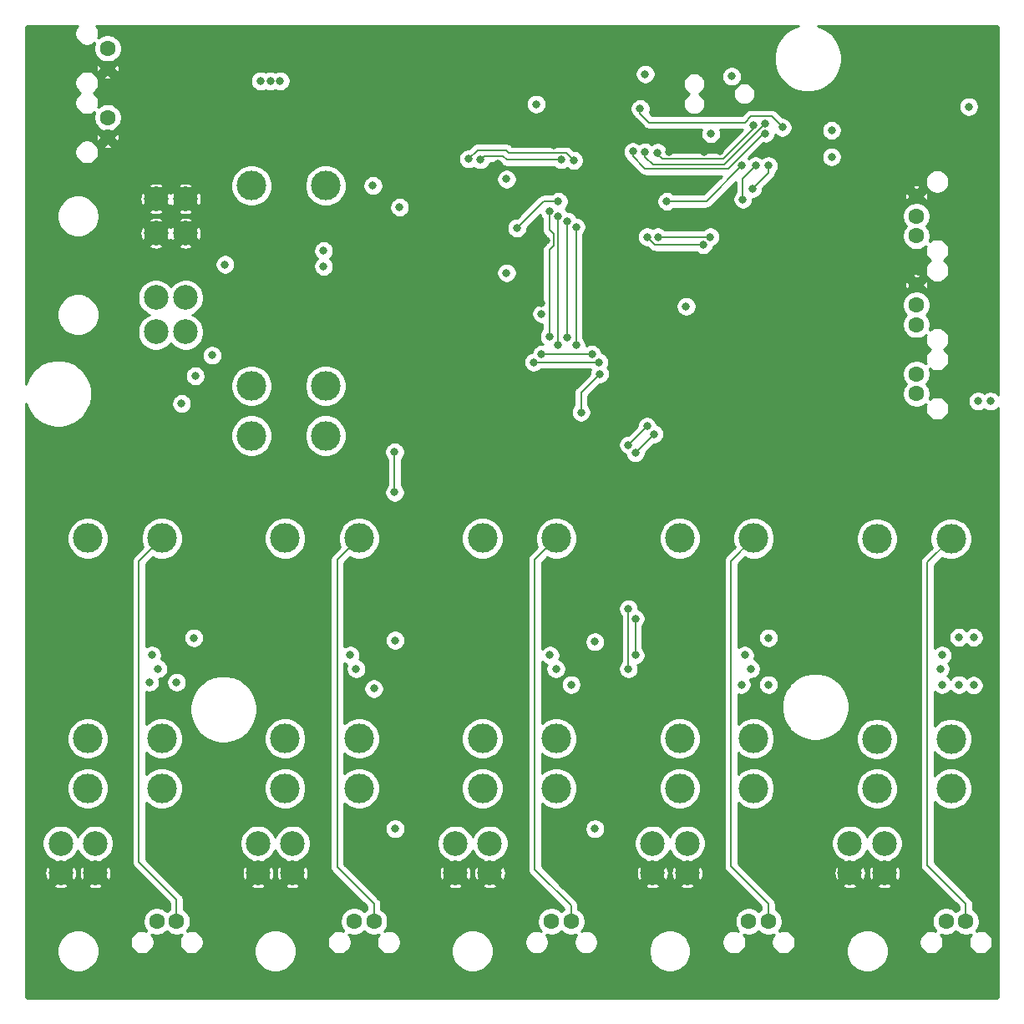
<source format=gbr>
G04 #@! TF.GenerationSoftware,KiCad,Pcbnew,5.0.1-33cea8e~68~ubuntu18.04.1*
G04 #@! TF.CreationDate,2018-11-11T22:39:29+00:00*
G04 #@! TF.ProjectId,ignition,69676E6974696F6E2E6B696361645F70,rev?*
G04 #@! TF.SameCoordinates,Original*
G04 #@! TF.FileFunction,Copper,L2,Inr,Plane*
G04 #@! TF.FilePolarity,Positive*
%FSLAX46Y46*%
G04 Gerber Fmt 4.6, Leading zero omitted, Abs format (unit mm)*
G04 Created by KiCad (PCBNEW 5.0.1-33cea8e~68~ubuntu18.04.1) date Sun 11 Nov 2018 22:39:29 GMT*
%MOMM*%
%LPD*%
G01*
G04 APERTURE LIST*
G04 #@! TA.AperFunction,ViaPad*
%ADD10C,1.600000*%
G04 #@! TD*
G04 #@! TA.AperFunction,ViaPad*
%ADD11C,2.500000*%
G04 #@! TD*
G04 #@! TA.AperFunction,ViaPad*
%ADD12C,3.000000*%
G04 #@! TD*
G04 #@! TA.AperFunction,ViaPad*
%ADD13C,0.800000*%
G04 #@! TD*
G04 #@! TA.AperFunction,Conductor*
%ADD14C,0.200000*%
G04 #@! TD*
G04 #@! TA.AperFunction,Conductor*
%ADD15C,0.250000*%
G04 #@! TD*
G04 APERTURE END LIST*
D10*
G04 #@! TO.N,Net-(J9-Pad1)*
G04 #@! TO.C,J9*
X114000000Y-111500000D03*
G04 #@! TO.N,/LED5*
X116000000Y-111500000D03*
G04 #@! TD*
D11*
G04 #@! TO.N,GND*
G04 #@! TO.C,J17*
X104250000Y-106590000D03*
G04 #@! TO.N,/CH5*
X107750000Y-103590000D03*
X104250000Y-103590000D03*
G04 #@! TO.N,GND*
X107750000Y-106590000D03*
G04 #@! TD*
G04 #@! TO.N,VCC*
G04 #@! TO.C,J1*
X33910000Y-51750000D03*
X36910000Y-48250000D03*
X36910000Y-51750000D03*
X33910000Y-48250000D03*
G04 #@! TD*
D10*
G04 #@! TO.N,/LED1*
G04 #@! TO.C,J2*
X36000000Y-111500000D03*
G04 #@! TO.N,Net-(J2-Pad1)*
X34000000Y-111500000D03*
G04 #@! TD*
D11*
G04 #@! TO.N,GND*
G04 #@! TO.C,J3*
X33910000Y-38250000D03*
X36910000Y-41750000D03*
X36910000Y-38250000D03*
X33910000Y-41750000D03*
G04 #@! TD*
D10*
G04 #@! TO.N,Net-(J4-Pad1)*
G04 #@! TO.C,J4*
X54000000Y-111500000D03*
G04 #@! TO.N,/LED2*
X56000000Y-111500000D03*
G04 #@! TD*
G04 #@! TO.N,GND*
G04 #@! TO.C,J5*
X29000000Y-25000000D03*
G04 #@! TO.N,5v*
X29000000Y-23000000D03*
G04 #@! TD*
G04 #@! TO.N,GND*
G04 #@! TO.C,J6*
X29000000Y-32000000D03*
G04 #@! TO.N,5v*
X29000000Y-30000000D03*
G04 #@! TD*
G04 #@! TO.N,Net-(J7-Pad1)*
G04 #@! TO.C,J7*
X74000000Y-111500000D03*
G04 #@! TO.N,/LED3*
X76000000Y-111500000D03*
G04 #@! TD*
G04 #@! TO.N,Net-(J8-Pad1)*
G04 #@! TO.C,J8*
X94000000Y-111500000D03*
G04 #@! TO.N,/LED4*
X96000000Y-111500000D03*
G04 #@! TD*
D11*
G04 #@! TO.N,GND*
G04 #@! TO.C,J10*
X47750000Y-106590000D03*
G04 #@! TO.N,/CH2*
X44250000Y-103590000D03*
X47750000Y-103590000D03*
G04 #@! TO.N,GND*
X44250000Y-106590000D03*
G04 #@! TD*
G04 #@! TO.N,GND*
G04 #@! TO.C,J11*
X87750000Y-106590000D03*
G04 #@! TO.N,/CH4*
X84250000Y-103590000D03*
X87750000Y-103590000D03*
G04 #@! TO.N,GND*
X84250000Y-106590000D03*
G04 #@! TD*
D10*
G04 #@! TO.N,/ARM_RED*
G04 #@! TO.C,J12*
X111000000Y-56000000D03*
G04 #@! TO.N,Net-(J12-Pad1)*
X111000000Y-58000000D03*
G04 #@! TD*
G04 #@! TO.N,GND*
G04 #@! TO.C,J13*
X111000000Y-38000000D03*
G04 #@! TO.N,/USART1_RX*
X111000000Y-40000000D03*
G04 #@! TO.N,/USART1_TX*
X111000000Y-42000000D03*
G04 #@! TD*
G04 #@! TO.N,/USART2_TX*
G04 #@! TO.C,J14*
X111000000Y-51000000D03*
G04 #@! TO.N,/USART2_RX*
X111000000Y-49000000D03*
G04 #@! TO.N,GND*
X111000000Y-47000000D03*
G04 #@! TD*
D11*
G04 #@! TO.N,GND*
G04 #@! TO.C,J15*
X24250000Y-106590000D03*
G04 #@! TO.N,/CH1*
X27750000Y-103590000D03*
X24250000Y-103590000D03*
G04 #@! TO.N,GND*
X27750000Y-106590000D03*
G04 #@! TD*
G04 #@! TO.N,GND*
G04 #@! TO.C,J16*
X64250000Y-106590000D03*
G04 #@! TO.N,/CH3*
X67750000Y-103590000D03*
X64250000Y-103590000D03*
G04 #@! TO.N,GND*
X67750000Y-106590000D03*
G04 #@! TD*
D12*
G04 #@! TO.N,/CH2*
G04 #@! TO.C,K1*
X54500000Y-98000000D03*
G04 #@! TO.N,Net-(IC1-Pad10)*
X54500000Y-92960000D03*
G04 #@! TO.N,/CH2*
X47000000Y-98000000D03*
G04 #@! TO.N,Net-(IC1-Pad10)*
X47000000Y-92960000D03*
G04 #@! TO.N,/FIRE_DIST*
X47000000Y-72660000D03*
G04 #@! TO.N,/LED2*
X54500000Y-72660000D03*
G04 #@! TD*
G04 #@! TO.N,/CH4*
G04 #@! TO.C,K2*
X94500000Y-98000000D03*
G04 #@! TO.N,Net-(IC2-Pad10)*
X94500000Y-92960000D03*
G04 #@! TO.N,/CH4*
X87000000Y-98000000D03*
G04 #@! TO.N,Net-(IC2-Pad10)*
X87000000Y-92960000D03*
G04 #@! TO.N,/FIRE_DIST*
X87000000Y-72660000D03*
G04 #@! TO.N,/LED4*
X94500000Y-72660000D03*
G04 #@! TD*
G04 #@! TO.N,Net-(D3-Pad2)*
G04 #@! TO.C,K3*
X51100000Y-36910000D03*
G04 #@! TO.N,VCC*
X43600000Y-36910000D03*
G04 #@! TO.N,Net-(IC3-Pad10)*
X43600000Y-57210000D03*
G04 #@! TO.N,/FIRE_DIST*
X43600000Y-62250000D03*
G04 #@! TO.N,Net-(IC3-Pad10)*
X51100000Y-57210000D03*
G04 #@! TO.N,/FIRE_DIST*
X51100000Y-62250000D03*
G04 #@! TD*
G04 #@! TO.N,/LED1*
G04 #@! TO.C,K4*
X34500000Y-72660000D03*
G04 #@! TO.N,/FIRE_DIST*
X27000000Y-72660000D03*
G04 #@! TO.N,Net-(IC4-Pad10)*
X27000000Y-92960000D03*
G04 #@! TO.N,/CH1*
X27000000Y-98000000D03*
G04 #@! TO.N,Net-(IC4-Pad10)*
X34500000Y-92960000D03*
G04 #@! TO.N,/CH1*
X34500000Y-98000000D03*
G04 #@! TD*
G04 #@! TO.N,/LED3*
G04 #@! TO.C,K5*
X74500000Y-72660000D03*
G04 #@! TO.N,/FIRE_DIST*
X67000000Y-72660000D03*
G04 #@! TO.N,Net-(IC5-Pad10)*
X67000000Y-92960000D03*
G04 #@! TO.N,/CH3*
X67000000Y-98000000D03*
G04 #@! TO.N,Net-(IC5-Pad10)*
X74500000Y-92960000D03*
G04 #@! TO.N,/CH3*
X74500000Y-98000000D03*
G04 #@! TD*
G04 #@! TO.N,/CH5*
G04 #@! TO.C,K6*
X114500000Y-98040000D03*
G04 #@! TO.N,Net-(IC6-Pad10)*
X114500000Y-93000000D03*
G04 #@! TO.N,/CH5*
X107000000Y-98040000D03*
G04 #@! TO.N,Net-(IC6-Pad10)*
X107000000Y-93000000D03*
G04 #@! TO.N,/FIRE_DIST*
X107000000Y-72700000D03*
G04 #@! TO.N,/LED5*
X114500000Y-72700000D03*
G04 #@! TD*
D13*
G04 #@! TO.N,GND*
X65875000Y-37325000D03*
X63550000Y-38750000D03*
X69700000Y-39250000D03*
X89500000Y-33500000D03*
X91050000Y-33450000D03*
X85900000Y-33500000D03*
X21800000Y-94200000D03*
X41800000Y-94200000D03*
X61800000Y-94200000D03*
X81700000Y-94200000D03*
X101600000Y-94200000D03*
X30900000Y-85200000D03*
X51000000Y-85200000D03*
X91000000Y-85200000D03*
X111000000Y-85200000D03*
X71250000Y-85200000D03*
X35000000Y-69100000D03*
X31050000Y-65050000D03*
X30050000Y-66350000D03*
X33800000Y-68000000D03*
X39600000Y-56400000D03*
X33100000Y-57400000D03*
X34400000Y-58600000D03*
X45800000Y-45100000D03*
X55000000Y-69200000D03*
X53800000Y-68000000D03*
X49850000Y-66350000D03*
X75000000Y-69300000D03*
X73800000Y-68000000D03*
X69950000Y-66350000D03*
X36500000Y-26500000D03*
X37700000Y-27500000D03*
X34000000Y-21400000D03*
X32500000Y-22500000D03*
X36250000Y-22250000D03*
X34000000Y-23600000D03*
X42700000Y-21900000D03*
X44375000Y-22775000D03*
X44375000Y-21825000D03*
X47000000Y-24600000D03*
X45900000Y-23500000D03*
X73600000Y-37500000D03*
X89850000Y-66350000D03*
X71050000Y-65250000D03*
X91050000Y-65050000D03*
X95000000Y-69300000D03*
X109750000Y-66350000D03*
X111050000Y-65050000D03*
X115000000Y-69200000D03*
X93700000Y-68000000D03*
X114000000Y-68000000D03*
X73000000Y-48800000D03*
X67500000Y-42400000D03*
X67500000Y-43600000D03*
X67500000Y-44800000D03*
X73500000Y-42500000D03*
X67600000Y-35500000D03*
X67600000Y-37000000D03*
X64400000Y-37700000D03*
X47400000Y-29500000D03*
X46300000Y-30600000D03*
X51350000Y-33450000D03*
X50250000Y-32250000D03*
X85600000Y-50800000D03*
X86800000Y-50800000D03*
X89730000Y-25530000D03*
X74250000Y-32850000D03*
X76750000Y-29650000D03*
X68550000Y-34650000D03*
X77500000Y-33600000D03*
X73700000Y-26700000D03*
X74800000Y-29600000D03*
X74750000Y-27750000D03*
X96600000Y-39800000D03*
X95400000Y-40900000D03*
X103800000Y-21500000D03*
X109100000Y-21500000D03*
X116300000Y-31000000D03*
X109060000Y-34460000D03*
X115720000Y-21720000D03*
X117685000Y-23185000D03*
X114820000Y-34380000D03*
X103840000Y-34460000D03*
X117200000Y-35600000D03*
X99200000Y-35400000D03*
X22500000Y-117500000D03*
X27500000Y-117500000D03*
X32500000Y-117500000D03*
X42500000Y-117500000D03*
X47500000Y-117500000D03*
X37500000Y-117500000D03*
X62500000Y-117500000D03*
X52500000Y-117500000D03*
X57500000Y-117500000D03*
X77500000Y-117500000D03*
X67500000Y-117500000D03*
X72500000Y-117500000D03*
X82500000Y-117500000D03*
X87500000Y-117500000D03*
X92500000Y-117500000D03*
X97500000Y-117500000D03*
X102500000Y-117500000D03*
X107500000Y-117500000D03*
X117500000Y-117500000D03*
X112500000Y-117500000D03*
X22500000Y-22500000D03*
X22500000Y-27500000D03*
X22500000Y-32500000D03*
X22500000Y-37500000D03*
X22500000Y-42500000D03*
X30000000Y-37500000D03*
X30000000Y-27500000D03*
X106900000Y-42000000D03*
X106900000Y-40000000D03*
X107000000Y-49000000D03*
X107000000Y-51000000D03*
G04 #@! TO.N,Net-(IC1-Pad5)*
X56000000Y-87900000D03*
G04 #@! TO.N,/I2C1_SCL*
X50900000Y-43500000D03*
X76250000Y-34350000D03*
X65600000Y-34200000D03*
G04 #@! TO.N,/I2C1_SDA*
X50900000Y-45100000D03*
X75000000Y-34300000D03*
X66800000Y-34300000D03*
G04 #@! TO.N,Net-(IC2-Pad5)*
X93250000Y-87500000D03*
G04 #@! TO.N,/FIRE_DIST*
X37900000Y-56200000D03*
G04 #@! TO.N,Net-(IC3-Pad5)*
X40900000Y-44900000D03*
X36500000Y-59000000D03*
X39600000Y-54100000D03*
G04 #@! TO.N,3v3*
X90150000Y-31650000D03*
X116800000Y-82700000D03*
X116800000Y-87550000D03*
X118500000Y-58750000D03*
X117250000Y-58750000D03*
X44500000Y-26300000D03*
X45500000Y-26300000D03*
X46500000Y-26300000D03*
X73000000Y-49900000D03*
X69450000Y-45750000D03*
X87650000Y-49150000D03*
X92270000Y-25830000D03*
X69450000Y-36250000D03*
X55900000Y-36900000D03*
X58600000Y-39100000D03*
X72450000Y-28650000D03*
X116300000Y-28900000D03*
X102400000Y-34000000D03*
X102400000Y-31300000D03*
X83500000Y-25600000D03*
G04 #@! TO.N,/CH2_CONT*
X58150000Y-102100000D03*
X58150000Y-83000000D03*
X74700000Y-40000000D03*
X74700000Y-53100000D03*
G04 #@! TO.N,/CH4_CONT*
X76500000Y-41100000D03*
X76500000Y-53100000D03*
X96000000Y-82750000D03*
X96000000Y-87500000D03*
G04 #@! TO.N,/CH1_CONT*
X37750000Y-82750000D03*
X36000000Y-87250000D03*
X73800000Y-39500000D03*
X73800000Y-52200000D03*
G04 #@! TO.N,/CH3_CONT*
X78400000Y-102100000D03*
X78400000Y-83150000D03*
X75600000Y-40500000D03*
X75600000Y-52300000D03*
G04 #@! TO.N,/CH5_CONT*
X115300000Y-87500000D03*
X115300000Y-82700000D03*
G04 #@! TO.N,Net-(IC4-Pad5)*
X33250000Y-87250000D03*
G04 #@! TO.N,Net-(IC5-Pad5)*
X76000000Y-87500000D03*
G04 #@! TO.N,Net-(IC6-Pad5)*
X113600000Y-87500000D03*
G04 #@! TO.N,/CH2_FIRE*
X58100000Y-68000000D03*
X58100000Y-63900000D03*
X78800000Y-54800000D03*
X72200000Y-54800000D03*
G04 #@! TO.N,/CH1_FIRE*
X73000000Y-54000000D03*
X78100000Y-54000000D03*
G04 #@! TO.N,/CH3_FIRE*
X77000000Y-59900000D03*
X78900000Y-56000000D03*
G04 #@! TO.N,/~RST*
X70500000Y-41200000D03*
X74700000Y-38500000D03*
X85700000Y-38500000D03*
X93300000Y-34900000D03*
G04 #@! TO.N,/I2C2_SDA*
X33500000Y-84500000D03*
X53600000Y-84500000D03*
X73850000Y-84500000D03*
X93600000Y-84500000D03*
X113600000Y-84500000D03*
X84400000Y-62100000D03*
X82500000Y-64000000D03*
X82500000Y-80800000D03*
X82500000Y-84500000D03*
G04 #@! TO.N,/I2C2_SCL*
X34100000Y-85900000D03*
X54200000Y-85900000D03*
X74450000Y-85900000D03*
X94200000Y-85900000D03*
X113400000Y-85900000D03*
X83700000Y-61300000D03*
X81800000Y-63200000D03*
X81800000Y-79800000D03*
X81800000Y-85900000D03*
G04 #@! TO.N,/USART2_TX*
X83700000Y-42100000D03*
X89400000Y-42900000D03*
G04 #@! TO.N,/USART2_RX*
X84800000Y-42100000D03*
X90100000Y-42100000D03*
G04 #@! TO.N,/SDIO_D0*
X93400000Y-38300000D03*
X94700000Y-34900000D03*
G04 #@! TO.N,/SDIO_D1*
X94400000Y-37200000D03*
X96000000Y-34900000D03*
G04 #@! TO.N,/SDIO_D2*
X84750000Y-33550000D03*
X94500000Y-30800000D03*
G04 #@! TO.N,/SDIO_D3*
X83500000Y-33500000D03*
X95700000Y-30600000D03*
G04 #@! TO.N,/SDIO_CK*
X97400000Y-31000000D03*
X83000000Y-29100000D03*
G04 #@! TO.N,/SDIO_CMD*
X82250000Y-33450000D03*
X95700000Y-31600000D03*
G04 #@! TD*
D14*
G04 #@! TO.N,/I2C1_SCL*
X76250000Y-34350000D02*
X75500000Y-33600000D01*
X75500000Y-33600000D02*
X69700000Y-33600000D01*
X69700000Y-33600000D02*
X69400000Y-33300000D01*
X65600000Y-34200000D02*
X66500000Y-33300000D01*
X69400000Y-33300000D02*
X66500000Y-33300000D01*
G04 #@! TO.N,/I2C1_SDA*
X67200000Y-33900000D02*
X66800000Y-34300000D01*
X69100000Y-33900000D02*
X67200000Y-33900000D01*
X69500000Y-34300000D02*
X69100000Y-33900000D01*
X75000000Y-34300000D02*
X69500000Y-34300000D01*
G04 #@! TO.N,/CH2_CONT*
X74700000Y-40000000D02*
X74700000Y-53100000D01*
G04 #@! TO.N,/CH4_CONT*
X76500000Y-41100000D02*
X76500000Y-53100000D01*
G04 #@! TO.N,/CH1_CONT*
X73800000Y-43400000D02*
X73800000Y-52200000D01*
X74200000Y-41800000D02*
X74200000Y-43000000D01*
X73800000Y-39500000D02*
X73800000Y-41400000D01*
X74200000Y-43000000D02*
X73800000Y-43400000D01*
X73800000Y-41400000D02*
X74200000Y-41800000D01*
G04 #@! TO.N,/CH3_CONT*
X75600000Y-40500000D02*
X75600000Y-52300000D01*
G04 #@! TO.N,/CH2_FIRE*
X58100000Y-68000000D02*
X58100000Y-63900000D01*
X78800000Y-54800000D02*
X78100000Y-54800000D01*
X73200000Y-54800000D02*
X78100000Y-54800000D01*
X78100000Y-54800000D02*
X78600000Y-54800000D01*
X73200000Y-54800000D02*
X72200000Y-54800000D01*
G04 #@! TO.N,/CH1_FIRE*
X73700000Y-54000000D02*
X77100000Y-54000000D01*
X77100000Y-54000000D02*
X78100000Y-54000000D01*
X73700000Y-54000000D02*
X73000000Y-54000000D01*
G04 #@! TO.N,/CH3_FIRE*
X77000000Y-57900000D02*
X77000000Y-59900000D01*
X78900000Y-56000000D02*
X77000000Y-57900000D01*
G04 #@! TO.N,/~RST*
X70500000Y-41200000D02*
X73200000Y-38500000D01*
X73200000Y-38500000D02*
X74700000Y-38500000D01*
X89700000Y-38500000D02*
X93300000Y-34900000D01*
X85700000Y-38500000D02*
X89700000Y-38500000D01*
G04 #@! TO.N,/LED2*
X54500000Y-72660000D02*
X52300000Y-74860000D01*
X52300000Y-74860000D02*
X52300000Y-106000000D01*
X56000000Y-109700000D02*
X56000000Y-111500000D01*
X52300000Y-106000000D02*
X56000000Y-109700000D01*
G04 #@! TO.N,/LED4*
X94500000Y-72660000D02*
X92200000Y-74960000D01*
X92200000Y-74960000D02*
X92200000Y-105900000D01*
X96000000Y-109700000D02*
X96000000Y-111500000D01*
X92200000Y-105900000D02*
X96000000Y-109700000D01*
G04 #@! TO.N,/LED1*
X34500000Y-72660000D02*
X32200000Y-74960000D01*
X32200000Y-74960000D02*
X32200000Y-105500000D01*
X36000000Y-109300000D02*
X36000000Y-111500000D01*
X32200000Y-105500000D02*
X36000000Y-109300000D01*
G04 #@! TO.N,/LED3*
X74500000Y-72660000D02*
X72300000Y-74860000D01*
X72300000Y-74860000D02*
X72300000Y-106200000D01*
X76000000Y-109900000D02*
X76000000Y-111500000D01*
X72300000Y-106200000D02*
X76000000Y-109900000D01*
G04 #@! TO.N,/LED5*
X114500000Y-72700000D02*
X112100000Y-75100000D01*
X112100000Y-75100000D02*
X112100000Y-105800000D01*
X116000000Y-109700000D02*
X116000000Y-111500000D01*
X112100000Y-105800000D02*
X116000000Y-109700000D01*
G04 #@! TO.N,/I2C2_SDA*
X84400000Y-62100000D02*
X82500000Y-64000000D01*
X82500000Y-80800000D02*
X82500000Y-84500000D01*
G04 #@! TO.N,/I2C2_SCL*
X83700000Y-61300000D02*
X81800000Y-63200000D01*
X81800000Y-79800000D02*
X81800000Y-85900000D01*
G04 #@! TO.N,/USART2_TX*
X83700000Y-42100000D02*
X84500000Y-42900000D01*
X84500000Y-42900000D02*
X89400000Y-42900000D01*
G04 #@! TO.N,/USART2_RX*
X84800000Y-42100000D02*
X90100000Y-42100000D01*
G04 #@! TO.N,/SDIO_D0*
X93400000Y-38300000D02*
X93400000Y-36200000D01*
X93400000Y-36200000D02*
X94700000Y-34900000D01*
G04 #@! TO.N,/SDIO_D1*
X94400000Y-37200000D02*
X96000000Y-35600000D01*
X96000000Y-35600000D02*
X96000000Y-34900000D01*
G04 #@! TO.N,/SDIO_D2*
X94500000Y-31100000D02*
X94500000Y-30800000D01*
X91400000Y-34200000D02*
X94500000Y-31100000D01*
X85218577Y-34200000D02*
X91400000Y-34200000D01*
X84750000Y-33550000D02*
X84750000Y-33731423D01*
X84750000Y-33731423D02*
X85218577Y-34200000D01*
G04 #@! TO.N,/SDIO_D3*
X83500000Y-34000000D02*
X83500000Y-33500000D01*
X84300000Y-34800000D02*
X83500000Y-34000000D01*
X91500000Y-34800000D02*
X91200000Y-34800000D01*
X95700000Y-30600000D02*
X91500000Y-34800000D01*
X91400000Y-34800000D02*
X91200000Y-34800000D01*
X91200000Y-34800000D02*
X84300000Y-34800000D01*
G04 #@! TO.N,/SDIO_CK*
X83000000Y-29600000D02*
X83000000Y-29100000D01*
X93600000Y-30500000D02*
X83900000Y-30500000D01*
X94200000Y-29900000D02*
X93600000Y-30500000D01*
X97400000Y-31000000D02*
X96300000Y-29900000D01*
X83900000Y-30500000D02*
X83000000Y-29600000D01*
X96300000Y-29900000D02*
X94200000Y-29900000D01*
G04 #@! TO.N,/SDIO_CMD*
X95500000Y-31600000D02*
X95700000Y-31600000D01*
X91900000Y-35200000D02*
X95500000Y-31600000D01*
X83500000Y-35200000D02*
X91900000Y-35200000D01*
X82250000Y-33450000D02*
X82250000Y-33950000D01*
X82250000Y-33950000D02*
X83500000Y-35200000D01*
G04 #@! TD*
D15*
G04 #@! TO.N,GND*
G36*
X25948481Y-20719108D02*
X25814419Y-20919745D01*
X25722076Y-21142681D01*
X25675000Y-21379348D01*
X25675000Y-21620652D01*
X25722076Y-21857319D01*
X25814419Y-22080255D01*
X25948481Y-22280892D01*
X26119108Y-22451519D01*
X26319745Y-22585581D01*
X26542681Y-22677924D01*
X26779348Y-22725000D01*
X27020652Y-22725000D01*
X27257319Y-22677924D01*
X27480255Y-22585581D01*
X27680892Y-22451519D01*
X27687528Y-22444883D01*
X27629762Y-22584343D01*
X27575000Y-22859650D01*
X27575000Y-23140350D01*
X27629762Y-23415657D01*
X27737181Y-23674991D01*
X27893130Y-23908385D01*
X28091615Y-24106870D01*
X28325009Y-24262819D01*
X28584343Y-24370238D01*
X28859650Y-24425000D01*
X28955330Y-24425000D01*
X29000000Y-24469670D01*
X29044670Y-24425000D01*
X29140350Y-24425000D01*
X29415657Y-24370238D01*
X29674991Y-24262819D01*
X29908385Y-24106870D01*
X30106870Y-23908385D01*
X30262819Y-23674991D01*
X30370238Y-23415657D01*
X30425000Y-23140350D01*
X30425000Y-22859650D01*
X30370238Y-22584343D01*
X30262819Y-22325009D01*
X30106870Y-22091615D01*
X29908385Y-21893130D01*
X29674991Y-21737181D01*
X29415657Y-21629762D01*
X29140350Y-21575000D01*
X28859650Y-21575000D01*
X28584343Y-21629762D01*
X28325009Y-21737181D01*
X28091615Y-21893130D01*
X28042921Y-21941824D01*
X28077924Y-21857319D01*
X28125000Y-21620652D01*
X28125000Y-21379348D01*
X28077924Y-21142681D01*
X27985581Y-20919745D01*
X27851519Y-20719108D01*
X27832411Y-20700000D01*
X99034250Y-20700000D01*
X99000964Y-20706621D01*
X98377654Y-20964804D01*
X97816690Y-21339629D01*
X97786082Y-21370237D01*
X97761848Y-21380275D01*
X97610347Y-21481505D01*
X97481505Y-21610347D01*
X97380275Y-21761848D01*
X97370237Y-21786082D01*
X97339629Y-21816690D01*
X96964804Y-22377654D01*
X96706621Y-23000964D01*
X96575000Y-23662667D01*
X96575000Y-24337333D01*
X96706621Y-24999036D01*
X96964804Y-25622346D01*
X97339629Y-26183310D01*
X97370237Y-26213918D01*
X97380275Y-26238152D01*
X97481505Y-26389653D01*
X97610347Y-26518495D01*
X97761848Y-26619725D01*
X97786082Y-26629763D01*
X97816690Y-26660371D01*
X98377654Y-27035196D01*
X99000964Y-27293379D01*
X99662667Y-27425000D01*
X100337333Y-27425000D01*
X100999036Y-27293379D01*
X101622346Y-27035196D01*
X102183310Y-26660371D01*
X102213918Y-26629763D01*
X102238152Y-26619725D01*
X102389653Y-26518495D01*
X102518495Y-26389653D01*
X102619725Y-26238152D01*
X102629763Y-26213918D01*
X102660371Y-26183310D01*
X103035196Y-25622346D01*
X103293379Y-24999036D01*
X103425000Y-24337333D01*
X103425000Y-23662667D01*
X103293379Y-23000964D01*
X103035196Y-22377654D01*
X102660371Y-21816690D01*
X102629763Y-21786082D01*
X102619725Y-21761848D01*
X102518495Y-21610347D01*
X102389653Y-21481505D01*
X102238152Y-21380275D01*
X102213918Y-21370237D01*
X102183310Y-21339629D01*
X101622346Y-20964804D01*
X100999036Y-20706621D01*
X100965750Y-20700000D01*
X118965765Y-20700000D01*
X119057616Y-20709006D01*
X119113043Y-20725740D01*
X119164160Y-20752920D01*
X119209026Y-20789511D01*
X119245928Y-20834119D01*
X119273465Y-20885047D01*
X119290584Y-20940352D01*
X119300001Y-21029942D01*
X119300001Y-58102333D01*
X119296170Y-58096600D01*
X119153400Y-57953830D01*
X118985520Y-57841656D01*
X118798982Y-57764390D01*
X118600954Y-57725000D01*
X118399046Y-57725000D01*
X118201018Y-57764390D01*
X118014480Y-57841656D01*
X117875000Y-57934854D01*
X117735520Y-57841656D01*
X117548982Y-57764390D01*
X117350954Y-57725000D01*
X117149046Y-57725000D01*
X116951018Y-57764390D01*
X116764480Y-57841656D01*
X116596600Y-57953830D01*
X116453830Y-58096600D01*
X116341656Y-58264480D01*
X116264390Y-58451018D01*
X116225000Y-58649046D01*
X116225000Y-58850954D01*
X116264390Y-59048982D01*
X116341656Y-59235520D01*
X116453830Y-59403400D01*
X116596600Y-59546170D01*
X116764480Y-59658344D01*
X116951018Y-59735610D01*
X117149046Y-59775000D01*
X117350954Y-59775000D01*
X117548982Y-59735610D01*
X117735520Y-59658344D01*
X117875000Y-59565146D01*
X118014480Y-59658344D01*
X118201018Y-59735610D01*
X118399046Y-59775000D01*
X118600954Y-59775000D01*
X118798982Y-59735610D01*
X118985520Y-59658344D01*
X119153400Y-59546170D01*
X119296170Y-59403400D01*
X119300001Y-59397667D01*
X119300000Y-118965766D01*
X119290994Y-119057616D01*
X119274259Y-119113044D01*
X119247081Y-119164159D01*
X119210488Y-119209027D01*
X119165881Y-119245929D01*
X119114954Y-119273464D01*
X119059648Y-119290584D01*
X118970067Y-119300000D01*
X21034234Y-119300000D01*
X20942384Y-119290994D01*
X20886956Y-119274259D01*
X20835841Y-119247081D01*
X20790973Y-119210488D01*
X20754071Y-119165881D01*
X20726536Y-119114954D01*
X20709416Y-119059648D01*
X20700000Y-118970067D01*
X20700000Y-114288342D01*
X23851000Y-114288342D01*
X23851000Y-114711658D01*
X23933585Y-115126840D01*
X24095581Y-115517933D01*
X24330763Y-115869908D01*
X24630092Y-116169237D01*
X24982067Y-116404419D01*
X25373160Y-116566415D01*
X25788342Y-116649000D01*
X26211658Y-116649000D01*
X26626840Y-116566415D01*
X27017933Y-116404419D01*
X27369908Y-116169237D01*
X27669237Y-115869908D01*
X27904419Y-115517933D01*
X28066415Y-115126840D01*
X28149000Y-114711658D01*
X28149000Y-114288342D01*
X28066415Y-113873160D01*
X27904419Y-113482067D01*
X27902603Y-113479348D01*
X31275000Y-113479348D01*
X31275000Y-113720652D01*
X31322076Y-113957319D01*
X31414419Y-114180255D01*
X31548481Y-114380892D01*
X31719108Y-114551519D01*
X31919745Y-114685581D01*
X32142681Y-114777924D01*
X32379348Y-114825000D01*
X32620652Y-114825000D01*
X32857319Y-114777924D01*
X33080255Y-114685581D01*
X33280892Y-114551519D01*
X33451519Y-114380892D01*
X33585581Y-114180255D01*
X33677924Y-113957319D01*
X33725000Y-113720652D01*
X33725000Y-113479348D01*
X33677924Y-113242681D01*
X33585581Y-113019745D01*
X33451519Y-112819108D01*
X33444883Y-112812472D01*
X33584343Y-112870238D01*
X33859650Y-112925000D01*
X34140350Y-112925000D01*
X34415657Y-112870238D01*
X34674991Y-112762819D01*
X34908385Y-112606870D01*
X35000000Y-112515255D01*
X35091615Y-112606870D01*
X35325009Y-112762819D01*
X35584343Y-112870238D01*
X35859650Y-112925000D01*
X36140350Y-112925000D01*
X36415657Y-112870238D01*
X36555117Y-112812472D01*
X36548481Y-112819108D01*
X36414419Y-113019745D01*
X36322076Y-113242681D01*
X36275000Y-113479348D01*
X36275000Y-113720652D01*
X36322076Y-113957319D01*
X36414419Y-114180255D01*
X36548481Y-114380892D01*
X36719108Y-114551519D01*
X36919745Y-114685581D01*
X37142681Y-114777924D01*
X37379348Y-114825000D01*
X37620652Y-114825000D01*
X37857319Y-114777924D01*
X38080255Y-114685581D01*
X38280892Y-114551519D01*
X38451519Y-114380892D01*
X38513359Y-114288342D01*
X43851000Y-114288342D01*
X43851000Y-114711658D01*
X43933585Y-115126840D01*
X44095581Y-115517933D01*
X44330763Y-115869908D01*
X44630092Y-116169237D01*
X44982067Y-116404419D01*
X45373160Y-116566415D01*
X45788342Y-116649000D01*
X46211658Y-116649000D01*
X46626840Y-116566415D01*
X47017933Y-116404419D01*
X47369908Y-116169237D01*
X47669237Y-115869908D01*
X47904419Y-115517933D01*
X48066415Y-115126840D01*
X48149000Y-114711658D01*
X48149000Y-114288342D01*
X48066415Y-113873160D01*
X47904419Y-113482067D01*
X47902603Y-113479348D01*
X51275000Y-113479348D01*
X51275000Y-113720652D01*
X51322076Y-113957319D01*
X51414419Y-114180255D01*
X51548481Y-114380892D01*
X51719108Y-114551519D01*
X51919745Y-114685581D01*
X52142681Y-114777924D01*
X52379348Y-114825000D01*
X52620652Y-114825000D01*
X52857319Y-114777924D01*
X53080255Y-114685581D01*
X53280892Y-114551519D01*
X53451519Y-114380892D01*
X53585581Y-114180255D01*
X53677924Y-113957319D01*
X53725000Y-113720652D01*
X53725000Y-113479348D01*
X53677924Y-113242681D01*
X53585581Y-113019745D01*
X53451519Y-112819108D01*
X53444883Y-112812472D01*
X53584343Y-112870238D01*
X53859650Y-112925000D01*
X54140350Y-112925000D01*
X54415657Y-112870238D01*
X54674991Y-112762819D01*
X54908385Y-112606870D01*
X55000000Y-112515255D01*
X55091615Y-112606870D01*
X55325009Y-112762819D01*
X55584343Y-112870238D01*
X55859650Y-112925000D01*
X56140350Y-112925000D01*
X56415657Y-112870238D01*
X56555117Y-112812472D01*
X56548481Y-112819108D01*
X56414419Y-113019745D01*
X56322076Y-113242681D01*
X56275000Y-113479348D01*
X56275000Y-113720652D01*
X56322076Y-113957319D01*
X56414419Y-114180255D01*
X56548481Y-114380892D01*
X56719108Y-114551519D01*
X56919745Y-114685581D01*
X57142681Y-114777924D01*
X57379348Y-114825000D01*
X57620652Y-114825000D01*
X57857319Y-114777924D01*
X58080255Y-114685581D01*
X58280892Y-114551519D01*
X58451519Y-114380892D01*
X58513359Y-114288342D01*
X63851000Y-114288342D01*
X63851000Y-114711658D01*
X63933585Y-115126840D01*
X64095581Y-115517933D01*
X64330763Y-115869908D01*
X64630092Y-116169237D01*
X64982067Y-116404419D01*
X65373160Y-116566415D01*
X65788342Y-116649000D01*
X66211658Y-116649000D01*
X66626840Y-116566415D01*
X67017933Y-116404419D01*
X67369908Y-116169237D01*
X67669237Y-115869908D01*
X67904419Y-115517933D01*
X68066415Y-115126840D01*
X68149000Y-114711658D01*
X68149000Y-114288342D01*
X68066415Y-113873160D01*
X67904419Y-113482067D01*
X67902603Y-113479348D01*
X71275000Y-113479348D01*
X71275000Y-113720652D01*
X71322076Y-113957319D01*
X71414419Y-114180255D01*
X71548481Y-114380892D01*
X71719108Y-114551519D01*
X71919745Y-114685581D01*
X72142681Y-114777924D01*
X72379348Y-114825000D01*
X72620652Y-114825000D01*
X72857319Y-114777924D01*
X73080255Y-114685581D01*
X73280892Y-114551519D01*
X73451519Y-114380892D01*
X73585581Y-114180255D01*
X73677924Y-113957319D01*
X73725000Y-113720652D01*
X73725000Y-113479348D01*
X73677924Y-113242681D01*
X73585581Y-113019745D01*
X73451519Y-112819108D01*
X73444883Y-112812472D01*
X73584343Y-112870238D01*
X73859650Y-112925000D01*
X74140350Y-112925000D01*
X74415657Y-112870238D01*
X74674991Y-112762819D01*
X74908385Y-112606870D01*
X75000000Y-112515255D01*
X75091615Y-112606870D01*
X75325009Y-112762819D01*
X75584343Y-112870238D01*
X75859650Y-112925000D01*
X76140350Y-112925000D01*
X76415657Y-112870238D01*
X76555117Y-112812472D01*
X76548481Y-112819108D01*
X76414419Y-113019745D01*
X76322076Y-113242681D01*
X76275000Y-113479348D01*
X76275000Y-113720652D01*
X76322076Y-113957319D01*
X76414419Y-114180255D01*
X76548481Y-114380892D01*
X76719108Y-114551519D01*
X76919745Y-114685581D01*
X77142681Y-114777924D01*
X77379348Y-114825000D01*
X77620652Y-114825000D01*
X77857319Y-114777924D01*
X78080255Y-114685581D01*
X78280892Y-114551519D01*
X78451519Y-114380892D01*
X78513359Y-114288342D01*
X83851000Y-114288342D01*
X83851000Y-114711658D01*
X83933585Y-115126840D01*
X84095581Y-115517933D01*
X84330763Y-115869908D01*
X84630092Y-116169237D01*
X84982067Y-116404419D01*
X85373160Y-116566415D01*
X85788342Y-116649000D01*
X86211658Y-116649000D01*
X86626840Y-116566415D01*
X87017933Y-116404419D01*
X87369908Y-116169237D01*
X87669237Y-115869908D01*
X87904419Y-115517933D01*
X88066415Y-115126840D01*
X88149000Y-114711658D01*
X88149000Y-114288342D01*
X88066415Y-113873160D01*
X87904419Y-113482067D01*
X87902603Y-113479348D01*
X91275000Y-113479348D01*
X91275000Y-113720652D01*
X91322076Y-113957319D01*
X91414419Y-114180255D01*
X91548481Y-114380892D01*
X91719108Y-114551519D01*
X91919745Y-114685581D01*
X92142681Y-114777924D01*
X92379348Y-114825000D01*
X92620652Y-114825000D01*
X92857319Y-114777924D01*
X93080255Y-114685581D01*
X93280892Y-114551519D01*
X93451519Y-114380892D01*
X93585581Y-114180255D01*
X93677924Y-113957319D01*
X93725000Y-113720652D01*
X93725000Y-113479348D01*
X93677924Y-113242681D01*
X93585581Y-113019745D01*
X93451519Y-112819108D01*
X93444883Y-112812472D01*
X93584343Y-112870238D01*
X93859650Y-112925000D01*
X94140350Y-112925000D01*
X94415657Y-112870238D01*
X94674991Y-112762819D01*
X94908385Y-112606870D01*
X95000000Y-112515255D01*
X95091615Y-112606870D01*
X95325009Y-112762819D01*
X95584343Y-112870238D01*
X95859650Y-112925000D01*
X96140350Y-112925000D01*
X96415657Y-112870238D01*
X96555117Y-112812472D01*
X96548481Y-112819108D01*
X96414419Y-113019745D01*
X96322076Y-113242681D01*
X96275000Y-113479348D01*
X96275000Y-113720652D01*
X96322076Y-113957319D01*
X96414419Y-114180255D01*
X96548481Y-114380892D01*
X96719108Y-114551519D01*
X96919745Y-114685581D01*
X97142681Y-114777924D01*
X97379348Y-114825000D01*
X97620652Y-114825000D01*
X97857319Y-114777924D01*
X98080255Y-114685581D01*
X98280892Y-114551519D01*
X98451519Y-114380892D01*
X98513359Y-114288342D01*
X103851000Y-114288342D01*
X103851000Y-114711658D01*
X103933585Y-115126840D01*
X104095581Y-115517933D01*
X104330763Y-115869908D01*
X104630092Y-116169237D01*
X104982067Y-116404419D01*
X105373160Y-116566415D01*
X105788342Y-116649000D01*
X106211658Y-116649000D01*
X106626840Y-116566415D01*
X107017933Y-116404419D01*
X107369908Y-116169237D01*
X107669237Y-115869908D01*
X107904419Y-115517933D01*
X108066415Y-115126840D01*
X108149000Y-114711658D01*
X108149000Y-114288342D01*
X108066415Y-113873160D01*
X107904419Y-113482067D01*
X107902603Y-113479348D01*
X111275000Y-113479348D01*
X111275000Y-113720652D01*
X111322076Y-113957319D01*
X111414419Y-114180255D01*
X111548481Y-114380892D01*
X111719108Y-114551519D01*
X111919745Y-114685581D01*
X112142681Y-114777924D01*
X112379348Y-114825000D01*
X112620652Y-114825000D01*
X112857319Y-114777924D01*
X113080255Y-114685581D01*
X113280892Y-114551519D01*
X113451519Y-114380892D01*
X113585581Y-114180255D01*
X113677924Y-113957319D01*
X113725000Y-113720652D01*
X113725000Y-113479348D01*
X113677924Y-113242681D01*
X113585581Y-113019745D01*
X113451519Y-112819108D01*
X113444883Y-112812472D01*
X113584343Y-112870238D01*
X113859650Y-112925000D01*
X114140350Y-112925000D01*
X114415657Y-112870238D01*
X114674991Y-112762819D01*
X114908385Y-112606870D01*
X115000000Y-112515255D01*
X115091615Y-112606870D01*
X115325009Y-112762819D01*
X115584343Y-112870238D01*
X115859650Y-112925000D01*
X116140350Y-112925000D01*
X116415657Y-112870238D01*
X116555117Y-112812472D01*
X116548481Y-112819108D01*
X116414419Y-113019745D01*
X116322076Y-113242681D01*
X116275000Y-113479348D01*
X116275000Y-113720652D01*
X116322076Y-113957319D01*
X116414419Y-114180255D01*
X116548481Y-114380892D01*
X116719108Y-114551519D01*
X116919745Y-114685581D01*
X117142681Y-114777924D01*
X117379348Y-114825000D01*
X117620652Y-114825000D01*
X117857319Y-114777924D01*
X118080255Y-114685581D01*
X118280892Y-114551519D01*
X118451519Y-114380892D01*
X118585581Y-114180255D01*
X118677924Y-113957319D01*
X118725000Y-113720652D01*
X118725000Y-113479348D01*
X118677924Y-113242681D01*
X118585581Y-113019745D01*
X118451519Y-112819108D01*
X118280892Y-112648481D01*
X118080255Y-112514419D01*
X117857319Y-112422076D01*
X117620652Y-112375000D01*
X117379348Y-112375000D01*
X117142681Y-112422076D01*
X117058176Y-112457079D01*
X117106870Y-112408385D01*
X117262819Y-112174991D01*
X117370238Y-111915657D01*
X117425000Y-111640350D01*
X117425000Y-111359650D01*
X117370238Y-111084343D01*
X117262819Y-110825009D01*
X117106870Y-110591615D01*
X116908385Y-110393130D01*
X116725000Y-110270596D01*
X116725000Y-109735597D01*
X116728506Y-109700000D01*
X116725000Y-109664403D01*
X116725000Y-109664393D01*
X116714509Y-109557875D01*
X116673053Y-109421212D01*
X116605731Y-109295263D01*
X116604915Y-109294269D01*
X116537830Y-109212525D01*
X116537823Y-109212518D01*
X116515131Y-109184868D01*
X116487482Y-109162177D01*
X112825000Y-105499696D01*
X112825000Y-99358084D01*
X112849405Y-99394609D01*
X113145391Y-99690595D01*
X113493435Y-99923151D01*
X113880160Y-100083337D01*
X114290706Y-100165000D01*
X114709294Y-100165000D01*
X115119840Y-100083337D01*
X115506565Y-99923151D01*
X115854609Y-99690595D01*
X116150595Y-99394609D01*
X116383151Y-99046565D01*
X116543337Y-98659840D01*
X116625000Y-98249294D01*
X116625000Y-97830706D01*
X116543337Y-97420160D01*
X116383151Y-97033435D01*
X116150595Y-96685391D01*
X115854609Y-96389405D01*
X115506565Y-96156849D01*
X115119840Y-95996663D01*
X114709294Y-95915000D01*
X114290706Y-95915000D01*
X113880160Y-95996663D01*
X113493435Y-96156849D01*
X113145391Y-96389405D01*
X112849405Y-96685391D01*
X112825000Y-96721916D01*
X112825000Y-94318084D01*
X112849405Y-94354609D01*
X113145391Y-94650595D01*
X113493435Y-94883151D01*
X113880160Y-95043337D01*
X114290706Y-95125000D01*
X114709294Y-95125000D01*
X115119840Y-95043337D01*
X115506565Y-94883151D01*
X115854609Y-94650595D01*
X116150595Y-94354609D01*
X116383151Y-94006565D01*
X116543337Y-93619840D01*
X116625000Y-93209294D01*
X116625000Y-92790706D01*
X116543337Y-92380160D01*
X116383151Y-91993435D01*
X116150595Y-91645391D01*
X115854609Y-91349405D01*
X115506565Y-91116849D01*
X115119840Y-90956663D01*
X114709294Y-90875000D01*
X114290706Y-90875000D01*
X113880160Y-90956663D01*
X113493435Y-91116849D01*
X113145391Y-91349405D01*
X112849405Y-91645391D01*
X112825000Y-91681916D01*
X112825000Y-88174570D01*
X112946600Y-88296170D01*
X113114480Y-88408344D01*
X113301018Y-88485610D01*
X113499046Y-88525000D01*
X113700954Y-88525000D01*
X113898982Y-88485610D01*
X114085520Y-88408344D01*
X114253400Y-88296170D01*
X114396170Y-88153400D01*
X114450000Y-88072838D01*
X114503830Y-88153400D01*
X114646600Y-88296170D01*
X114814480Y-88408344D01*
X115001018Y-88485610D01*
X115199046Y-88525000D01*
X115400954Y-88525000D01*
X115598982Y-88485610D01*
X115785520Y-88408344D01*
X115953400Y-88296170D01*
X116025000Y-88224570D01*
X116146600Y-88346170D01*
X116314480Y-88458344D01*
X116501018Y-88535610D01*
X116699046Y-88575000D01*
X116900954Y-88575000D01*
X117098982Y-88535610D01*
X117285520Y-88458344D01*
X117453400Y-88346170D01*
X117596170Y-88203400D01*
X117708344Y-88035520D01*
X117785610Y-87848982D01*
X117825000Y-87650954D01*
X117825000Y-87449046D01*
X117785610Y-87251018D01*
X117708344Y-87064480D01*
X117596170Y-86896600D01*
X117453400Y-86753830D01*
X117285520Y-86641656D01*
X117098982Y-86564390D01*
X116900954Y-86525000D01*
X116699046Y-86525000D01*
X116501018Y-86564390D01*
X116314480Y-86641656D01*
X116146600Y-86753830D01*
X116075000Y-86825430D01*
X115953400Y-86703830D01*
X115785520Y-86591656D01*
X115598982Y-86514390D01*
X115400954Y-86475000D01*
X115199046Y-86475000D01*
X115001018Y-86514390D01*
X114814480Y-86591656D01*
X114646600Y-86703830D01*
X114503830Y-86846600D01*
X114450000Y-86927162D01*
X114396170Y-86846600D01*
X114253400Y-86703830D01*
X114128917Y-86620653D01*
X114196170Y-86553400D01*
X114308344Y-86385520D01*
X114385610Y-86198982D01*
X114425000Y-86000954D01*
X114425000Y-85799046D01*
X114385610Y-85601018D01*
X114308344Y-85414480D01*
X114236733Y-85307307D01*
X114253400Y-85296170D01*
X114396170Y-85153400D01*
X114508344Y-84985520D01*
X114585610Y-84798982D01*
X114625000Y-84600954D01*
X114625000Y-84399046D01*
X114585610Y-84201018D01*
X114508344Y-84014480D01*
X114396170Y-83846600D01*
X114253400Y-83703830D01*
X114085520Y-83591656D01*
X113898982Y-83514390D01*
X113700954Y-83475000D01*
X113499046Y-83475000D01*
X113301018Y-83514390D01*
X113114480Y-83591656D01*
X112946600Y-83703830D01*
X112825000Y-83825430D01*
X112825000Y-82599046D01*
X114275000Y-82599046D01*
X114275000Y-82800954D01*
X114314390Y-82998982D01*
X114391656Y-83185520D01*
X114503830Y-83353400D01*
X114646600Y-83496170D01*
X114814480Y-83608344D01*
X115001018Y-83685610D01*
X115199046Y-83725000D01*
X115400954Y-83725000D01*
X115598982Y-83685610D01*
X115785520Y-83608344D01*
X115953400Y-83496170D01*
X116050000Y-83399570D01*
X116146600Y-83496170D01*
X116314480Y-83608344D01*
X116501018Y-83685610D01*
X116699046Y-83725000D01*
X116900954Y-83725000D01*
X117098982Y-83685610D01*
X117285520Y-83608344D01*
X117453400Y-83496170D01*
X117596170Y-83353400D01*
X117708344Y-83185520D01*
X117785610Y-82998982D01*
X117825000Y-82800954D01*
X117825000Y-82599046D01*
X117785610Y-82401018D01*
X117708344Y-82214480D01*
X117596170Y-82046600D01*
X117453400Y-81903830D01*
X117285520Y-81791656D01*
X117098982Y-81714390D01*
X116900954Y-81675000D01*
X116699046Y-81675000D01*
X116501018Y-81714390D01*
X116314480Y-81791656D01*
X116146600Y-81903830D01*
X116050000Y-82000430D01*
X115953400Y-81903830D01*
X115785520Y-81791656D01*
X115598982Y-81714390D01*
X115400954Y-81675000D01*
X115199046Y-81675000D01*
X115001018Y-81714390D01*
X114814480Y-81791656D01*
X114646600Y-81903830D01*
X114503830Y-82046600D01*
X114391656Y-82214480D01*
X114314390Y-82401018D01*
X114275000Y-82599046D01*
X112825000Y-82599046D01*
X112825000Y-75400304D01*
X113598595Y-74626709D01*
X113880160Y-74743337D01*
X114290706Y-74825000D01*
X114709294Y-74825000D01*
X115119840Y-74743337D01*
X115506565Y-74583151D01*
X115854609Y-74350595D01*
X116150595Y-74054609D01*
X116383151Y-73706565D01*
X116543337Y-73319840D01*
X116625000Y-72909294D01*
X116625000Y-72490706D01*
X116543337Y-72080160D01*
X116383151Y-71693435D01*
X116150595Y-71345391D01*
X115854609Y-71049405D01*
X115506565Y-70816849D01*
X115119840Y-70656663D01*
X114709294Y-70575000D01*
X114290706Y-70575000D01*
X113880160Y-70656663D01*
X113493435Y-70816849D01*
X113145391Y-71049405D01*
X112849405Y-71345391D01*
X112616849Y-71693435D01*
X112456663Y-72080160D01*
X112375000Y-72490706D01*
X112375000Y-72909294D01*
X112456663Y-73319840D01*
X112573291Y-73601405D01*
X111612524Y-74562172D01*
X111584868Y-74584869D01*
X111494269Y-74695264D01*
X111426947Y-74821213D01*
X111385491Y-74957876D01*
X111375000Y-75064394D01*
X111375000Y-75064403D01*
X111371494Y-75100000D01*
X111375000Y-75135597D01*
X111375001Y-105764393D01*
X111371494Y-105800000D01*
X111375001Y-105835607D01*
X111385492Y-105942125D01*
X111394254Y-105971008D01*
X111426947Y-106078787D01*
X111494269Y-106204736D01*
X111562170Y-106287474D01*
X111562173Y-106287477D01*
X111584869Y-106315132D01*
X111612523Y-106337827D01*
X115275000Y-110000305D01*
X115275000Y-110270596D01*
X115091615Y-110393130D01*
X115000000Y-110484745D01*
X114908385Y-110393130D01*
X114674991Y-110237181D01*
X114415657Y-110129762D01*
X114140350Y-110075000D01*
X113859650Y-110075000D01*
X113584343Y-110129762D01*
X113325009Y-110237181D01*
X113091615Y-110393130D01*
X112893130Y-110591615D01*
X112737181Y-110825009D01*
X112629762Y-111084343D01*
X112575000Y-111359650D01*
X112575000Y-111640350D01*
X112629762Y-111915657D01*
X112737181Y-112174991D01*
X112893130Y-112408385D01*
X112941824Y-112457079D01*
X112857319Y-112422076D01*
X112620652Y-112375000D01*
X112379348Y-112375000D01*
X112142681Y-112422076D01*
X111919745Y-112514419D01*
X111719108Y-112648481D01*
X111548481Y-112819108D01*
X111414419Y-113019745D01*
X111322076Y-113242681D01*
X111275000Y-113479348D01*
X107902603Y-113479348D01*
X107669237Y-113130092D01*
X107369908Y-112830763D01*
X107017933Y-112595581D01*
X106626840Y-112433585D01*
X106211658Y-112351000D01*
X105788342Y-112351000D01*
X105373160Y-112433585D01*
X104982067Y-112595581D01*
X104630092Y-112830763D01*
X104330763Y-113130092D01*
X104095581Y-113482067D01*
X103933585Y-113873160D01*
X103851000Y-114288342D01*
X98513359Y-114288342D01*
X98585581Y-114180255D01*
X98677924Y-113957319D01*
X98725000Y-113720652D01*
X98725000Y-113479348D01*
X98677924Y-113242681D01*
X98585581Y-113019745D01*
X98451519Y-112819108D01*
X98280892Y-112648481D01*
X98080255Y-112514419D01*
X97857319Y-112422076D01*
X97620652Y-112375000D01*
X97379348Y-112375000D01*
X97142681Y-112422076D01*
X97058176Y-112457079D01*
X97106870Y-112408385D01*
X97262819Y-112174991D01*
X97370238Y-111915657D01*
X97425000Y-111640350D01*
X97425000Y-111359650D01*
X97370238Y-111084343D01*
X97262819Y-110825009D01*
X97106870Y-110591615D01*
X96908385Y-110393130D01*
X96725000Y-110270596D01*
X96725000Y-109735600D01*
X96728506Y-109700000D01*
X96725000Y-109664400D01*
X96725000Y-109664393D01*
X96714509Y-109557875D01*
X96673053Y-109421212D01*
X96653627Y-109384869D01*
X96605732Y-109295263D01*
X96537830Y-109212525D01*
X96537823Y-109212518D01*
X96515131Y-109184868D01*
X96487482Y-109162177D01*
X95235990Y-107910685D01*
X103459646Y-107910685D01*
X103619262Y-108096125D01*
X103925212Y-108190236D01*
X104243644Y-108222850D01*
X104562319Y-108192716D01*
X104868992Y-108100989D01*
X104880738Y-108096125D01*
X105040354Y-107910685D01*
X106959646Y-107910685D01*
X107119262Y-108096125D01*
X107425212Y-108190236D01*
X107743644Y-108222850D01*
X108062319Y-108192716D01*
X108368992Y-108100989D01*
X108380738Y-108096125D01*
X108540354Y-107910685D01*
X107750000Y-107120330D01*
X106959646Y-107910685D01*
X105040354Y-107910685D01*
X104250000Y-107120330D01*
X103459646Y-107910685D01*
X95235990Y-107910685D01*
X93908949Y-106583644D01*
X102617150Y-106583644D01*
X102647284Y-106902319D01*
X102739011Y-107208992D01*
X102743875Y-107220738D01*
X102929315Y-107380354D01*
X103719670Y-106590000D01*
X104780330Y-106590000D01*
X105570685Y-107380354D01*
X105756125Y-107220738D01*
X105850236Y-106914788D01*
X105882850Y-106596356D01*
X105881648Y-106583644D01*
X106117150Y-106583644D01*
X106147284Y-106902319D01*
X106239011Y-107208992D01*
X106243875Y-107220738D01*
X106429315Y-107380354D01*
X107219670Y-106590000D01*
X108280330Y-106590000D01*
X109070685Y-107380354D01*
X109256125Y-107220738D01*
X109350236Y-106914788D01*
X109382850Y-106596356D01*
X109352716Y-106277681D01*
X109260989Y-105971008D01*
X109256125Y-105959262D01*
X109070685Y-105799646D01*
X108280330Y-106590000D01*
X107219670Y-106590000D01*
X106429315Y-105799646D01*
X106243875Y-105959262D01*
X106149764Y-106265212D01*
X106117150Y-106583644D01*
X105881648Y-106583644D01*
X105852716Y-106277681D01*
X105760989Y-105971008D01*
X105756125Y-105959262D01*
X105570685Y-105799646D01*
X104780330Y-106590000D01*
X103719670Y-106590000D01*
X102929315Y-105799646D01*
X102743875Y-105959262D01*
X102649764Y-106265212D01*
X102617150Y-106583644D01*
X93908949Y-106583644D01*
X92925000Y-105599696D01*
X92925000Y-103405329D01*
X102375000Y-103405329D01*
X102375000Y-103774671D01*
X102447056Y-104136917D01*
X102588397Y-104478145D01*
X102793593Y-104785243D01*
X103054757Y-105046407D01*
X103361855Y-105251603D01*
X103498558Y-105308227D01*
X104250000Y-106059670D01*
X105001442Y-105308227D01*
X105138145Y-105251603D01*
X105445243Y-105046407D01*
X105706407Y-104785243D01*
X105911603Y-104478145D01*
X106000000Y-104264735D01*
X106088397Y-104478145D01*
X106293593Y-104785243D01*
X106554757Y-105046407D01*
X106861855Y-105251603D01*
X106998558Y-105308227D01*
X107750000Y-106059670D01*
X108501442Y-105308227D01*
X108638145Y-105251603D01*
X108945243Y-105046407D01*
X109206407Y-104785243D01*
X109411603Y-104478145D01*
X109552944Y-104136917D01*
X109625000Y-103774671D01*
X109625000Y-103405329D01*
X109552944Y-103043083D01*
X109411603Y-102701855D01*
X109206407Y-102394757D01*
X108945243Y-102133593D01*
X108638145Y-101928397D01*
X108296917Y-101787056D01*
X107934671Y-101715000D01*
X107565329Y-101715000D01*
X107203083Y-101787056D01*
X106861855Y-101928397D01*
X106554757Y-102133593D01*
X106293593Y-102394757D01*
X106088397Y-102701855D01*
X106000000Y-102915265D01*
X105911603Y-102701855D01*
X105706407Y-102394757D01*
X105445243Y-102133593D01*
X105138145Y-101928397D01*
X104796917Y-101787056D01*
X104434671Y-101715000D01*
X104065329Y-101715000D01*
X103703083Y-101787056D01*
X103361855Y-101928397D01*
X103054757Y-102133593D01*
X102793593Y-102394757D01*
X102588397Y-102701855D01*
X102447056Y-103043083D01*
X102375000Y-103405329D01*
X92925000Y-103405329D01*
X92925000Y-99430204D01*
X93145391Y-99650595D01*
X93493435Y-99883151D01*
X93880160Y-100043337D01*
X94290706Y-100125000D01*
X94709294Y-100125000D01*
X95119840Y-100043337D01*
X95506565Y-99883151D01*
X95854609Y-99650595D01*
X96150595Y-99354609D01*
X96383151Y-99006565D01*
X96543337Y-98619840D01*
X96625000Y-98209294D01*
X96625000Y-97830706D01*
X104875000Y-97830706D01*
X104875000Y-98249294D01*
X104956663Y-98659840D01*
X105116849Y-99046565D01*
X105349405Y-99394609D01*
X105645391Y-99690595D01*
X105993435Y-99923151D01*
X106380160Y-100083337D01*
X106790706Y-100165000D01*
X107209294Y-100165000D01*
X107619840Y-100083337D01*
X108006565Y-99923151D01*
X108354609Y-99690595D01*
X108650595Y-99394609D01*
X108883151Y-99046565D01*
X109043337Y-98659840D01*
X109125000Y-98249294D01*
X109125000Y-97830706D01*
X109043337Y-97420160D01*
X108883151Y-97033435D01*
X108650595Y-96685391D01*
X108354609Y-96389405D01*
X108006565Y-96156849D01*
X107619840Y-95996663D01*
X107209294Y-95915000D01*
X106790706Y-95915000D01*
X106380160Y-95996663D01*
X105993435Y-96156849D01*
X105645391Y-96389405D01*
X105349405Y-96685391D01*
X105116849Y-97033435D01*
X104956663Y-97420160D01*
X104875000Y-97830706D01*
X96625000Y-97830706D01*
X96625000Y-97790706D01*
X96543337Y-97380160D01*
X96383151Y-96993435D01*
X96150595Y-96645391D01*
X95854609Y-96349405D01*
X95506565Y-96116849D01*
X95119840Y-95956663D01*
X94709294Y-95875000D01*
X94290706Y-95875000D01*
X93880160Y-95956663D01*
X93493435Y-96116849D01*
X93145391Y-96349405D01*
X92925000Y-96569796D01*
X92925000Y-94390204D01*
X93145391Y-94610595D01*
X93493435Y-94843151D01*
X93880160Y-95003337D01*
X94290706Y-95085000D01*
X94709294Y-95085000D01*
X95119840Y-95003337D01*
X95506565Y-94843151D01*
X95854609Y-94610595D01*
X96150595Y-94314609D01*
X96383151Y-93966565D01*
X96543337Y-93579840D01*
X96625000Y-93169294D01*
X96625000Y-92750706D01*
X96543337Y-92340160D01*
X96383151Y-91953435D01*
X96150595Y-91605391D01*
X95854609Y-91309405D01*
X95506565Y-91076849D01*
X95119840Y-90916663D01*
X94709294Y-90835000D01*
X94290706Y-90835000D01*
X93880160Y-90916663D01*
X93493435Y-91076849D01*
X93145391Y-91309405D01*
X92925000Y-91529796D01*
X92925000Y-89412667D01*
X97325000Y-89412667D01*
X97325000Y-90087333D01*
X97456621Y-90749036D01*
X97714804Y-91372346D01*
X98089629Y-91933310D01*
X98120237Y-91963918D01*
X98130275Y-91988152D01*
X98231505Y-92139653D01*
X98360347Y-92268495D01*
X98511848Y-92369725D01*
X98536082Y-92379763D01*
X98566690Y-92410371D01*
X99127654Y-92785196D01*
X99750964Y-93043379D01*
X100412667Y-93175000D01*
X101087333Y-93175000D01*
X101749036Y-93043379D01*
X102359043Y-92790706D01*
X104875000Y-92790706D01*
X104875000Y-93209294D01*
X104956663Y-93619840D01*
X105116849Y-94006565D01*
X105349405Y-94354609D01*
X105645391Y-94650595D01*
X105993435Y-94883151D01*
X106380160Y-95043337D01*
X106790706Y-95125000D01*
X107209294Y-95125000D01*
X107619840Y-95043337D01*
X108006565Y-94883151D01*
X108354609Y-94650595D01*
X108650595Y-94354609D01*
X108883151Y-94006565D01*
X109043337Y-93619840D01*
X109125000Y-93209294D01*
X109125000Y-92790706D01*
X109043337Y-92380160D01*
X108883151Y-91993435D01*
X108650595Y-91645391D01*
X108354609Y-91349405D01*
X108006565Y-91116849D01*
X107619840Y-90956663D01*
X107209294Y-90875000D01*
X106790706Y-90875000D01*
X106380160Y-90956663D01*
X105993435Y-91116849D01*
X105645391Y-91349405D01*
X105349405Y-91645391D01*
X105116849Y-91993435D01*
X104956663Y-92380160D01*
X104875000Y-92790706D01*
X102359043Y-92790706D01*
X102372346Y-92785196D01*
X102933310Y-92410371D01*
X102963918Y-92379763D01*
X102988152Y-92369725D01*
X103139653Y-92268495D01*
X103268495Y-92139653D01*
X103369725Y-91988152D01*
X103379763Y-91963918D01*
X103410371Y-91933310D01*
X103785196Y-91372346D01*
X104043379Y-90749036D01*
X104175000Y-90087333D01*
X104175000Y-89412667D01*
X104043379Y-88750964D01*
X103785196Y-88127654D01*
X103410371Y-87566690D01*
X103379763Y-87536082D01*
X103369725Y-87511848D01*
X103268495Y-87360347D01*
X103139653Y-87231505D01*
X102988152Y-87130275D01*
X102963918Y-87120237D01*
X102933310Y-87089629D01*
X102372346Y-86714804D01*
X101749036Y-86456621D01*
X101087333Y-86325000D01*
X100412667Y-86325000D01*
X99750964Y-86456621D01*
X99127654Y-86714804D01*
X98566690Y-87089629D01*
X98536082Y-87120237D01*
X98511848Y-87130275D01*
X98360347Y-87231505D01*
X98231505Y-87360347D01*
X98130275Y-87511848D01*
X98120237Y-87536082D01*
X98089629Y-87566690D01*
X97714804Y-88127654D01*
X97456621Y-88750964D01*
X97325000Y-89412667D01*
X92925000Y-89412667D01*
X92925000Y-88474833D01*
X92951018Y-88485610D01*
X93149046Y-88525000D01*
X93350954Y-88525000D01*
X93548982Y-88485610D01*
X93735520Y-88408344D01*
X93903400Y-88296170D01*
X94046170Y-88153400D01*
X94158344Y-87985520D01*
X94235610Y-87798982D01*
X94275000Y-87600954D01*
X94275000Y-87399046D01*
X94975000Y-87399046D01*
X94975000Y-87600954D01*
X95014390Y-87798982D01*
X95091656Y-87985520D01*
X95203830Y-88153400D01*
X95346600Y-88296170D01*
X95514480Y-88408344D01*
X95701018Y-88485610D01*
X95899046Y-88525000D01*
X96100954Y-88525000D01*
X96298982Y-88485610D01*
X96485520Y-88408344D01*
X96653400Y-88296170D01*
X96796170Y-88153400D01*
X96908344Y-87985520D01*
X96985610Y-87798982D01*
X97025000Y-87600954D01*
X97025000Y-87399046D01*
X96985610Y-87201018D01*
X96908344Y-87014480D01*
X96796170Y-86846600D01*
X96653400Y-86703830D01*
X96485520Y-86591656D01*
X96298982Y-86514390D01*
X96100954Y-86475000D01*
X95899046Y-86475000D01*
X95701018Y-86514390D01*
X95514480Y-86591656D01*
X95346600Y-86703830D01*
X95203830Y-86846600D01*
X95091656Y-87014480D01*
X95014390Y-87201018D01*
X94975000Y-87399046D01*
X94275000Y-87399046D01*
X94235610Y-87201018D01*
X94158344Y-87014480D01*
X94098480Y-86924887D01*
X94099046Y-86925000D01*
X94300954Y-86925000D01*
X94498982Y-86885610D01*
X94685520Y-86808344D01*
X94853400Y-86696170D01*
X94996170Y-86553400D01*
X95108344Y-86385520D01*
X95185610Y-86198982D01*
X95225000Y-86000954D01*
X95225000Y-85799046D01*
X95185610Y-85601018D01*
X95108344Y-85414480D01*
X94996170Y-85246600D01*
X94853400Y-85103830D01*
X94685520Y-84991656D01*
X94532121Y-84928117D01*
X94585610Y-84798982D01*
X94625000Y-84600954D01*
X94625000Y-84399046D01*
X94585610Y-84201018D01*
X94508344Y-84014480D01*
X94396170Y-83846600D01*
X94253400Y-83703830D01*
X94085520Y-83591656D01*
X93898982Y-83514390D01*
X93700954Y-83475000D01*
X93499046Y-83475000D01*
X93301018Y-83514390D01*
X93114480Y-83591656D01*
X92946600Y-83703830D01*
X92925000Y-83725430D01*
X92925000Y-82649046D01*
X94975000Y-82649046D01*
X94975000Y-82850954D01*
X95014390Y-83048982D01*
X95091656Y-83235520D01*
X95203830Y-83403400D01*
X95346600Y-83546170D01*
X95514480Y-83658344D01*
X95701018Y-83735610D01*
X95899046Y-83775000D01*
X96100954Y-83775000D01*
X96298982Y-83735610D01*
X96485520Y-83658344D01*
X96653400Y-83546170D01*
X96796170Y-83403400D01*
X96908344Y-83235520D01*
X96985610Y-83048982D01*
X97025000Y-82850954D01*
X97025000Y-82649046D01*
X96985610Y-82451018D01*
X96908344Y-82264480D01*
X96796170Y-82096600D01*
X96653400Y-81953830D01*
X96485520Y-81841656D01*
X96298982Y-81764390D01*
X96100954Y-81725000D01*
X95899046Y-81725000D01*
X95701018Y-81764390D01*
X95514480Y-81841656D01*
X95346600Y-81953830D01*
X95203830Y-82096600D01*
X95091656Y-82264480D01*
X95014390Y-82451018D01*
X94975000Y-82649046D01*
X92925000Y-82649046D01*
X92925000Y-75260304D01*
X93598595Y-74586709D01*
X93880160Y-74703337D01*
X94290706Y-74785000D01*
X94709294Y-74785000D01*
X95119840Y-74703337D01*
X95506565Y-74543151D01*
X95854609Y-74310595D01*
X96150595Y-74014609D01*
X96383151Y-73666565D01*
X96543337Y-73279840D01*
X96625000Y-72869294D01*
X96625000Y-72490706D01*
X104875000Y-72490706D01*
X104875000Y-72909294D01*
X104956663Y-73319840D01*
X105116849Y-73706565D01*
X105349405Y-74054609D01*
X105645391Y-74350595D01*
X105993435Y-74583151D01*
X106380160Y-74743337D01*
X106790706Y-74825000D01*
X107209294Y-74825000D01*
X107619840Y-74743337D01*
X108006565Y-74583151D01*
X108354609Y-74350595D01*
X108650595Y-74054609D01*
X108883151Y-73706565D01*
X109043337Y-73319840D01*
X109125000Y-72909294D01*
X109125000Y-72490706D01*
X109043337Y-72080160D01*
X108883151Y-71693435D01*
X108650595Y-71345391D01*
X108354609Y-71049405D01*
X108006565Y-70816849D01*
X107619840Y-70656663D01*
X107209294Y-70575000D01*
X106790706Y-70575000D01*
X106380160Y-70656663D01*
X105993435Y-70816849D01*
X105645391Y-71049405D01*
X105349405Y-71345391D01*
X105116849Y-71693435D01*
X104956663Y-72080160D01*
X104875000Y-72490706D01*
X96625000Y-72490706D01*
X96625000Y-72450706D01*
X96543337Y-72040160D01*
X96383151Y-71653435D01*
X96150595Y-71305391D01*
X95854609Y-71009405D01*
X95506565Y-70776849D01*
X95119840Y-70616663D01*
X94709294Y-70535000D01*
X94290706Y-70535000D01*
X93880160Y-70616663D01*
X93493435Y-70776849D01*
X93145391Y-71009405D01*
X92849405Y-71305391D01*
X92616849Y-71653435D01*
X92456663Y-72040160D01*
X92375000Y-72450706D01*
X92375000Y-72869294D01*
X92456663Y-73279840D01*
X92573291Y-73561405D01*
X91712524Y-74422172D01*
X91684868Y-74444869D01*
X91594269Y-74555264D01*
X91526947Y-74681213D01*
X91485491Y-74817876D01*
X91475000Y-74924394D01*
X91475000Y-74924403D01*
X91471494Y-74960000D01*
X91475000Y-74995597D01*
X91475001Y-105864393D01*
X91471494Y-105900000D01*
X91475001Y-105935607D01*
X91482834Y-106015132D01*
X91485492Y-106042124D01*
X91526947Y-106178787D01*
X91594269Y-106304736D01*
X91662170Y-106387474D01*
X91662173Y-106387477D01*
X91684869Y-106415132D01*
X91712523Y-106437827D01*
X95275000Y-110000305D01*
X95275000Y-110270596D01*
X95091615Y-110393130D01*
X95000000Y-110484745D01*
X94908385Y-110393130D01*
X94674991Y-110237181D01*
X94415657Y-110129762D01*
X94140350Y-110075000D01*
X93859650Y-110075000D01*
X93584343Y-110129762D01*
X93325009Y-110237181D01*
X93091615Y-110393130D01*
X92893130Y-110591615D01*
X92737181Y-110825009D01*
X92629762Y-111084343D01*
X92575000Y-111359650D01*
X92575000Y-111640350D01*
X92629762Y-111915657D01*
X92737181Y-112174991D01*
X92893130Y-112408385D01*
X92941824Y-112457079D01*
X92857319Y-112422076D01*
X92620652Y-112375000D01*
X92379348Y-112375000D01*
X92142681Y-112422076D01*
X91919745Y-112514419D01*
X91719108Y-112648481D01*
X91548481Y-112819108D01*
X91414419Y-113019745D01*
X91322076Y-113242681D01*
X91275000Y-113479348D01*
X87902603Y-113479348D01*
X87669237Y-113130092D01*
X87369908Y-112830763D01*
X87017933Y-112595581D01*
X86626840Y-112433585D01*
X86211658Y-112351000D01*
X85788342Y-112351000D01*
X85373160Y-112433585D01*
X84982067Y-112595581D01*
X84630092Y-112830763D01*
X84330763Y-113130092D01*
X84095581Y-113482067D01*
X83933585Y-113873160D01*
X83851000Y-114288342D01*
X78513359Y-114288342D01*
X78585581Y-114180255D01*
X78677924Y-113957319D01*
X78725000Y-113720652D01*
X78725000Y-113479348D01*
X78677924Y-113242681D01*
X78585581Y-113019745D01*
X78451519Y-112819108D01*
X78280892Y-112648481D01*
X78080255Y-112514419D01*
X77857319Y-112422076D01*
X77620652Y-112375000D01*
X77379348Y-112375000D01*
X77142681Y-112422076D01*
X77058176Y-112457079D01*
X77106870Y-112408385D01*
X77262819Y-112174991D01*
X77370238Y-111915657D01*
X77425000Y-111640350D01*
X77425000Y-111359650D01*
X77370238Y-111084343D01*
X77262819Y-110825009D01*
X77106870Y-110591615D01*
X76908385Y-110393130D01*
X76725000Y-110270596D01*
X76725000Y-109935596D01*
X76728506Y-109899999D01*
X76725000Y-109864402D01*
X76725000Y-109864393D01*
X76714509Y-109757875D01*
X76673053Y-109621212D01*
X76605731Y-109495263D01*
X76537830Y-109412525D01*
X76537823Y-109412518D01*
X76515131Y-109384868D01*
X76487482Y-109362177D01*
X75035990Y-107910685D01*
X83459646Y-107910685D01*
X83619262Y-108096125D01*
X83925212Y-108190236D01*
X84243644Y-108222850D01*
X84562319Y-108192716D01*
X84868992Y-108100989D01*
X84880738Y-108096125D01*
X85040354Y-107910685D01*
X86959646Y-107910685D01*
X87119262Y-108096125D01*
X87425212Y-108190236D01*
X87743644Y-108222850D01*
X88062319Y-108192716D01*
X88368992Y-108100989D01*
X88380738Y-108096125D01*
X88540354Y-107910685D01*
X87750000Y-107120330D01*
X86959646Y-107910685D01*
X85040354Y-107910685D01*
X84250000Y-107120330D01*
X83459646Y-107910685D01*
X75035990Y-107910685D01*
X73708949Y-106583644D01*
X82617150Y-106583644D01*
X82647284Y-106902319D01*
X82739011Y-107208992D01*
X82743875Y-107220738D01*
X82929315Y-107380354D01*
X83719670Y-106590000D01*
X84780330Y-106590000D01*
X85570685Y-107380354D01*
X85756125Y-107220738D01*
X85850236Y-106914788D01*
X85882850Y-106596356D01*
X85881648Y-106583644D01*
X86117150Y-106583644D01*
X86147284Y-106902319D01*
X86239011Y-107208992D01*
X86243875Y-107220738D01*
X86429315Y-107380354D01*
X87219670Y-106590000D01*
X88280330Y-106590000D01*
X89070685Y-107380354D01*
X89256125Y-107220738D01*
X89350236Y-106914788D01*
X89382850Y-106596356D01*
X89352716Y-106277681D01*
X89260989Y-105971008D01*
X89256125Y-105959262D01*
X89070685Y-105799646D01*
X88280330Y-106590000D01*
X87219670Y-106590000D01*
X86429315Y-105799646D01*
X86243875Y-105959262D01*
X86149764Y-106265212D01*
X86117150Y-106583644D01*
X85881648Y-106583644D01*
X85852716Y-106277681D01*
X85760989Y-105971008D01*
X85756125Y-105959262D01*
X85570685Y-105799646D01*
X84780330Y-106590000D01*
X83719670Y-106590000D01*
X82929315Y-105799646D01*
X82743875Y-105959262D01*
X82649764Y-106265212D01*
X82617150Y-106583644D01*
X73708949Y-106583644D01*
X73025000Y-105899696D01*
X73025000Y-103405329D01*
X82375000Y-103405329D01*
X82375000Y-103774671D01*
X82447056Y-104136917D01*
X82588397Y-104478145D01*
X82793593Y-104785243D01*
X83054757Y-105046407D01*
X83361855Y-105251603D01*
X83498558Y-105308227D01*
X84250000Y-106059670D01*
X85001442Y-105308227D01*
X85138145Y-105251603D01*
X85445243Y-105046407D01*
X85706407Y-104785243D01*
X85911603Y-104478145D01*
X86000000Y-104264735D01*
X86088397Y-104478145D01*
X86293593Y-104785243D01*
X86554757Y-105046407D01*
X86861855Y-105251603D01*
X86998558Y-105308227D01*
X87750000Y-106059670D01*
X88501442Y-105308227D01*
X88638145Y-105251603D01*
X88945243Y-105046407D01*
X89206407Y-104785243D01*
X89411603Y-104478145D01*
X89552944Y-104136917D01*
X89625000Y-103774671D01*
X89625000Y-103405329D01*
X89552944Y-103043083D01*
X89411603Y-102701855D01*
X89206407Y-102394757D01*
X88945243Y-102133593D01*
X88638145Y-101928397D01*
X88296917Y-101787056D01*
X87934671Y-101715000D01*
X87565329Y-101715000D01*
X87203083Y-101787056D01*
X86861855Y-101928397D01*
X86554757Y-102133593D01*
X86293593Y-102394757D01*
X86088397Y-102701855D01*
X86000000Y-102915265D01*
X85911603Y-102701855D01*
X85706407Y-102394757D01*
X85445243Y-102133593D01*
X85138145Y-101928397D01*
X84796917Y-101787056D01*
X84434671Y-101715000D01*
X84065329Y-101715000D01*
X83703083Y-101787056D01*
X83361855Y-101928397D01*
X83054757Y-102133593D01*
X82793593Y-102394757D01*
X82588397Y-102701855D01*
X82447056Y-103043083D01*
X82375000Y-103405329D01*
X73025000Y-103405329D01*
X73025000Y-101999046D01*
X77375000Y-101999046D01*
X77375000Y-102200954D01*
X77414390Y-102398982D01*
X77491656Y-102585520D01*
X77603830Y-102753400D01*
X77746600Y-102896170D01*
X77914480Y-103008344D01*
X78101018Y-103085610D01*
X78299046Y-103125000D01*
X78500954Y-103125000D01*
X78698982Y-103085610D01*
X78885520Y-103008344D01*
X79053400Y-102896170D01*
X79196170Y-102753400D01*
X79308344Y-102585520D01*
X79385610Y-102398982D01*
X79425000Y-102200954D01*
X79425000Y-101999046D01*
X79385610Y-101801018D01*
X79308344Y-101614480D01*
X79196170Y-101446600D01*
X79053400Y-101303830D01*
X78885520Y-101191656D01*
X78698982Y-101114390D01*
X78500954Y-101075000D01*
X78299046Y-101075000D01*
X78101018Y-101114390D01*
X77914480Y-101191656D01*
X77746600Y-101303830D01*
X77603830Y-101446600D01*
X77491656Y-101614480D01*
X77414390Y-101801018D01*
X77375000Y-101999046D01*
X73025000Y-101999046D01*
X73025000Y-99530204D01*
X73145391Y-99650595D01*
X73493435Y-99883151D01*
X73880160Y-100043337D01*
X74290706Y-100125000D01*
X74709294Y-100125000D01*
X75119840Y-100043337D01*
X75506565Y-99883151D01*
X75854609Y-99650595D01*
X76150595Y-99354609D01*
X76383151Y-99006565D01*
X76543337Y-98619840D01*
X76625000Y-98209294D01*
X76625000Y-97790706D01*
X84875000Y-97790706D01*
X84875000Y-98209294D01*
X84956663Y-98619840D01*
X85116849Y-99006565D01*
X85349405Y-99354609D01*
X85645391Y-99650595D01*
X85993435Y-99883151D01*
X86380160Y-100043337D01*
X86790706Y-100125000D01*
X87209294Y-100125000D01*
X87619840Y-100043337D01*
X88006565Y-99883151D01*
X88354609Y-99650595D01*
X88650595Y-99354609D01*
X88883151Y-99006565D01*
X89043337Y-98619840D01*
X89125000Y-98209294D01*
X89125000Y-97790706D01*
X89043337Y-97380160D01*
X88883151Y-96993435D01*
X88650595Y-96645391D01*
X88354609Y-96349405D01*
X88006565Y-96116849D01*
X87619840Y-95956663D01*
X87209294Y-95875000D01*
X86790706Y-95875000D01*
X86380160Y-95956663D01*
X85993435Y-96116849D01*
X85645391Y-96349405D01*
X85349405Y-96645391D01*
X85116849Y-96993435D01*
X84956663Y-97380160D01*
X84875000Y-97790706D01*
X76625000Y-97790706D01*
X76543337Y-97380160D01*
X76383151Y-96993435D01*
X76150595Y-96645391D01*
X75854609Y-96349405D01*
X75506565Y-96116849D01*
X75119840Y-95956663D01*
X74709294Y-95875000D01*
X74290706Y-95875000D01*
X73880160Y-95956663D01*
X73493435Y-96116849D01*
X73145391Y-96349405D01*
X73025000Y-96469796D01*
X73025000Y-94490204D01*
X73145391Y-94610595D01*
X73493435Y-94843151D01*
X73880160Y-95003337D01*
X74290706Y-95085000D01*
X74709294Y-95085000D01*
X75119840Y-95003337D01*
X75506565Y-94843151D01*
X75854609Y-94610595D01*
X76150595Y-94314609D01*
X76383151Y-93966565D01*
X76543337Y-93579840D01*
X76625000Y-93169294D01*
X76625000Y-92750706D01*
X84875000Y-92750706D01*
X84875000Y-93169294D01*
X84956663Y-93579840D01*
X85116849Y-93966565D01*
X85349405Y-94314609D01*
X85645391Y-94610595D01*
X85993435Y-94843151D01*
X86380160Y-95003337D01*
X86790706Y-95085000D01*
X87209294Y-95085000D01*
X87619840Y-95003337D01*
X88006565Y-94843151D01*
X88354609Y-94610595D01*
X88650595Y-94314609D01*
X88883151Y-93966565D01*
X89043337Y-93579840D01*
X89125000Y-93169294D01*
X89125000Y-92750706D01*
X89043337Y-92340160D01*
X88883151Y-91953435D01*
X88650595Y-91605391D01*
X88354609Y-91309405D01*
X88006565Y-91076849D01*
X87619840Y-90916663D01*
X87209294Y-90835000D01*
X86790706Y-90835000D01*
X86380160Y-90916663D01*
X85993435Y-91076849D01*
X85645391Y-91309405D01*
X85349405Y-91605391D01*
X85116849Y-91953435D01*
X84956663Y-92340160D01*
X84875000Y-92750706D01*
X76625000Y-92750706D01*
X76543337Y-92340160D01*
X76383151Y-91953435D01*
X76150595Y-91605391D01*
X75854609Y-91309405D01*
X75506565Y-91076849D01*
X75119840Y-90916663D01*
X74709294Y-90835000D01*
X74290706Y-90835000D01*
X73880160Y-90916663D01*
X73493435Y-91076849D01*
X73145391Y-91309405D01*
X73025000Y-91429796D01*
X73025000Y-87399046D01*
X74975000Y-87399046D01*
X74975000Y-87600954D01*
X75014390Y-87798982D01*
X75091656Y-87985520D01*
X75203830Y-88153400D01*
X75346600Y-88296170D01*
X75514480Y-88408344D01*
X75701018Y-88485610D01*
X75899046Y-88525000D01*
X76100954Y-88525000D01*
X76298982Y-88485610D01*
X76485520Y-88408344D01*
X76653400Y-88296170D01*
X76796170Y-88153400D01*
X76908344Y-87985520D01*
X76985610Y-87798982D01*
X77025000Y-87600954D01*
X77025000Y-87399046D01*
X76985610Y-87201018D01*
X76908344Y-87014480D01*
X76796170Y-86846600D01*
X76653400Y-86703830D01*
X76485520Y-86591656D01*
X76298982Y-86514390D01*
X76100954Y-86475000D01*
X75899046Y-86475000D01*
X75701018Y-86514390D01*
X75514480Y-86591656D01*
X75346600Y-86703830D01*
X75203830Y-86846600D01*
X75091656Y-87014480D01*
X75014390Y-87201018D01*
X74975000Y-87399046D01*
X73025000Y-87399046D01*
X73025000Y-85110253D01*
X73053830Y-85153400D01*
X73196600Y-85296170D01*
X73364480Y-85408344D01*
X73517879Y-85471883D01*
X73464390Y-85601018D01*
X73425000Y-85799046D01*
X73425000Y-86000954D01*
X73464390Y-86198982D01*
X73541656Y-86385520D01*
X73653830Y-86553400D01*
X73796600Y-86696170D01*
X73964480Y-86808344D01*
X74151018Y-86885610D01*
X74349046Y-86925000D01*
X74550954Y-86925000D01*
X74748982Y-86885610D01*
X74935520Y-86808344D01*
X75103400Y-86696170D01*
X75246170Y-86553400D01*
X75358344Y-86385520D01*
X75435610Y-86198982D01*
X75475000Y-86000954D01*
X75475000Y-85799046D01*
X75435610Y-85601018D01*
X75358344Y-85414480D01*
X75246170Y-85246600D01*
X75103400Y-85103830D01*
X74935520Y-84991656D01*
X74782121Y-84928117D01*
X74835610Y-84798982D01*
X74875000Y-84600954D01*
X74875000Y-84399046D01*
X74835610Y-84201018D01*
X74758344Y-84014480D01*
X74646170Y-83846600D01*
X74503400Y-83703830D01*
X74335520Y-83591656D01*
X74148982Y-83514390D01*
X73950954Y-83475000D01*
X73749046Y-83475000D01*
X73551018Y-83514390D01*
X73364480Y-83591656D01*
X73196600Y-83703830D01*
X73053830Y-83846600D01*
X73025000Y-83889747D01*
X73025000Y-83049046D01*
X77375000Y-83049046D01*
X77375000Y-83250954D01*
X77414390Y-83448982D01*
X77491656Y-83635520D01*
X77603830Y-83803400D01*
X77746600Y-83946170D01*
X77914480Y-84058344D01*
X78101018Y-84135610D01*
X78299046Y-84175000D01*
X78500954Y-84175000D01*
X78698982Y-84135610D01*
X78885520Y-84058344D01*
X79053400Y-83946170D01*
X79196170Y-83803400D01*
X79308344Y-83635520D01*
X79385610Y-83448982D01*
X79425000Y-83250954D01*
X79425000Y-83049046D01*
X79385610Y-82851018D01*
X79308344Y-82664480D01*
X79196170Y-82496600D01*
X79053400Y-82353830D01*
X78885520Y-82241656D01*
X78698982Y-82164390D01*
X78500954Y-82125000D01*
X78299046Y-82125000D01*
X78101018Y-82164390D01*
X77914480Y-82241656D01*
X77746600Y-82353830D01*
X77603830Y-82496600D01*
X77491656Y-82664480D01*
X77414390Y-82851018D01*
X77375000Y-83049046D01*
X73025000Y-83049046D01*
X73025000Y-79699046D01*
X80775000Y-79699046D01*
X80775000Y-79900954D01*
X80814390Y-80098982D01*
X80891656Y-80285520D01*
X81003830Y-80453400D01*
X81075000Y-80524570D01*
X81075001Y-85175429D01*
X81003830Y-85246600D01*
X80891656Y-85414480D01*
X80814390Y-85601018D01*
X80775000Y-85799046D01*
X80775000Y-86000954D01*
X80814390Y-86198982D01*
X80891656Y-86385520D01*
X81003830Y-86553400D01*
X81146600Y-86696170D01*
X81314480Y-86808344D01*
X81501018Y-86885610D01*
X81699046Y-86925000D01*
X81900954Y-86925000D01*
X82098982Y-86885610D01*
X82285520Y-86808344D01*
X82453400Y-86696170D01*
X82596170Y-86553400D01*
X82708344Y-86385520D01*
X82785610Y-86198982D01*
X82825000Y-86000954D01*
X82825000Y-85799046D01*
X82785610Y-85601018D01*
X82742463Y-85496852D01*
X82798982Y-85485610D01*
X82985520Y-85408344D01*
X83153400Y-85296170D01*
X83296170Y-85153400D01*
X83408344Y-84985520D01*
X83485610Y-84798982D01*
X83525000Y-84600954D01*
X83525000Y-84399046D01*
X83485610Y-84201018D01*
X83408344Y-84014480D01*
X83296170Y-83846600D01*
X83225000Y-83775430D01*
X83225000Y-81524570D01*
X83296170Y-81453400D01*
X83408344Y-81285520D01*
X83485610Y-81098982D01*
X83525000Y-80900954D01*
X83525000Y-80699046D01*
X83485610Y-80501018D01*
X83408344Y-80314480D01*
X83296170Y-80146600D01*
X83153400Y-80003830D01*
X82985520Y-79891656D01*
X82825000Y-79825167D01*
X82825000Y-79699046D01*
X82785610Y-79501018D01*
X82708344Y-79314480D01*
X82596170Y-79146600D01*
X82453400Y-79003830D01*
X82285520Y-78891656D01*
X82098982Y-78814390D01*
X81900954Y-78775000D01*
X81699046Y-78775000D01*
X81501018Y-78814390D01*
X81314480Y-78891656D01*
X81146600Y-79003830D01*
X81003830Y-79146600D01*
X80891656Y-79314480D01*
X80814390Y-79501018D01*
X80775000Y-79699046D01*
X73025000Y-79699046D01*
X73025000Y-75160304D01*
X73598595Y-74586709D01*
X73880160Y-74703337D01*
X74290706Y-74785000D01*
X74709294Y-74785000D01*
X75119840Y-74703337D01*
X75506565Y-74543151D01*
X75854609Y-74310595D01*
X76150595Y-74014609D01*
X76383151Y-73666565D01*
X76543337Y-73279840D01*
X76625000Y-72869294D01*
X76625000Y-72450706D01*
X84875000Y-72450706D01*
X84875000Y-72869294D01*
X84956663Y-73279840D01*
X85116849Y-73666565D01*
X85349405Y-74014609D01*
X85645391Y-74310595D01*
X85993435Y-74543151D01*
X86380160Y-74703337D01*
X86790706Y-74785000D01*
X87209294Y-74785000D01*
X87619840Y-74703337D01*
X88006565Y-74543151D01*
X88354609Y-74310595D01*
X88650595Y-74014609D01*
X88883151Y-73666565D01*
X89043337Y-73279840D01*
X89125000Y-72869294D01*
X89125000Y-72450706D01*
X89043337Y-72040160D01*
X88883151Y-71653435D01*
X88650595Y-71305391D01*
X88354609Y-71009405D01*
X88006565Y-70776849D01*
X87619840Y-70616663D01*
X87209294Y-70535000D01*
X86790706Y-70535000D01*
X86380160Y-70616663D01*
X85993435Y-70776849D01*
X85645391Y-71009405D01*
X85349405Y-71305391D01*
X85116849Y-71653435D01*
X84956663Y-72040160D01*
X84875000Y-72450706D01*
X76625000Y-72450706D01*
X76543337Y-72040160D01*
X76383151Y-71653435D01*
X76150595Y-71305391D01*
X75854609Y-71009405D01*
X75506565Y-70776849D01*
X75119840Y-70616663D01*
X74709294Y-70535000D01*
X74290706Y-70535000D01*
X73880160Y-70616663D01*
X73493435Y-70776849D01*
X73145391Y-71009405D01*
X72849405Y-71305391D01*
X72616849Y-71653435D01*
X72456663Y-72040160D01*
X72375000Y-72450706D01*
X72375000Y-72869294D01*
X72456663Y-73279840D01*
X72573291Y-73561405D01*
X71812524Y-74322172D01*
X71784868Y-74344869D01*
X71694269Y-74455264D01*
X71626947Y-74581213D01*
X71585491Y-74717876D01*
X71575000Y-74824394D01*
X71575000Y-74824403D01*
X71571494Y-74860000D01*
X71575000Y-74895597D01*
X71575001Y-106164393D01*
X71571494Y-106200000D01*
X71575001Y-106235607D01*
X71582834Y-106315132D01*
X71585492Y-106342124D01*
X71626947Y-106478787D01*
X71694269Y-106604736D01*
X71762170Y-106687474D01*
X71762173Y-106687477D01*
X71784869Y-106715132D01*
X71812523Y-106737827D01*
X75275000Y-110200305D01*
X75275000Y-110270596D01*
X75091615Y-110393130D01*
X75000000Y-110484745D01*
X74908385Y-110393130D01*
X74674991Y-110237181D01*
X74415657Y-110129762D01*
X74140350Y-110075000D01*
X73859650Y-110075000D01*
X73584343Y-110129762D01*
X73325009Y-110237181D01*
X73091615Y-110393130D01*
X72893130Y-110591615D01*
X72737181Y-110825009D01*
X72629762Y-111084343D01*
X72575000Y-111359650D01*
X72575000Y-111640350D01*
X72629762Y-111915657D01*
X72737181Y-112174991D01*
X72893130Y-112408385D01*
X72941824Y-112457079D01*
X72857319Y-112422076D01*
X72620652Y-112375000D01*
X72379348Y-112375000D01*
X72142681Y-112422076D01*
X71919745Y-112514419D01*
X71719108Y-112648481D01*
X71548481Y-112819108D01*
X71414419Y-113019745D01*
X71322076Y-113242681D01*
X71275000Y-113479348D01*
X67902603Y-113479348D01*
X67669237Y-113130092D01*
X67369908Y-112830763D01*
X67017933Y-112595581D01*
X66626840Y-112433585D01*
X66211658Y-112351000D01*
X65788342Y-112351000D01*
X65373160Y-112433585D01*
X64982067Y-112595581D01*
X64630092Y-112830763D01*
X64330763Y-113130092D01*
X64095581Y-113482067D01*
X63933585Y-113873160D01*
X63851000Y-114288342D01*
X58513359Y-114288342D01*
X58585581Y-114180255D01*
X58677924Y-113957319D01*
X58725000Y-113720652D01*
X58725000Y-113479348D01*
X58677924Y-113242681D01*
X58585581Y-113019745D01*
X58451519Y-112819108D01*
X58280892Y-112648481D01*
X58080255Y-112514419D01*
X57857319Y-112422076D01*
X57620652Y-112375000D01*
X57379348Y-112375000D01*
X57142681Y-112422076D01*
X57058176Y-112457079D01*
X57106870Y-112408385D01*
X57262819Y-112174991D01*
X57370238Y-111915657D01*
X57425000Y-111640350D01*
X57425000Y-111359650D01*
X57370238Y-111084343D01*
X57262819Y-110825009D01*
X57106870Y-110591615D01*
X56908385Y-110393130D01*
X56725000Y-110270596D01*
X56725000Y-109735596D01*
X56728506Y-109699999D01*
X56725000Y-109664402D01*
X56725000Y-109664393D01*
X56714509Y-109557875D01*
X56673053Y-109421212D01*
X56605731Y-109295263D01*
X56604915Y-109294269D01*
X56537830Y-109212525D01*
X56537823Y-109212518D01*
X56515131Y-109184868D01*
X56487482Y-109162177D01*
X55235990Y-107910685D01*
X63459646Y-107910685D01*
X63619262Y-108096125D01*
X63925212Y-108190236D01*
X64243644Y-108222850D01*
X64562319Y-108192716D01*
X64868992Y-108100989D01*
X64880738Y-108096125D01*
X65040354Y-107910685D01*
X66959646Y-107910685D01*
X67119262Y-108096125D01*
X67425212Y-108190236D01*
X67743644Y-108222850D01*
X68062319Y-108192716D01*
X68368992Y-108100989D01*
X68380738Y-108096125D01*
X68540354Y-107910685D01*
X67750000Y-107120330D01*
X66959646Y-107910685D01*
X65040354Y-107910685D01*
X64250000Y-107120330D01*
X63459646Y-107910685D01*
X55235990Y-107910685D01*
X53908949Y-106583644D01*
X62617150Y-106583644D01*
X62647284Y-106902319D01*
X62739011Y-107208992D01*
X62743875Y-107220738D01*
X62929315Y-107380354D01*
X63719670Y-106590000D01*
X64780330Y-106590000D01*
X65570685Y-107380354D01*
X65756125Y-107220738D01*
X65850236Y-106914788D01*
X65882850Y-106596356D01*
X65881648Y-106583644D01*
X66117150Y-106583644D01*
X66147284Y-106902319D01*
X66239011Y-107208992D01*
X66243875Y-107220738D01*
X66429315Y-107380354D01*
X67219670Y-106590000D01*
X68280330Y-106590000D01*
X69070685Y-107380354D01*
X69256125Y-107220738D01*
X69350236Y-106914788D01*
X69382850Y-106596356D01*
X69352716Y-106277681D01*
X69260989Y-105971008D01*
X69256125Y-105959262D01*
X69070685Y-105799646D01*
X68280330Y-106590000D01*
X67219670Y-106590000D01*
X66429315Y-105799646D01*
X66243875Y-105959262D01*
X66149764Y-106265212D01*
X66117150Y-106583644D01*
X65881648Y-106583644D01*
X65852716Y-106277681D01*
X65760989Y-105971008D01*
X65756125Y-105959262D01*
X65570685Y-105799646D01*
X64780330Y-106590000D01*
X63719670Y-106590000D01*
X62929315Y-105799646D01*
X62743875Y-105959262D01*
X62649764Y-106265212D01*
X62617150Y-106583644D01*
X53908949Y-106583644D01*
X53025000Y-105699696D01*
X53025000Y-103405329D01*
X62375000Y-103405329D01*
X62375000Y-103774671D01*
X62447056Y-104136917D01*
X62588397Y-104478145D01*
X62793593Y-104785243D01*
X63054757Y-105046407D01*
X63361855Y-105251603D01*
X63498558Y-105308227D01*
X64250000Y-106059670D01*
X65001442Y-105308227D01*
X65138145Y-105251603D01*
X65445243Y-105046407D01*
X65706407Y-104785243D01*
X65911603Y-104478145D01*
X66000000Y-104264735D01*
X66088397Y-104478145D01*
X66293593Y-104785243D01*
X66554757Y-105046407D01*
X66861855Y-105251603D01*
X66998558Y-105308227D01*
X67750000Y-106059670D01*
X68501442Y-105308227D01*
X68638145Y-105251603D01*
X68945243Y-105046407D01*
X69206407Y-104785243D01*
X69411603Y-104478145D01*
X69552944Y-104136917D01*
X69625000Y-103774671D01*
X69625000Y-103405329D01*
X69552944Y-103043083D01*
X69411603Y-102701855D01*
X69206407Y-102394757D01*
X68945243Y-102133593D01*
X68638145Y-101928397D01*
X68296917Y-101787056D01*
X67934671Y-101715000D01*
X67565329Y-101715000D01*
X67203083Y-101787056D01*
X66861855Y-101928397D01*
X66554757Y-102133593D01*
X66293593Y-102394757D01*
X66088397Y-102701855D01*
X66000000Y-102915265D01*
X65911603Y-102701855D01*
X65706407Y-102394757D01*
X65445243Y-102133593D01*
X65138145Y-101928397D01*
X64796917Y-101787056D01*
X64434671Y-101715000D01*
X64065329Y-101715000D01*
X63703083Y-101787056D01*
X63361855Y-101928397D01*
X63054757Y-102133593D01*
X62793593Y-102394757D01*
X62588397Y-102701855D01*
X62447056Y-103043083D01*
X62375000Y-103405329D01*
X53025000Y-103405329D01*
X53025000Y-101999046D01*
X57125000Y-101999046D01*
X57125000Y-102200954D01*
X57164390Y-102398982D01*
X57241656Y-102585520D01*
X57353830Y-102753400D01*
X57496600Y-102896170D01*
X57664480Y-103008344D01*
X57851018Y-103085610D01*
X58049046Y-103125000D01*
X58250954Y-103125000D01*
X58448982Y-103085610D01*
X58635520Y-103008344D01*
X58803400Y-102896170D01*
X58946170Y-102753400D01*
X59058344Y-102585520D01*
X59135610Y-102398982D01*
X59175000Y-102200954D01*
X59175000Y-101999046D01*
X59135610Y-101801018D01*
X59058344Y-101614480D01*
X58946170Y-101446600D01*
X58803400Y-101303830D01*
X58635520Y-101191656D01*
X58448982Y-101114390D01*
X58250954Y-101075000D01*
X58049046Y-101075000D01*
X57851018Y-101114390D01*
X57664480Y-101191656D01*
X57496600Y-101303830D01*
X57353830Y-101446600D01*
X57241656Y-101614480D01*
X57164390Y-101801018D01*
X57125000Y-101999046D01*
X53025000Y-101999046D01*
X53025000Y-99530204D01*
X53145391Y-99650595D01*
X53493435Y-99883151D01*
X53880160Y-100043337D01*
X54290706Y-100125000D01*
X54709294Y-100125000D01*
X55119840Y-100043337D01*
X55506565Y-99883151D01*
X55854609Y-99650595D01*
X56150595Y-99354609D01*
X56383151Y-99006565D01*
X56543337Y-98619840D01*
X56625000Y-98209294D01*
X56625000Y-97790706D01*
X64875000Y-97790706D01*
X64875000Y-98209294D01*
X64956663Y-98619840D01*
X65116849Y-99006565D01*
X65349405Y-99354609D01*
X65645391Y-99650595D01*
X65993435Y-99883151D01*
X66380160Y-100043337D01*
X66790706Y-100125000D01*
X67209294Y-100125000D01*
X67619840Y-100043337D01*
X68006565Y-99883151D01*
X68354609Y-99650595D01*
X68650595Y-99354609D01*
X68883151Y-99006565D01*
X69043337Y-98619840D01*
X69125000Y-98209294D01*
X69125000Y-97790706D01*
X69043337Y-97380160D01*
X68883151Y-96993435D01*
X68650595Y-96645391D01*
X68354609Y-96349405D01*
X68006565Y-96116849D01*
X67619840Y-95956663D01*
X67209294Y-95875000D01*
X66790706Y-95875000D01*
X66380160Y-95956663D01*
X65993435Y-96116849D01*
X65645391Y-96349405D01*
X65349405Y-96645391D01*
X65116849Y-96993435D01*
X64956663Y-97380160D01*
X64875000Y-97790706D01*
X56625000Y-97790706D01*
X56543337Y-97380160D01*
X56383151Y-96993435D01*
X56150595Y-96645391D01*
X55854609Y-96349405D01*
X55506565Y-96116849D01*
X55119840Y-95956663D01*
X54709294Y-95875000D01*
X54290706Y-95875000D01*
X53880160Y-95956663D01*
X53493435Y-96116849D01*
X53145391Y-96349405D01*
X53025000Y-96469796D01*
X53025000Y-94490204D01*
X53145391Y-94610595D01*
X53493435Y-94843151D01*
X53880160Y-95003337D01*
X54290706Y-95085000D01*
X54709294Y-95085000D01*
X55119840Y-95003337D01*
X55506565Y-94843151D01*
X55854609Y-94610595D01*
X56150595Y-94314609D01*
X56383151Y-93966565D01*
X56543337Y-93579840D01*
X56625000Y-93169294D01*
X56625000Y-92750706D01*
X64875000Y-92750706D01*
X64875000Y-93169294D01*
X64956663Y-93579840D01*
X65116849Y-93966565D01*
X65349405Y-94314609D01*
X65645391Y-94610595D01*
X65993435Y-94843151D01*
X66380160Y-95003337D01*
X66790706Y-95085000D01*
X67209294Y-95085000D01*
X67619840Y-95003337D01*
X68006565Y-94843151D01*
X68354609Y-94610595D01*
X68650595Y-94314609D01*
X68883151Y-93966565D01*
X69043337Y-93579840D01*
X69125000Y-93169294D01*
X69125000Y-92750706D01*
X69043337Y-92340160D01*
X68883151Y-91953435D01*
X68650595Y-91605391D01*
X68354609Y-91309405D01*
X68006565Y-91076849D01*
X67619840Y-90916663D01*
X67209294Y-90835000D01*
X66790706Y-90835000D01*
X66380160Y-90916663D01*
X65993435Y-91076849D01*
X65645391Y-91309405D01*
X65349405Y-91605391D01*
X65116849Y-91953435D01*
X64956663Y-92340160D01*
X64875000Y-92750706D01*
X56625000Y-92750706D01*
X56543337Y-92340160D01*
X56383151Y-91953435D01*
X56150595Y-91605391D01*
X55854609Y-91309405D01*
X55506565Y-91076849D01*
X55119840Y-90916663D01*
X54709294Y-90835000D01*
X54290706Y-90835000D01*
X53880160Y-90916663D01*
X53493435Y-91076849D01*
X53145391Y-91309405D01*
X53025000Y-91429796D01*
X53025000Y-87799046D01*
X54975000Y-87799046D01*
X54975000Y-88000954D01*
X55014390Y-88198982D01*
X55091656Y-88385520D01*
X55203830Y-88553400D01*
X55346600Y-88696170D01*
X55514480Y-88808344D01*
X55701018Y-88885610D01*
X55899046Y-88925000D01*
X56100954Y-88925000D01*
X56298982Y-88885610D01*
X56485520Y-88808344D01*
X56653400Y-88696170D01*
X56796170Y-88553400D01*
X56908344Y-88385520D01*
X56985610Y-88198982D01*
X57025000Y-88000954D01*
X57025000Y-87799046D01*
X56985610Y-87601018D01*
X56908344Y-87414480D01*
X56796170Y-87246600D01*
X56653400Y-87103830D01*
X56485520Y-86991656D01*
X56298982Y-86914390D01*
X56100954Y-86875000D01*
X55899046Y-86875000D01*
X55701018Y-86914390D01*
X55514480Y-86991656D01*
X55346600Y-87103830D01*
X55203830Y-87246600D01*
X55091656Y-87414480D01*
X55014390Y-87601018D01*
X54975000Y-87799046D01*
X53025000Y-87799046D01*
X53025000Y-85348555D01*
X53114480Y-85408344D01*
X53267879Y-85471883D01*
X53214390Y-85601018D01*
X53175000Y-85799046D01*
X53175000Y-86000954D01*
X53214390Y-86198982D01*
X53291656Y-86385520D01*
X53403830Y-86553400D01*
X53546600Y-86696170D01*
X53714480Y-86808344D01*
X53901018Y-86885610D01*
X54099046Y-86925000D01*
X54300954Y-86925000D01*
X54498982Y-86885610D01*
X54685520Y-86808344D01*
X54853400Y-86696170D01*
X54996170Y-86553400D01*
X55108344Y-86385520D01*
X55185610Y-86198982D01*
X55225000Y-86000954D01*
X55225000Y-85799046D01*
X55185610Y-85601018D01*
X55108344Y-85414480D01*
X54996170Y-85246600D01*
X54853400Y-85103830D01*
X54685520Y-84991656D01*
X54532121Y-84928117D01*
X54585610Y-84798982D01*
X54625000Y-84600954D01*
X54625000Y-84399046D01*
X54585610Y-84201018D01*
X54508344Y-84014480D01*
X54396170Y-83846600D01*
X54253400Y-83703830D01*
X54085520Y-83591656D01*
X53898982Y-83514390D01*
X53700954Y-83475000D01*
X53499046Y-83475000D01*
X53301018Y-83514390D01*
X53114480Y-83591656D01*
X53025000Y-83651445D01*
X53025000Y-82899046D01*
X57125000Y-82899046D01*
X57125000Y-83100954D01*
X57164390Y-83298982D01*
X57241656Y-83485520D01*
X57353830Y-83653400D01*
X57496600Y-83796170D01*
X57664480Y-83908344D01*
X57851018Y-83985610D01*
X58049046Y-84025000D01*
X58250954Y-84025000D01*
X58448982Y-83985610D01*
X58635520Y-83908344D01*
X58803400Y-83796170D01*
X58946170Y-83653400D01*
X59058344Y-83485520D01*
X59135610Y-83298982D01*
X59175000Y-83100954D01*
X59175000Y-82899046D01*
X59135610Y-82701018D01*
X59058344Y-82514480D01*
X58946170Y-82346600D01*
X58803400Y-82203830D01*
X58635520Y-82091656D01*
X58448982Y-82014390D01*
X58250954Y-81975000D01*
X58049046Y-81975000D01*
X57851018Y-82014390D01*
X57664480Y-82091656D01*
X57496600Y-82203830D01*
X57353830Y-82346600D01*
X57241656Y-82514480D01*
X57164390Y-82701018D01*
X57125000Y-82899046D01*
X53025000Y-82899046D01*
X53025000Y-75160304D01*
X53598595Y-74586709D01*
X53880160Y-74703337D01*
X54290706Y-74785000D01*
X54709294Y-74785000D01*
X55119840Y-74703337D01*
X55506565Y-74543151D01*
X55854609Y-74310595D01*
X56150595Y-74014609D01*
X56383151Y-73666565D01*
X56543337Y-73279840D01*
X56625000Y-72869294D01*
X56625000Y-72450706D01*
X64875000Y-72450706D01*
X64875000Y-72869294D01*
X64956663Y-73279840D01*
X65116849Y-73666565D01*
X65349405Y-74014609D01*
X65645391Y-74310595D01*
X65993435Y-74543151D01*
X66380160Y-74703337D01*
X66790706Y-74785000D01*
X67209294Y-74785000D01*
X67619840Y-74703337D01*
X68006565Y-74543151D01*
X68354609Y-74310595D01*
X68650595Y-74014609D01*
X68883151Y-73666565D01*
X69043337Y-73279840D01*
X69125000Y-72869294D01*
X69125000Y-72450706D01*
X69043337Y-72040160D01*
X68883151Y-71653435D01*
X68650595Y-71305391D01*
X68354609Y-71009405D01*
X68006565Y-70776849D01*
X67619840Y-70616663D01*
X67209294Y-70535000D01*
X66790706Y-70535000D01*
X66380160Y-70616663D01*
X65993435Y-70776849D01*
X65645391Y-71009405D01*
X65349405Y-71305391D01*
X65116849Y-71653435D01*
X64956663Y-72040160D01*
X64875000Y-72450706D01*
X56625000Y-72450706D01*
X56543337Y-72040160D01*
X56383151Y-71653435D01*
X56150595Y-71305391D01*
X55854609Y-71009405D01*
X55506565Y-70776849D01*
X55119840Y-70616663D01*
X54709294Y-70535000D01*
X54290706Y-70535000D01*
X53880160Y-70616663D01*
X53493435Y-70776849D01*
X53145391Y-71009405D01*
X52849405Y-71305391D01*
X52616849Y-71653435D01*
X52456663Y-72040160D01*
X52375000Y-72450706D01*
X52375000Y-72869294D01*
X52456663Y-73279840D01*
X52573291Y-73561405D01*
X51812524Y-74322172D01*
X51784868Y-74344869D01*
X51694269Y-74455264D01*
X51626947Y-74581213D01*
X51585491Y-74717876D01*
X51575000Y-74824394D01*
X51575000Y-74824403D01*
X51571494Y-74860000D01*
X51575000Y-74895597D01*
X51575001Y-105964393D01*
X51571494Y-106000000D01*
X51585492Y-106142124D01*
X51626947Y-106278787D01*
X51694269Y-106404736D01*
X51762170Y-106487474D01*
X51762173Y-106487477D01*
X51784869Y-106515132D01*
X51812523Y-106537827D01*
X55275000Y-110000305D01*
X55275000Y-110270596D01*
X55091615Y-110393130D01*
X55000000Y-110484745D01*
X54908385Y-110393130D01*
X54674991Y-110237181D01*
X54415657Y-110129762D01*
X54140350Y-110075000D01*
X53859650Y-110075000D01*
X53584343Y-110129762D01*
X53325009Y-110237181D01*
X53091615Y-110393130D01*
X52893130Y-110591615D01*
X52737181Y-110825009D01*
X52629762Y-111084343D01*
X52575000Y-111359650D01*
X52575000Y-111640350D01*
X52629762Y-111915657D01*
X52737181Y-112174991D01*
X52893130Y-112408385D01*
X52941824Y-112457079D01*
X52857319Y-112422076D01*
X52620652Y-112375000D01*
X52379348Y-112375000D01*
X52142681Y-112422076D01*
X51919745Y-112514419D01*
X51719108Y-112648481D01*
X51548481Y-112819108D01*
X51414419Y-113019745D01*
X51322076Y-113242681D01*
X51275000Y-113479348D01*
X47902603Y-113479348D01*
X47669237Y-113130092D01*
X47369908Y-112830763D01*
X47017933Y-112595581D01*
X46626840Y-112433585D01*
X46211658Y-112351000D01*
X45788342Y-112351000D01*
X45373160Y-112433585D01*
X44982067Y-112595581D01*
X44630092Y-112830763D01*
X44330763Y-113130092D01*
X44095581Y-113482067D01*
X43933585Y-113873160D01*
X43851000Y-114288342D01*
X38513359Y-114288342D01*
X38585581Y-114180255D01*
X38677924Y-113957319D01*
X38725000Y-113720652D01*
X38725000Y-113479348D01*
X38677924Y-113242681D01*
X38585581Y-113019745D01*
X38451519Y-112819108D01*
X38280892Y-112648481D01*
X38080255Y-112514419D01*
X37857319Y-112422076D01*
X37620652Y-112375000D01*
X37379348Y-112375000D01*
X37142681Y-112422076D01*
X37058176Y-112457079D01*
X37106870Y-112408385D01*
X37262819Y-112174991D01*
X37370238Y-111915657D01*
X37425000Y-111640350D01*
X37425000Y-111359650D01*
X37370238Y-111084343D01*
X37262819Y-110825009D01*
X37106870Y-110591615D01*
X36908385Y-110393130D01*
X36725000Y-110270596D01*
X36725000Y-109335600D01*
X36728506Y-109300000D01*
X36725000Y-109264400D01*
X36725000Y-109264393D01*
X36714509Y-109157875D01*
X36673053Y-109021212D01*
X36605732Y-108895263D01*
X36537830Y-108812525D01*
X36537823Y-108812518D01*
X36515131Y-108784868D01*
X36487482Y-108762177D01*
X35635990Y-107910685D01*
X43459646Y-107910685D01*
X43619262Y-108096125D01*
X43925212Y-108190236D01*
X44243644Y-108222850D01*
X44562319Y-108192716D01*
X44868992Y-108100989D01*
X44880738Y-108096125D01*
X45040354Y-107910685D01*
X46959646Y-107910685D01*
X47119262Y-108096125D01*
X47425212Y-108190236D01*
X47743644Y-108222850D01*
X48062319Y-108192716D01*
X48368992Y-108100989D01*
X48380738Y-108096125D01*
X48540354Y-107910685D01*
X47750000Y-107120330D01*
X46959646Y-107910685D01*
X45040354Y-107910685D01*
X44250000Y-107120330D01*
X43459646Y-107910685D01*
X35635990Y-107910685D01*
X34308949Y-106583644D01*
X42617150Y-106583644D01*
X42647284Y-106902319D01*
X42739011Y-107208992D01*
X42743875Y-107220738D01*
X42929315Y-107380354D01*
X43719670Y-106590000D01*
X44780330Y-106590000D01*
X45570685Y-107380354D01*
X45756125Y-107220738D01*
X45850236Y-106914788D01*
X45882850Y-106596356D01*
X45881648Y-106583644D01*
X46117150Y-106583644D01*
X46147284Y-106902319D01*
X46239011Y-107208992D01*
X46243875Y-107220738D01*
X46429315Y-107380354D01*
X47219670Y-106590000D01*
X48280330Y-106590000D01*
X49070685Y-107380354D01*
X49256125Y-107220738D01*
X49350236Y-106914788D01*
X49382850Y-106596356D01*
X49352716Y-106277681D01*
X49260989Y-105971008D01*
X49256125Y-105959262D01*
X49070685Y-105799646D01*
X48280330Y-106590000D01*
X47219670Y-106590000D01*
X46429315Y-105799646D01*
X46243875Y-105959262D01*
X46149764Y-106265212D01*
X46117150Y-106583644D01*
X45881648Y-106583644D01*
X45852716Y-106277681D01*
X45760989Y-105971008D01*
X45756125Y-105959262D01*
X45570685Y-105799646D01*
X44780330Y-106590000D01*
X43719670Y-106590000D01*
X42929315Y-105799646D01*
X42743875Y-105959262D01*
X42649764Y-106265212D01*
X42617150Y-106583644D01*
X34308949Y-106583644D01*
X32925000Y-105199696D01*
X32925000Y-103405329D01*
X42375000Y-103405329D01*
X42375000Y-103774671D01*
X42447056Y-104136917D01*
X42588397Y-104478145D01*
X42793593Y-104785243D01*
X43054757Y-105046407D01*
X43361855Y-105251603D01*
X43498558Y-105308227D01*
X44250000Y-106059670D01*
X45001442Y-105308227D01*
X45138145Y-105251603D01*
X45445243Y-105046407D01*
X45706407Y-104785243D01*
X45911603Y-104478145D01*
X46000000Y-104264735D01*
X46088397Y-104478145D01*
X46293593Y-104785243D01*
X46554757Y-105046407D01*
X46861855Y-105251603D01*
X46998558Y-105308227D01*
X47750000Y-106059670D01*
X48501442Y-105308227D01*
X48638145Y-105251603D01*
X48945243Y-105046407D01*
X49206407Y-104785243D01*
X49411603Y-104478145D01*
X49552944Y-104136917D01*
X49625000Y-103774671D01*
X49625000Y-103405329D01*
X49552944Y-103043083D01*
X49411603Y-102701855D01*
X49206407Y-102394757D01*
X48945243Y-102133593D01*
X48638145Y-101928397D01*
X48296917Y-101787056D01*
X47934671Y-101715000D01*
X47565329Y-101715000D01*
X47203083Y-101787056D01*
X46861855Y-101928397D01*
X46554757Y-102133593D01*
X46293593Y-102394757D01*
X46088397Y-102701855D01*
X46000000Y-102915265D01*
X45911603Y-102701855D01*
X45706407Y-102394757D01*
X45445243Y-102133593D01*
X45138145Y-101928397D01*
X44796917Y-101787056D01*
X44434671Y-101715000D01*
X44065329Y-101715000D01*
X43703083Y-101787056D01*
X43361855Y-101928397D01*
X43054757Y-102133593D01*
X42793593Y-102394757D01*
X42588397Y-102701855D01*
X42447056Y-103043083D01*
X42375000Y-103405329D01*
X32925000Y-103405329D01*
X32925000Y-99430204D01*
X33145391Y-99650595D01*
X33493435Y-99883151D01*
X33880160Y-100043337D01*
X34290706Y-100125000D01*
X34709294Y-100125000D01*
X35119840Y-100043337D01*
X35506565Y-99883151D01*
X35854609Y-99650595D01*
X36150595Y-99354609D01*
X36383151Y-99006565D01*
X36543337Y-98619840D01*
X36625000Y-98209294D01*
X36625000Y-97790706D01*
X44875000Y-97790706D01*
X44875000Y-98209294D01*
X44956663Y-98619840D01*
X45116849Y-99006565D01*
X45349405Y-99354609D01*
X45645391Y-99650595D01*
X45993435Y-99883151D01*
X46380160Y-100043337D01*
X46790706Y-100125000D01*
X47209294Y-100125000D01*
X47619840Y-100043337D01*
X48006565Y-99883151D01*
X48354609Y-99650595D01*
X48650595Y-99354609D01*
X48883151Y-99006565D01*
X49043337Y-98619840D01*
X49125000Y-98209294D01*
X49125000Y-97790706D01*
X49043337Y-97380160D01*
X48883151Y-96993435D01*
X48650595Y-96645391D01*
X48354609Y-96349405D01*
X48006565Y-96116849D01*
X47619840Y-95956663D01*
X47209294Y-95875000D01*
X46790706Y-95875000D01*
X46380160Y-95956663D01*
X45993435Y-96116849D01*
X45645391Y-96349405D01*
X45349405Y-96645391D01*
X45116849Y-96993435D01*
X44956663Y-97380160D01*
X44875000Y-97790706D01*
X36625000Y-97790706D01*
X36543337Y-97380160D01*
X36383151Y-96993435D01*
X36150595Y-96645391D01*
X35854609Y-96349405D01*
X35506565Y-96116849D01*
X35119840Y-95956663D01*
X34709294Y-95875000D01*
X34290706Y-95875000D01*
X33880160Y-95956663D01*
X33493435Y-96116849D01*
X33145391Y-96349405D01*
X32925000Y-96569796D01*
X32925000Y-94390204D01*
X33145391Y-94610595D01*
X33493435Y-94843151D01*
X33880160Y-95003337D01*
X34290706Y-95085000D01*
X34709294Y-95085000D01*
X35119840Y-95003337D01*
X35506565Y-94843151D01*
X35854609Y-94610595D01*
X36150595Y-94314609D01*
X36383151Y-93966565D01*
X36543337Y-93579840D01*
X36625000Y-93169294D01*
X36625000Y-92750706D01*
X36543337Y-92340160D01*
X36383151Y-91953435D01*
X36150595Y-91605391D01*
X35854609Y-91309405D01*
X35506565Y-91076849D01*
X35119840Y-90916663D01*
X34709294Y-90835000D01*
X34290706Y-90835000D01*
X33880160Y-90916663D01*
X33493435Y-91076849D01*
X33145391Y-91309405D01*
X32925000Y-91529796D01*
X32925000Y-89662667D01*
X37325000Y-89662667D01*
X37325000Y-90337333D01*
X37456621Y-90999036D01*
X37714804Y-91622346D01*
X38089629Y-92183310D01*
X38120237Y-92213918D01*
X38130275Y-92238152D01*
X38231505Y-92389653D01*
X38360347Y-92518495D01*
X38511848Y-92619725D01*
X38536082Y-92629763D01*
X38566690Y-92660371D01*
X39127654Y-93035196D01*
X39750964Y-93293379D01*
X40412667Y-93425000D01*
X41087333Y-93425000D01*
X41749036Y-93293379D01*
X42372346Y-93035196D01*
X42798114Y-92750706D01*
X44875000Y-92750706D01*
X44875000Y-93169294D01*
X44956663Y-93579840D01*
X45116849Y-93966565D01*
X45349405Y-94314609D01*
X45645391Y-94610595D01*
X45993435Y-94843151D01*
X46380160Y-95003337D01*
X46790706Y-95085000D01*
X47209294Y-95085000D01*
X47619840Y-95003337D01*
X48006565Y-94843151D01*
X48354609Y-94610595D01*
X48650595Y-94314609D01*
X48883151Y-93966565D01*
X49043337Y-93579840D01*
X49125000Y-93169294D01*
X49125000Y-92750706D01*
X49043337Y-92340160D01*
X48883151Y-91953435D01*
X48650595Y-91605391D01*
X48354609Y-91309405D01*
X48006565Y-91076849D01*
X47619840Y-90916663D01*
X47209294Y-90835000D01*
X46790706Y-90835000D01*
X46380160Y-90916663D01*
X45993435Y-91076849D01*
X45645391Y-91309405D01*
X45349405Y-91605391D01*
X45116849Y-91953435D01*
X44956663Y-92340160D01*
X44875000Y-92750706D01*
X42798114Y-92750706D01*
X42933310Y-92660371D01*
X42963918Y-92629763D01*
X42988152Y-92619725D01*
X43139653Y-92518495D01*
X43268495Y-92389653D01*
X43369725Y-92238152D01*
X43379763Y-92213918D01*
X43410371Y-92183310D01*
X43785196Y-91622346D01*
X44043379Y-90999036D01*
X44175000Y-90337333D01*
X44175000Y-89662667D01*
X44043379Y-89000964D01*
X43785196Y-88377654D01*
X43410371Y-87816690D01*
X43379763Y-87786082D01*
X43369725Y-87761848D01*
X43268495Y-87610347D01*
X43139653Y-87481505D01*
X42988152Y-87380275D01*
X42963918Y-87370237D01*
X42933310Y-87339629D01*
X42372346Y-86964804D01*
X41749036Y-86706621D01*
X41087333Y-86575000D01*
X40412667Y-86575000D01*
X39750964Y-86706621D01*
X39127654Y-86964804D01*
X38566690Y-87339629D01*
X38536082Y-87370237D01*
X38511848Y-87380275D01*
X38360347Y-87481505D01*
X38231505Y-87610347D01*
X38130275Y-87761848D01*
X38120237Y-87786082D01*
X38089629Y-87816690D01*
X37714804Y-88377654D01*
X37456621Y-89000964D01*
X37325000Y-89662667D01*
X32925000Y-89662667D01*
X32925000Y-88224833D01*
X32951018Y-88235610D01*
X33149046Y-88275000D01*
X33350954Y-88275000D01*
X33548982Y-88235610D01*
X33735520Y-88158344D01*
X33903400Y-88046170D01*
X34046170Y-87903400D01*
X34158344Y-87735520D01*
X34235610Y-87548982D01*
X34275000Y-87350954D01*
X34275000Y-87149046D01*
X34975000Y-87149046D01*
X34975000Y-87350954D01*
X35014390Y-87548982D01*
X35091656Y-87735520D01*
X35203830Y-87903400D01*
X35346600Y-88046170D01*
X35514480Y-88158344D01*
X35701018Y-88235610D01*
X35899046Y-88275000D01*
X36100954Y-88275000D01*
X36298982Y-88235610D01*
X36485520Y-88158344D01*
X36653400Y-88046170D01*
X36796170Y-87903400D01*
X36908344Y-87735520D01*
X36985610Y-87548982D01*
X37025000Y-87350954D01*
X37025000Y-87149046D01*
X36985610Y-86951018D01*
X36908344Y-86764480D01*
X36796170Y-86596600D01*
X36653400Y-86453830D01*
X36485520Y-86341656D01*
X36298982Y-86264390D01*
X36100954Y-86225000D01*
X35899046Y-86225000D01*
X35701018Y-86264390D01*
X35514480Y-86341656D01*
X35346600Y-86453830D01*
X35203830Y-86596600D01*
X35091656Y-86764480D01*
X35014390Y-86951018D01*
X34975000Y-87149046D01*
X34275000Y-87149046D01*
X34235610Y-86951018D01*
X34223015Y-86920612D01*
X34398982Y-86885610D01*
X34585520Y-86808344D01*
X34753400Y-86696170D01*
X34896170Y-86553400D01*
X35008344Y-86385520D01*
X35085610Y-86198982D01*
X35125000Y-86000954D01*
X35125000Y-85799046D01*
X35085610Y-85601018D01*
X35008344Y-85414480D01*
X34896170Y-85246600D01*
X34753400Y-85103830D01*
X34585520Y-84991656D01*
X34432121Y-84928117D01*
X34485610Y-84798982D01*
X34525000Y-84600954D01*
X34525000Y-84399046D01*
X34485610Y-84201018D01*
X34408344Y-84014480D01*
X34296170Y-83846600D01*
X34153400Y-83703830D01*
X33985520Y-83591656D01*
X33798982Y-83514390D01*
X33600954Y-83475000D01*
X33399046Y-83475000D01*
X33201018Y-83514390D01*
X33014480Y-83591656D01*
X32925000Y-83651445D01*
X32925000Y-82649046D01*
X36725000Y-82649046D01*
X36725000Y-82850954D01*
X36764390Y-83048982D01*
X36841656Y-83235520D01*
X36953830Y-83403400D01*
X37096600Y-83546170D01*
X37264480Y-83658344D01*
X37451018Y-83735610D01*
X37649046Y-83775000D01*
X37850954Y-83775000D01*
X38048982Y-83735610D01*
X38235520Y-83658344D01*
X38403400Y-83546170D01*
X38546170Y-83403400D01*
X38658344Y-83235520D01*
X38735610Y-83048982D01*
X38775000Y-82850954D01*
X38775000Y-82649046D01*
X38735610Y-82451018D01*
X38658344Y-82264480D01*
X38546170Y-82096600D01*
X38403400Y-81953830D01*
X38235520Y-81841656D01*
X38048982Y-81764390D01*
X37850954Y-81725000D01*
X37649046Y-81725000D01*
X37451018Y-81764390D01*
X37264480Y-81841656D01*
X37096600Y-81953830D01*
X36953830Y-82096600D01*
X36841656Y-82264480D01*
X36764390Y-82451018D01*
X36725000Y-82649046D01*
X32925000Y-82649046D01*
X32925000Y-75260304D01*
X33598595Y-74586709D01*
X33880160Y-74703337D01*
X34290706Y-74785000D01*
X34709294Y-74785000D01*
X35119840Y-74703337D01*
X35506565Y-74543151D01*
X35854609Y-74310595D01*
X36150595Y-74014609D01*
X36383151Y-73666565D01*
X36543337Y-73279840D01*
X36625000Y-72869294D01*
X36625000Y-72450706D01*
X44875000Y-72450706D01*
X44875000Y-72869294D01*
X44956663Y-73279840D01*
X45116849Y-73666565D01*
X45349405Y-74014609D01*
X45645391Y-74310595D01*
X45993435Y-74543151D01*
X46380160Y-74703337D01*
X46790706Y-74785000D01*
X47209294Y-74785000D01*
X47619840Y-74703337D01*
X48006565Y-74543151D01*
X48354609Y-74310595D01*
X48650595Y-74014609D01*
X48883151Y-73666565D01*
X49043337Y-73279840D01*
X49125000Y-72869294D01*
X49125000Y-72450706D01*
X49043337Y-72040160D01*
X48883151Y-71653435D01*
X48650595Y-71305391D01*
X48354609Y-71009405D01*
X48006565Y-70776849D01*
X47619840Y-70616663D01*
X47209294Y-70535000D01*
X46790706Y-70535000D01*
X46380160Y-70616663D01*
X45993435Y-70776849D01*
X45645391Y-71009405D01*
X45349405Y-71305391D01*
X45116849Y-71653435D01*
X44956663Y-72040160D01*
X44875000Y-72450706D01*
X36625000Y-72450706D01*
X36543337Y-72040160D01*
X36383151Y-71653435D01*
X36150595Y-71305391D01*
X35854609Y-71009405D01*
X35506565Y-70776849D01*
X35119840Y-70616663D01*
X34709294Y-70535000D01*
X34290706Y-70535000D01*
X33880160Y-70616663D01*
X33493435Y-70776849D01*
X33145391Y-71009405D01*
X32849405Y-71305391D01*
X32616849Y-71653435D01*
X32456663Y-72040160D01*
X32375000Y-72450706D01*
X32375000Y-72869294D01*
X32456663Y-73279840D01*
X32573291Y-73561405D01*
X31712524Y-74422172D01*
X31684868Y-74444869D01*
X31594269Y-74555264D01*
X31526947Y-74681213D01*
X31485491Y-74817876D01*
X31475000Y-74924394D01*
X31475000Y-74924403D01*
X31471494Y-74960000D01*
X31475000Y-74995597D01*
X31475001Y-105464393D01*
X31471494Y-105500000D01*
X31485492Y-105642124D01*
X31526947Y-105778787D01*
X31594269Y-105904736D01*
X31662170Y-105987474D01*
X31662173Y-105987477D01*
X31684869Y-106015132D01*
X31712523Y-106037827D01*
X35275000Y-109600305D01*
X35275000Y-110270596D01*
X35091615Y-110393130D01*
X35000000Y-110484745D01*
X34908385Y-110393130D01*
X34674991Y-110237181D01*
X34415657Y-110129762D01*
X34140350Y-110075000D01*
X33859650Y-110075000D01*
X33584343Y-110129762D01*
X33325009Y-110237181D01*
X33091615Y-110393130D01*
X32893130Y-110591615D01*
X32737181Y-110825009D01*
X32629762Y-111084343D01*
X32575000Y-111359650D01*
X32575000Y-111640350D01*
X32629762Y-111915657D01*
X32737181Y-112174991D01*
X32893130Y-112408385D01*
X32941824Y-112457079D01*
X32857319Y-112422076D01*
X32620652Y-112375000D01*
X32379348Y-112375000D01*
X32142681Y-112422076D01*
X31919745Y-112514419D01*
X31719108Y-112648481D01*
X31548481Y-112819108D01*
X31414419Y-113019745D01*
X31322076Y-113242681D01*
X31275000Y-113479348D01*
X27902603Y-113479348D01*
X27669237Y-113130092D01*
X27369908Y-112830763D01*
X27017933Y-112595581D01*
X26626840Y-112433585D01*
X26211658Y-112351000D01*
X25788342Y-112351000D01*
X25373160Y-112433585D01*
X24982067Y-112595581D01*
X24630092Y-112830763D01*
X24330763Y-113130092D01*
X24095581Y-113482067D01*
X23933585Y-113873160D01*
X23851000Y-114288342D01*
X20700000Y-114288342D01*
X20700000Y-107910685D01*
X23459646Y-107910685D01*
X23619262Y-108096125D01*
X23925212Y-108190236D01*
X24243644Y-108222850D01*
X24562319Y-108192716D01*
X24868992Y-108100989D01*
X24880738Y-108096125D01*
X25040354Y-107910685D01*
X26959646Y-107910685D01*
X27119262Y-108096125D01*
X27425212Y-108190236D01*
X27743644Y-108222850D01*
X28062319Y-108192716D01*
X28368992Y-108100989D01*
X28380738Y-108096125D01*
X28540354Y-107910685D01*
X27750000Y-107120330D01*
X26959646Y-107910685D01*
X25040354Y-107910685D01*
X24250000Y-107120330D01*
X23459646Y-107910685D01*
X20700000Y-107910685D01*
X20700000Y-106583644D01*
X22617150Y-106583644D01*
X22647284Y-106902319D01*
X22739011Y-107208992D01*
X22743875Y-107220738D01*
X22929315Y-107380354D01*
X23719670Y-106590000D01*
X24780330Y-106590000D01*
X25570685Y-107380354D01*
X25756125Y-107220738D01*
X25850236Y-106914788D01*
X25882850Y-106596356D01*
X25881648Y-106583644D01*
X26117150Y-106583644D01*
X26147284Y-106902319D01*
X26239011Y-107208992D01*
X26243875Y-107220738D01*
X26429315Y-107380354D01*
X27219670Y-106590000D01*
X28280330Y-106590000D01*
X29070685Y-107380354D01*
X29256125Y-107220738D01*
X29350236Y-106914788D01*
X29382850Y-106596356D01*
X29352716Y-106277681D01*
X29260989Y-105971008D01*
X29256125Y-105959262D01*
X29070685Y-105799646D01*
X28280330Y-106590000D01*
X27219670Y-106590000D01*
X26429315Y-105799646D01*
X26243875Y-105959262D01*
X26149764Y-106265212D01*
X26117150Y-106583644D01*
X25881648Y-106583644D01*
X25852716Y-106277681D01*
X25760989Y-105971008D01*
X25756125Y-105959262D01*
X25570685Y-105799646D01*
X24780330Y-106590000D01*
X23719670Y-106590000D01*
X22929315Y-105799646D01*
X22743875Y-105959262D01*
X22649764Y-106265212D01*
X22617150Y-106583644D01*
X20700000Y-106583644D01*
X20700000Y-103405329D01*
X22375000Y-103405329D01*
X22375000Y-103774671D01*
X22447056Y-104136917D01*
X22588397Y-104478145D01*
X22793593Y-104785243D01*
X23054757Y-105046407D01*
X23361855Y-105251603D01*
X23498558Y-105308227D01*
X24250000Y-106059670D01*
X25001442Y-105308227D01*
X25138145Y-105251603D01*
X25445243Y-105046407D01*
X25706407Y-104785243D01*
X25911603Y-104478145D01*
X26000000Y-104264735D01*
X26088397Y-104478145D01*
X26293593Y-104785243D01*
X26554757Y-105046407D01*
X26861855Y-105251603D01*
X26998558Y-105308227D01*
X27750000Y-106059670D01*
X28501442Y-105308227D01*
X28638145Y-105251603D01*
X28945243Y-105046407D01*
X29206407Y-104785243D01*
X29411603Y-104478145D01*
X29552944Y-104136917D01*
X29625000Y-103774671D01*
X29625000Y-103405329D01*
X29552944Y-103043083D01*
X29411603Y-102701855D01*
X29206407Y-102394757D01*
X28945243Y-102133593D01*
X28638145Y-101928397D01*
X28296917Y-101787056D01*
X27934671Y-101715000D01*
X27565329Y-101715000D01*
X27203083Y-101787056D01*
X26861855Y-101928397D01*
X26554757Y-102133593D01*
X26293593Y-102394757D01*
X26088397Y-102701855D01*
X26000000Y-102915265D01*
X25911603Y-102701855D01*
X25706407Y-102394757D01*
X25445243Y-102133593D01*
X25138145Y-101928397D01*
X24796917Y-101787056D01*
X24434671Y-101715000D01*
X24065329Y-101715000D01*
X23703083Y-101787056D01*
X23361855Y-101928397D01*
X23054757Y-102133593D01*
X22793593Y-102394757D01*
X22588397Y-102701855D01*
X22447056Y-103043083D01*
X22375000Y-103405329D01*
X20700000Y-103405329D01*
X20700000Y-97790706D01*
X24875000Y-97790706D01*
X24875000Y-98209294D01*
X24956663Y-98619840D01*
X25116849Y-99006565D01*
X25349405Y-99354609D01*
X25645391Y-99650595D01*
X25993435Y-99883151D01*
X26380160Y-100043337D01*
X26790706Y-100125000D01*
X27209294Y-100125000D01*
X27619840Y-100043337D01*
X28006565Y-99883151D01*
X28354609Y-99650595D01*
X28650595Y-99354609D01*
X28883151Y-99006565D01*
X29043337Y-98619840D01*
X29125000Y-98209294D01*
X29125000Y-97790706D01*
X29043337Y-97380160D01*
X28883151Y-96993435D01*
X28650595Y-96645391D01*
X28354609Y-96349405D01*
X28006565Y-96116849D01*
X27619840Y-95956663D01*
X27209294Y-95875000D01*
X26790706Y-95875000D01*
X26380160Y-95956663D01*
X25993435Y-96116849D01*
X25645391Y-96349405D01*
X25349405Y-96645391D01*
X25116849Y-96993435D01*
X24956663Y-97380160D01*
X24875000Y-97790706D01*
X20700000Y-97790706D01*
X20700000Y-92750706D01*
X24875000Y-92750706D01*
X24875000Y-93169294D01*
X24956663Y-93579840D01*
X25116849Y-93966565D01*
X25349405Y-94314609D01*
X25645391Y-94610595D01*
X25993435Y-94843151D01*
X26380160Y-95003337D01*
X26790706Y-95085000D01*
X27209294Y-95085000D01*
X27619840Y-95003337D01*
X28006565Y-94843151D01*
X28354609Y-94610595D01*
X28650595Y-94314609D01*
X28883151Y-93966565D01*
X29043337Y-93579840D01*
X29125000Y-93169294D01*
X29125000Y-92750706D01*
X29043337Y-92340160D01*
X28883151Y-91953435D01*
X28650595Y-91605391D01*
X28354609Y-91309405D01*
X28006565Y-91076849D01*
X27619840Y-90916663D01*
X27209294Y-90835000D01*
X26790706Y-90835000D01*
X26380160Y-90916663D01*
X25993435Y-91076849D01*
X25645391Y-91309405D01*
X25349405Y-91605391D01*
X25116849Y-91953435D01*
X24956663Y-92340160D01*
X24875000Y-92750706D01*
X20700000Y-92750706D01*
X20700000Y-72450706D01*
X24875000Y-72450706D01*
X24875000Y-72869294D01*
X24956663Y-73279840D01*
X25116849Y-73666565D01*
X25349405Y-74014609D01*
X25645391Y-74310595D01*
X25993435Y-74543151D01*
X26380160Y-74703337D01*
X26790706Y-74785000D01*
X27209294Y-74785000D01*
X27619840Y-74703337D01*
X28006565Y-74543151D01*
X28354609Y-74310595D01*
X28650595Y-74014609D01*
X28883151Y-73666565D01*
X29043337Y-73279840D01*
X29125000Y-72869294D01*
X29125000Y-72450706D01*
X29043337Y-72040160D01*
X28883151Y-71653435D01*
X28650595Y-71305391D01*
X28354609Y-71009405D01*
X28006565Y-70776849D01*
X27619840Y-70616663D01*
X27209294Y-70535000D01*
X26790706Y-70535000D01*
X26380160Y-70616663D01*
X25993435Y-70776849D01*
X25645391Y-71009405D01*
X25349405Y-71305391D01*
X25116849Y-71653435D01*
X24956663Y-72040160D01*
X24875000Y-72450706D01*
X20700000Y-72450706D01*
X20700000Y-62040706D01*
X41475000Y-62040706D01*
X41475000Y-62459294D01*
X41556663Y-62869840D01*
X41716849Y-63256565D01*
X41949405Y-63604609D01*
X42245391Y-63900595D01*
X42593435Y-64133151D01*
X42980160Y-64293337D01*
X43390706Y-64375000D01*
X43809294Y-64375000D01*
X44219840Y-64293337D01*
X44606565Y-64133151D01*
X44954609Y-63900595D01*
X45250595Y-63604609D01*
X45483151Y-63256565D01*
X45643337Y-62869840D01*
X45725000Y-62459294D01*
X45725000Y-62040706D01*
X48975000Y-62040706D01*
X48975000Y-62459294D01*
X49056663Y-62869840D01*
X49216849Y-63256565D01*
X49449405Y-63604609D01*
X49745391Y-63900595D01*
X50093435Y-64133151D01*
X50480160Y-64293337D01*
X50890706Y-64375000D01*
X51309294Y-64375000D01*
X51719840Y-64293337D01*
X52106565Y-64133151D01*
X52454609Y-63900595D01*
X52556158Y-63799046D01*
X57075000Y-63799046D01*
X57075000Y-64000954D01*
X57114390Y-64198982D01*
X57191656Y-64385520D01*
X57303830Y-64553400D01*
X57375001Y-64624571D01*
X57375000Y-67275430D01*
X57303830Y-67346600D01*
X57191656Y-67514480D01*
X57114390Y-67701018D01*
X57075000Y-67899046D01*
X57075000Y-68100954D01*
X57114390Y-68298982D01*
X57191656Y-68485520D01*
X57303830Y-68653400D01*
X57446600Y-68796170D01*
X57614480Y-68908344D01*
X57801018Y-68985610D01*
X57999046Y-69025000D01*
X58200954Y-69025000D01*
X58398982Y-68985610D01*
X58585520Y-68908344D01*
X58753400Y-68796170D01*
X58896170Y-68653400D01*
X59008344Y-68485520D01*
X59085610Y-68298982D01*
X59125000Y-68100954D01*
X59125000Y-67899046D01*
X59085610Y-67701018D01*
X59008344Y-67514480D01*
X58896170Y-67346600D01*
X58825000Y-67275430D01*
X58825000Y-64624570D01*
X58896170Y-64553400D01*
X59008344Y-64385520D01*
X59085610Y-64198982D01*
X59125000Y-64000954D01*
X59125000Y-63799046D01*
X59085610Y-63601018D01*
X59008344Y-63414480D01*
X58896170Y-63246600D01*
X58753400Y-63103830D01*
X58746241Y-63099046D01*
X80775000Y-63099046D01*
X80775000Y-63300954D01*
X80814390Y-63498982D01*
X80891656Y-63685520D01*
X81003830Y-63853400D01*
X81146600Y-63996170D01*
X81314480Y-64108344D01*
X81491015Y-64181467D01*
X81514390Y-64298982D01*
X81591656Y-64485520D01*
X81703830Y-64653400D01*
X81846600Y-64796170D01*
X82014480Y-64908344D01*
X82201018Y-64985610D01*
X82399046Y-65025000D01*
X82600954Y-65025000D01*
X82798982Y-64985610D01*
X82985520Y-64908344D01*
X83153400Y-64796170D01*
X83296170Y-64653400D01*
X83408344Y-64485520D01*
X83485610Y-64298982D01*
X83525000Y-64100954D01*
X83525000Y-64000304D01*
X84400305Y-63125000D01*
X84500954Y-63125000D01*
X84698982Y-63085610D01*
X84885520Y-63008344D01*
X85053400Y-62896170D01*
X85196170Y-62753400D01*
X85308344Y-62585520D01*
X85385610Y-62398982D01*
X85425000Y-62200954D01*
X85425000Y-61999046D01*
X85385610Y-61801018D01*
X85308344Y-61614480D01*
X85196170Y-61446600D01*
X85053400Y-61303830D01*
X84885520Y-61191656D01*
X84708985Y-61118533D01*
X84685610Y-61001018D01*
X84608344Y-60814480D01*
X84496170Y-60646600D01*
X84353400Y-60503830D01*
X84185520Y-60391656D01*
X83998982Y-60314390D01*
X83800954Y-60275000D01*
X83599046Y-60275000D01*
X83401018Y-60314390D01*
X83214480Y-60391656D01*
X83046600Y-60503830D01*
X82903830Y-60646600D01*
X82791656Y-60814480D01*
X82714390Y-61001018D01*
X82675000Y-61199046D01*
X82675000Y-61299695D01*
X81799696Y-62175000D01*
X81699046Y-62175000D01*
X81501018Y-62214390D01*
X81314480Y-62291656D01*
X81146600Y-62403830D01*
X81003830Y-62546600D01*
X80891656Y-62714480D01*
X80814390Y-62901018D01*
X80775000Y-63099046D01*
X58746241Y-63099046D01*
X58585520Y-62991656D01*
X58398982Y-62914390D01*
X58200954Y-62875000D01*
X57999046Y-62875000D01*
X57801018Y-62914390D01*
X57614480Y-62991656D01*
X57446600Y-63103830D01*
X57303830Y-63246600D01*
X57191656Y-63414480D01*
X57114390Y-63601018D01*
X57075000Y-63799046D01*
X52556158Y-63799046D01*
X52750595Y-63604609D01*
X52983151Y-63256565D01*
X53143337Y-62869840D01*
X53225000Y-62459294D01*
X53225000Y-62040706D01*
X53143337Y-61630160D01*
X52983151Y-61243435D01*
X52750595Y-60895391D01*
X52454609Y-60599405D01*
X52106565Y-60366849D01*
X51719840Y-60206663D01*
X51309294Y-60125000D01*
X50890706Y-60125000D01*
X50480160Y-60206663D01*
X50093435Y-60366849D01*
X49745391Y-60599405D01*
X49449405Y-60895391D01*
X49216849Y-61243435D01*
X49056663Y-61630160D01*
X48975000Y-62040706D01*
X45725000Y-62040706D01*
X45643337Y-61630160D01*
X45483151Y-61243435D01*
X45250595Y-60895391D01*
X44954609Y-60599405D01*
X44606565Y-60366849D01*
X44219840Y-60206663D01*
X43809294Y-60125000D01*
X43390706Y-60125000D01*
X42980160Y-60206663D01*
X42593435Y-60366849D01*
X42245391Y-60599405D01*
X41949405Y-60895391D01*
X41716849Y-61243435D01*
X41556663Y-61630160D01*
X41475000Y-62040706D01*
X20700000Y-62040706D01*
X20700000Y-58965750D01*
X20706621Y-58999036D01*
X20964804Y-59622346D01*
X21339629Y-60183310D01*
X21370237Y-60213918D01*
X21380275Y-60238152D01*
X21481505Y-60389653D01*
X21610347Y-60518495D01*
X21761848Y-60619725D01*
X21786082Y-60629763D01*
X21816690Y-60660371D01*
X22377654Y-61035196D01*
X23000964Y-61293379D01*
X23662667Y-61425000D01*
X24337333Y-61425000D01*
X24999036Y-61293379D01*
X25622346Y-61035196D01*
X26183310Y-60660371D01*
X26213918Y-60629763D01*
X26238152Y-60619725D01*
X26389653Y-60518495D01*
X26518495Y-60389653D01*
X26619725Y-60238152D01*
X26629763Y-60213918D01*
X26660371Y-60183310D01*
X27035196Y-59622346D01*
X27293379Y-58999036D01*
X27313268Y-58899046D01*
X35475000Y-58899046D01*
X35475000Y-59100954D01*
X35514390Y-59298982D01*
X35591656Y-59485520D01*
X35703830Y-59653400D01*
X35846600Y-59796170D01*
X36014480Y-59908344D01*
X36201018Y-59985610D01*
X36399046Y-60025000D01*
X36600954Y-60025000D01*
X36798982Y-59985610D01*
X36985520Y-59908344D01*
X37153400Y-59796170D01*
X37296170Y-59653400D01*
X37408344Y-59485520D01*
X37485610Y-59298982D01*
X37525000Y-59100954D01*
X37525000Y-58899046D01*
X37485610Y-58701018D01*
X37408344Y-58514480D01*
X37296170Y-58346600D01*
X37153400Y-58203830D01*
X36985520Y-58091656D01*
X36798982Y-58014390D01*
X36600954Y-57975000D01*
X36399046Y-57975000D01*
X36201018Y-58014390D01*
X36014480Y-58091656D01*
X35846600Y-58203830D01*
X35703830Y-58346600D01*
X35591656Y-58514480D01*
X35514390Y-58701018D01*
X35475000Y-58899046D01*
X27313268Y-58899046D01*
X27425000Y-58337333D01*
X27425000Y-57662667D01*
X27293379Y-57000964D01*
X27035196Y-56377654D01*
X26849036Y-56099046D01*
X36875000Y-56099046D01*
X36875000Y-56300954D01*
X36914390Y-56498982D01*
X36991656Y-56685520D01*
X37103830Y-56853400D01*
X37246600Y-56996170D01*
X37414480Y-57108344D01*
X37601018Y-57185610D01*
X37799046Y-57225000D01*
X38000954Y-57225000D01*
X38198982Y-57185610D01*
X38385520Y-57108344D01*
X38546611Y-57000706D01*
X41475000Y-57000706D01*
X41475000Y-57419294D01*
X41556663Y-57829840D01*
X41716849Y-58216565D01*
X41949405Y-58564609D01*
X42245391Y-58860595D01*
X42593435Y-59093151D01*
X42980160Y-59253337D01*
X43390706Y-59335000D01*
X43809294Y-59335000D01*
X44219840Y-59253337D01*
X44606565Y-59093151D01*
X44954609Y-58860595D01*
X45250595Y-58564609D01*
X45483151Y-58216565D01*
X45643337Y-57829840D01*
X45725000Y-57419294D01*
X45725000Y-57000706D01*
X48975000Y-57000706D01*
X48975000Y-57419294D01*
X49056663Y-57829840D01*
X49216849Y-58216565D01*
X49449405Y-58564609D01*
X49745391Y-58860595D01*
X50093435Y-59093151D01*
X50480160Y-59253337D01*
X50890706Y-59335000D01*
X51309294Y-59335000D01*
X51719840Y-59253337D01*
X52106565Y-59093151D01*
X52454609Y-58860595D01*
X52750595Y-58564609D01*
X52983151Y-58216565D01*
X53143337Y-57829840D01*
X53225000Y-57419294D01*
X53225000Y-57000706D01*
X53143337Y-56590160D01*
X52983151Y-56203435D01*
X52750595Y-55855391D01*
X52454609Y-55559405D01*
X52106565Y-55326849D01*
X51719840Y-55166663D01*
X51309294Y-55085000D01*
X50890706Y-55085000D01*
X50480160Y-55166663D01*
X50093435Y-55326849D01*
X49745391Y-55559405D01*
X49449405Y-55855391D01*
X49216849Y-56203435D01*
X49056663Y-56590160D01*
X48975000Y-57000706D01*
X45725000Y-57000706D01*
X45643337Y-56590160D01*
X45483151Y-56203435D01*
X45250595Y-55855391D01*
X44954609Y-55559405D01*
X44606565Y-55326849D01*
X44219840Y-55166663D01*
X43809294Y-55085000D01*
X43390706Y-55085000D01*
X42980160Y-55166663D01*
X42593435Y-55326849D01*
X42245391Y-55559405D01*
X41949405Y-55855391D01*
X41716849Y-56203435D01*
X41556663Y-56590160D01*
X41475000Y-57000706D01*
X38546611Y-57000706D01*
X38553400Y-56996170D01*
X38696170Y-56853400D01*
X38808344Y-56685520D01*
X38885610Y-56498982D01*
X38925000Y-56300954D01*
X38925000Y-56099046D01*
X38885610Y-55901018D01*
X38808344Y-55714480D01*
X38696170Y-55546600D01*
X38553400Y-55403830D01*
X38385520Y-55291656D01*
X38198982Y-55214390D01*
X38000954Y-55175000D01*
X37799046Y-55175000D01*
X37601018Y-55214390D01*
X37414480Y-55291656D01*
X37246600Y-55403830D01*
X37103830Y-55546600D01*
X36991656Y-55714480D01*
X36914390Y-55901018D01*
X36875000Y-56099046D01*
X26849036Y-56099046D01*
X26660371Y-55816690D01*
X26629763Y-55786082D01*
X26619725Y-55761848D01*
X26518495Y-55610347D01*
X26389653Y-55481505D01*
X26238152Y-55380275D01*
X26213918Y-55370237D01*
X26183310Y-55339629D01*
X25622346Y-54964804D01*
X24999036Y-54706621D01*
X24337333Y-54575000D01*
X23662667Y-54575000D01*
X23000964Y-54706621D01*
X22377654Y-54964804D01*
X21816690Y-55339629D01*
X21786082Y-55370237D01*
X21761848Y-55380275D01*
X21610347Y-55481505D01*
X21481505Y-55610347D01*
X21380275Y-55761848D01*
X21370237Y-55786082D01*
X21339629Y-55816690D01*
X20964804Y-56377654D01*
X20706621Y-57000964D01*
X20700000Y-57034250D01*
X20700000Y-53999046D01*
X38575000Y-53999046D01*
X38575000Y-54200954D01*
X38614390Y-54398982D01*
X38691656Y-54585520D01*
X38803830Y-54753400D01*
X38946600Y-54896170D01*
X39114480Y-55008344D01*
X39301018Y-55085610D01*
X39499046Y-55125000D01*
X39700954Y-55125000D01*
X39898982Y-55085610D01*
X40085520Y-55008344D01*
X40253400Y-54896170D01*
X40396170Y-54753400D01*
X40508344Y-54585520D01*
X40585610Y-54398982D01*
X40625000Y-54200954D01*
X40625000Y-53999046D01*
X40585610Y-53801018D01*
X40508344Y-53614480D01*
X40396170Y-53446600D01*
X40253400Y-53303830D01*
X40085520Y-53191656D01*
X39898982Y-53114390D01*
X39700954Y-53075000D01*
X39499046Y-53075000D01*
X39301018Y-53114390D01*
X39114480Y-53191656D01*
X38946600Y-53303830D01*
X38803830Y-53446600D01*
X38691656Y-53614480D01*
X38614390Y-53801018D01*
X38575000Y-53999046D01*
X20700000Y-53999046D01*
X20700000Y-49788342D01*
X23851000Y-49788342D01*
X23851000Y-50211658D01*
X23933585Y-50626840D01*
X24095581Y-51017933D01*
X24330763Y-51369908D01*
X24630092Y-51669237D01*
X24982067Y-51904419D01*
X25373160Y-52066415D01*
X25788342Y-52149000D01*
X26211658Y-52149000D01*
X26626840Y-52066415D01*
X27017933Y-51904419D01*
X27369908Y-51669237D01*
X27669237Y-51369908D01*
X27904419Y-51017933D01*
X28066415Y-50626840D01*
X28149000Y-50211658D01*
X28149000Y-49788342D01*
X28066415Y-49373160D01*
X27904419Y-48982067D01*
X27669237Y-48630092D01*
X27369908Y-48330763D01*
X27017933Y-48095581D01*
X26944899Y-48065329D01*
X32035000Y-48065329D01*
X32035000Y-48434671D01*
X32107056Y-48796917D01*
X32248397Y-49138145D01*
X32453593Y-49445243D01*
X32714757Y-49706407D01*
X33021855Y-49911603D01*
X33235265Y-50000000D01*
X33021855Y-50088397D01*
X32714757Y-50293593D01*
X32453593Y-50554757D01*
X32248397Y-50861855D01*
X32107056Y-51203083D01*
X32035000Y-51565329D01*
X32035000Y-51934671D01*
X32107056Y-52296917D01*
X32248397Y-52638145D01*
X32453593Y-52945243D01*
X32714757Y-53206407D01*
X33021855Y-53411603D01*
X33363083Y-53552944D01*
X33725329Y-53625000D01*
X34094671Y-53625000D01*
X34456917Y-53552944D01*
X34798145Y-53411603D01*
X35105243Y-53206407D01*
X35366407Y-52945243D01*
X35410000Y-52880001D01*
X35453593Y-52945243D01*
X35714757Y-53206407D01*
X36021855Y-53411603D01*
X36363083Y-53552944D01*
X36725329Y-53625000D01*
X37094671Y-53625000D01*
X37456917Y-53552944D01*
X37798145Y-53411603D01*
X38105243Y-53206407D01*
X38366407Y-52945243D01*
X38571603Y-52638145D01*
X38712944Y-52296917D01*
X38785000Y-51934671D01*
X38785000Y-51565329D01*
X38712944Y-51203083D01*
X38571603Y-50861855D01*
X38366407Y-50554757D01*
X38105243Y-50293593D01*
X37798145Y-50088397D01*
X37584735Y-50000000D01*
X37798145Y-49911603D01*
X38105243Y-49706407D01*
X38366407Y-49445243D01*
X38571603Y-49138145D01*
X38712944Y-48796917D01*
X38785000Y-48434671D01*
X38785000Y-48065329D01*
X38712944Y-47703083D01*
X38571603Y-47361855D01*
X38366407Y-47054757D01*
X38105243Y-46793593D01*
X37798145Y-46588397D01*
X37456917Y-46447056D01*
X37094671Y-46375000D01*
X36725329Y-46375000D01*
X36363083Y-46447056D01*
X36021855Y-46588397D01*
X35714757Y-46793593D01*
X35453593Y-47054757D01*
X35410000Y-47119999D01*
X35366407Y-47054757D01*
X35105243Y-46793593D01*
X34798145Y-46588397D01*
X34456917Y-46447056D01*
X34094671Y-46375000D01*
X33725329Y-46375000D01*
X33363083Y-46447056D01*
X33021855Y-46588397D01*
X32714757Y-46793593D01*
X32453593Y-47054757D01*
X32248397Y-47361855D01*
X32107056Y-47703083D01*
X32035000Y-48065329D01*
X26944899Y-48065329D01*
X26626840Y-47933585D01*
X26211658Y-47851000D01*
X25788342Y-47851000D01*
X25373160Y-47933585D01*
X24982067Y-48095581D01*
X24630092Y-48330763D01*
X24330763Y-48630092D01*
X24095581Y-48982067D01*
X23933585Y-49373160D01*
X23851000Y-49788342D01*
X20700000Y-49788342D01*
X20700000Y-44799046D01*
X39875000Y-44799046D01*
X39875000Y-45000954D01*
X39914390Y-45198982D01*
X39991656Y-45385520D01*
X40103830Y-45553400D01*
X40246600Y-45696170D01*
X40414480Y-45808344D01*
X40601018Y-45885610D01*
X40799046Y-45925000D01*
X41000954Y-45925000D01*
X41198982Y-45885610D01*
X41385520Y-45808344D01*
X41553400Y-45696170D01*
X41696170Y-45553400D01*
X41808344Y-45385520D01*
X41885610Y-45198982D01*
X41925000Y-45000954D01*
X41925000Y-44799046D01*
X41885610Y-44601018D01*
X41808344Y-44414480D01*
X41696170Y-44246600D01*
X41553400Y-44103830D01*
X41385520Y-43991656D01*
X41198982Y-43914390D01*
X41000954Y-43875000D01*
X40799046Y-43875000D01*
X40601018Y-43914390D01*
X40414480Y-43991656D01*
X40246600Y-44103830D01*
X40103830Y-44246600D01*
X39991656Y-44414480D01*
X39914390Y-44601018D01*
X39875000Y-44799046D01*
X20700000Y-44799046D01*
X20700000Y-43399046D01*
X49875000Y-43399046D01*
X49875000Y-43600954D01*
X49914390Y-43798982D01*
X49991656Y-43985520D01*
X50103830Y-44153400D01*
X50246600Y-44296170D01*
X50252332Y-44300000D01*
X50246600Y-44303830D01*
X50103830Y-44446600D01*
X49991656Y-44614480D01*
X49914390Y-44801018D01*
X49875000Y-44999046D01*
X49875000Y-45200954D01*
X49914390Y-45398982D01*
X49991656Y-45585520D01*
X50103830Y-45753400D01*
X50246600Y-45896170D01*
X50414480Y-46008344D01*
X50601018Y-46085610D01*
X50799046Y-46125000D01*
X51000954Y-46125000D01*
X51198982Y-46085610D01*
X51385520Y-46008344D01*
X51553400Y-45896170D01*
X51696170Y-45753400D01*
X51765897Y-45649046D01*
X68425000Y-45649046D01*
X68425000Y-45850954D01*
X68464390Y-46048982D01*
X68541656Y-46235520D01*
X68653830Y-46403400D01*
X68796600Y-46546170D01*
X68964480Y-46658344D01*
X69151018Y-46735610D01*
X69349046Y-46775000D01*
X69550954Y-46775000D01*
X69748982Y-46735610D01*
X69935520Y-46658344D01*
X70103400Y-46546170D01*
X70246170Y-46403400D01*
X70358344Y-46235520D01*
X70435610Y-46048982D01*
X70475000Y-45850954D01*
X70475000Y-45649046D01*
X70435610Y-45451018D01*
X70358344Y-45264480D01*
X70246170Y-45096600D01*
X70103400Y-44953830D01*
X69935520Y-44841656D01*
X69748982Y-44764390D01*
X69550954Y-44725000D01*
X69349046Y-44725000D01*
X69151018Y-44764390D01*
X68964480Y-44841656D01*
X68796600Y-44953830D01*
X68653830Y-45096600D01*
X68541656Y-45264480D01*
X68464390Y-45451018D01*
X68425000Y-45649046D01*
X51765897Y-45649046D01*
X51808344Y-45585520D01*
X51885610Y-45398982D01*
X51925000Y-45200954D01*
X51925000Y-44999046D01*
X51885610Y-44801018D01*
X51808344Y-44614480D01*
X51696170Y-44446600D01*
X51553400Y-44303830D01*
X51547668Y-44300000D01*
X51553400Y-44296170D01*
X51696170Y-44153400D01*
X51808344Y-43985520D01*
X51885610Y-43798982D01*
X51925000Y-43600954D01*
X51925000Y-43399046D01*
X51885610Y-43201018D01*
X51808344Y-43014480D01*
X51696170Y-42846600D01*
X51553400Y-42703830D01*
X51385520Y-42591656D01*
X51198982Y-42514390D01*
X51000954Y-42475000D01*
X50799046Y-42475000D01*
X50601018Y-42514390D01*
X50414480Y-42591656D01*
X50246600Y-42703830D01*
X50103830Y-42846600D01*
X49991656Y-43014480D01*
X49914390Y-43201018D01*
X49875000Y-43399046D01*
X20700000Y-43399046D01*
X20700000Y-43070685D01*
X33119646Y-43070685D01*
X33279262Y-43256125D01*
X33585212Y-43350236D01*
X33903644Y-43382850D01*
X34222319Y-43352716D01*
X34528992Y-43260989D01*
X34540738Y-43256125D01*
X34700354Y-43070685D01*
X36119646Y-43070685D01*
X36279262Y-43256125D01*
X36585212Y-43350236D01*
X36903644Y-43382850D01*
X37222319Y-43352716D01*
X37528992Y-43260989D01*
X37540738Y-43256125D01*
X37700354Y-43070685D01*
X36910000Y-42280330D01*
X36119646Y-43070685D01*
X34700354Y-43070685D01*
X33910000Y-42280330D01*
X33119646Y-43070685D01*
X20700000Y-43070685D01*
X20700000Y-39788342D01*
X23851000Y-39788342D01*
X23851000Y-40211658D01*
X23933585Y-40626840D01*
X24095581Y-41017933D01*
X24330763Y-41369908D01*
X24630092Y-41669237D01*
X24982067Y-41904419D01*
X25373160Y-42066415D01*
X25788342Y-42149000D01*
X26211658Y-42149000D01*
X26626840Y-42066415D01*
X27017933Y-41904419D01*
X27258549Y-41743644D01*
X32277150Y-41743644D01*
X32307284Y-42062319D01*
X32399011Y-42368992D01*
X32403875Y-42380738D01*
X32589315Y-42540354D01*
X33379670Y-41750000D01*
X34440330Y-41750000D01*
X35230685Y-42540354D01*
X35410000Y-42386010D01*
X35589315Y-42540354D01*
X36379670Y-41750000D01*
X37440330Y-41750000D01*
X38230685Y-42540354D01*
X38416125Y-42380738D01*
X38510236Y-42074788D01*
X38542850Y-41756356D01*
X38512716Y-41437681D01*
X38420989Y-41131008D01*
X38416125Y-41119262D01*
X38392639Y-41099046D01*
X69475000Y-41099046D01*
X69475000Y-41300954D01*
X69514390Y-41498982D01*
X69591656Y-41685520D01*
X69703830Y-41853400D01*
X69846600Y-41996170D01*
X70014480Y-42108344D01*
X70201018Y-42185610D01*
X70399046Y-42225000D01*
X70600954Y-42225000D01*
X70798982Y-42185610D01*
X70985520Y-42108344D01*
X71153400Y-41996170D01*
X71296170Y-41853400D01*
X71408344Y-41685520D01*
X71485610Y-41498982D01*
X71525000Y-41300954D01*
X71525000Y-41200304D01*
X72847174Y-39878131D01*
X72891656Y-39985520D01*
X73003830Y-40153400D01*
X73075000Y-40224570D01*
X73075001Y-41364393D01*
X73071494Y-41400000D01*
X73085492Y-41542124D01*
X73126947Y-41678787D01*
X73194269Y-41804736D01*
X73262170Y-41887474D01*
X73262173Y-41887477D01*
X73284869Y-41915132D01*
X73312524Y-41937828D01*
X73475000Y-42100304D01*
X73475001Y-42699695D01*
X73312524Y-42862172D01*
X73284868Y-42884869D01*
X73194269Y-42995264D01*
X73126947Y-43121213D01*
X73085491Y-43257876D01*
X73075000Y-43364394D01*
X73075000Y-43364403D01*
X73071494Y-43400000D01*
X73075000Y-43435597D01*
X73075001Y-48875000D01*
X72899046Y-48875000D01*
X72701018Y-48914390D01*
X72514480Y-48991656D01*
X72346600Y-49103830D01*
X72203830Y-49246600D01*
X72091656Y-49414480D01*
X72014390Y-49601018D01*
X71975000Y-49799046D01*
X71975000Y-50000954D01*
X72014390Y-50198982D01*
X72091656Y-50385520D01*
X72203830Y-50553400D01*
X72346600Y-50696170D01*
X72514480Y-50808344D01*
X72701018Y-50885610D01*
X72899046Y-50925000D01*
X73075001Y-50925000D01*
X73075001Y-51475429D01*
X73003830Y-51546600D01*
X72891656Y-51714480D01*
X72814390Y-51901018D01*
X72775000Y-52099046D01*
X72775000Y-52300954D01*
X72814390Y-52498982D01*
X72891656Y-52685520D01*
X73003830Y-52853400D01*
X73131507Y-52981077D01*
X73100954Y-52975000D01*
X72899046Y-52975000D01*
X72701018Y-53014390D01*
X72514480Y-53091656D01*
X72346600Y-53203830D01*
X72203830Y-53346600D01*
X72091656Y-53514480D01*
X72014390Y-53701018D01*
X71995580Y-53795580D01*
X71901018Y-53814390D01*
X71714480Y-53891656D01*
X71546600Y-54003830D01*
X71403830Y-54146600D01*
X71291656Y-54314480D01*
X71214390Y-54501018D01*
X71175000Y-54699046D01*
X71175000Y-54900954D01*
X71214390Y-55098982D01*
X71291656Y-55285520D01*
X71403830Y-55453400D01*
X71546600Y-55596170D01*
X71714480Y-55708344D01*
X71901018Y-55785610D01*
X72099046Y-55825000D01*
X72300954Y-55825000D01*
X72498982Y-55785610D01*
X72685520Y-55708344D01*
X72853400Y-55596170D01*
X72924570Y-55525000D01*
X77987299Y-55525000D01*
X77914390Y-55701018D01*
X77875000Y-55899046D01*
X77875000Y-55999695D01*
X76512524Y-57362172D01*
X76484868Y-57384869D01*
X76394269Y-57495264D01*
X76326947Y-57621213D01*
X76285491Y-57757876D01*
X76275000Y-57864394D01*
X76275000Y-57864403D01*
X76271494Y-57900000D01*
X76275000Y-57935597D01*
X76275001Y-59175429D01*
X76203830Y-59246600D01*
X76091656Y-59414480D01*
X76014390Y-59601018D01*
X75975000Y-59799046D01*
X75975000Y-60000954D01*
X76014390Y-60198982D01*
X76091656Y-60385520D01*
X76203830Y-60553400D01*
X76346600Y-60696170D01*
X76514480Y-60808344D01*
X76701018Y-60885610D01*
X76899046Y-60925000D01*
X77100954Y-60925000D01*
X77298982Y-60885610D01*
X77485520Y-60808344D01*
X77653400Y-60696170D01*
X77796170Y-60553400D01*
X77908344Y-60385520D01*
X77985610Y-60198982D01*
X78025000Y-60000954D01*
X78025000Y-59799046D01*
X77985610Y-59601018D01*
X77908344Y-59414480D01*
X77796170Y-59246600D01*
X77725000Y-59175430D01*
X77725000Y-58200304D01*
X78900305Y-57025000D01*
X79000954Y-57025000D01*
X79198982Y-56985610D01*
X79385520Y-56908344D01*
X79553400Y-56796170D01*
X79696170Y-56653400D01*
X79808344Y-56485520D01*
X79885610Y-56298982D01*
X79925000Y-56100954D01*
X79925000Y-55899046D01*
X79885610Y-55701018D01*
X79808344Y-55514480D01*
X79696170Y-55346600D01*
X79679003Y-55329433D01*
X79708344Y-55285520D01*
X79785610Y-55098982D01*
X79825000Y-54900954D01*
X79825000Y-54699046D01*
X79785610Y-54501018D01*
X79708344Y-54314480D01*
X79596170Y-54146600D01*
X79453400Y-54003830D01*
X79285520Y-53891656D01*
X79108985Y-53818533D01*
X79085610Y-53701018D01*
X79008344Y-53514480D01*
X78896170Y-53346600D01*
X78753400Y-53203830D01*
X78585520Y-53091656D01*
X78398982Y-53014390D01*
X78200954Y-52975000D01*
X77999046Y-52975000D01*
X77801018Y-53014390D01*
X77614480Y-53091656D01*
X77525000Y-53151445D01*
X77525000Y-52999046D01*
X77485610Y-52801018D01*
X77408344Y-52614480D01*
X77296170Y-52446600D01*
X77225000Y-52375430D01*
X77225000Y-49049046D01*
X86625000Y-49049046D01*
X86625000Y-49250954D01*
X86664390Y-49448982D01*
X86741656Y-49635520D01*
X86853830Y-49803400D01*
X86996600Y-49946170D01*
X87164480Y-50058344D01*
X87351018Y-50135610D01*
X87549046Y-50175000D01*
X87750954Y-50175000D01*
X87948982Y-50135610D01*
X88135520Y-50058344D01*
X88303400Y-49946170D01*
X88446170Y-49803400D01*
X88558344Y-49635520D01*
X88635610Y-49448982D01*
X88675000Y-49250954D01*
X88675000Y-49049046D01*
X88637328Y-48859650D01*
X109575000Y-48859650D01*
X109575000Y-49140350D01*
X109629762Y-49415657D01*
X109737181Y-49674991D01*
X109893130Y-49908385D01*
X109984745Y-50000000D01*
X109893130Y-50091615D01*
X109737181Y-50325009D01*
X109629762Y-50584343D01*
X109575000Y-50859650D01*
X109575000Y-51140350D01*
X109629762Y-51415657D01*
X109737181Y-51674991D01*
X109893130Y-51908385D01*
X110091615Y-52106870D01*
X110325009Y-52262819D01*
X110584343Y-52370238D01*
X110859650Y-52425000D01*
X111140350Y-52425000D01*
X111415657Y-52370238D01*
X111674991Y-52262819D01*
X111908385Y-52106870D01*
X111957079Y-52058176D01*
X111922076Y-52142681D01*
X111875000Y-52379348D01*
X111875000Y-52620652D01*
X111922076Y-52857319D01*
X112014419Y-53080255D01*
X112148481Y-53280892D01*
X112319108Y-53451519D01*
X112391665Y-53500000D01*
X112319108Y-53548481D01*
X112148481Y-53719108D01*
X112014419Y-53919745D01*
X111922076Y-54142681D01*
X111875000Y-54379348D01*
X111875000Y-54620652D01*
X111922076Y-54857319D01*
X111957079Y-54941824D01*
X111908385Y-54893130D01*
X111674991Y-54737181D01*
X111415657Y-54629762D01*
X111140350Y-54575000D01*
X110859650Y-54575000D01*
X110584343Y-54629762D01*
X110325009Y-54737181D01*
X110091615Y-54893130D01*
X109893130Y-55091615D01*
X109737181Y-55325009D01*
X109629762Y-55584343D01*
X109575000Y-55859650D01*
X109575000Y-56140350D01*
X109629762Y-56415657D01*
X109737181Y-56674991D01*
X109893130Y-56908385D01*
X109984745Y-57000000D01*
X109893130Y-57091615D01*
X109737181Y-57325009D01*
X109629762Y-57584343D01*
X109575000Y-57859650D01*
X109575000Y-58140350D01*
X109629762Y-58415657D01*
X109737181Y-58674991D01*
X109893130Y-58908385D01*
X110091615Y-59106870D01*
X110325009Y-59262819D01*
X110584343Y-59370238D01*
X110859650Y-59425000D01*
X111140350Y-59425000D01*
X111415657Y-59370238D01*
X111674991Y-59262819D01*
X111908385Y-59106870D01*
X111957079Y-59058176D01*
X111922076Y-59142681D01*
X111875000Y-59379348D01*
X111875000Y-59620652D01*
X111922076Y-59857319D01*
X112014419Y-60080255D01*
X112148481Y-60280892D01*
X112319108Y-60451519D01*
X112519745Y-60585581D01*
X112742681Y-60677924D01*
X112979348Y-60725000D01*
X113220652Y-60725000D01*
X113457319Y-60677924D01*
X113680255Y-60585581D01*
X113880892Y-60451519D01*
X114051519Y-60280892D01*
X114185581Y-60080255D01*
X114277924Y-59857319D01*
X114325000Y-59620652D01*
X114325000Y-59379348D01*
X114277924Y-59142681D01*
X114185581Y-58919745D01*
X114051519Y-58719108D01*
X113880892Y-58548481D01*
X113680255Y-58414419D01*
X113457319Y-58322076D01*
X113220652Y-58275000D01*
X112979348Y-58275000D01*
X112742681Y-58322076D01*
X112519745Y-58414419D01*
X112319108Y-58548481D01*
X112312472Y-58555117D01*
X112370238Y-58415657D01*
X112425000Y-58140350D01*
X112425000Y-57859650D01*
X112370238Y-57584343D01*
X112262819Y-57325009D01*
X112106870Y-57091615D01*
X112015255Y-57000000D01*
X112106870Y-56908385D01*
X112262819Y-56674991D01*
X112370238Y-56415657D01*
X112425000Y-56140350D01*
X112425000Y-55859650D01*
X112370238Y-55584343D01*
X112312472Y-55444883D01*
X112319108Y-55451519D01*
X112519745Y-55585581D01*
X112742681Y-55677924D01*
X112979348Y-55725000D01*
X113220652Y-55725000D01*
X113457319Y-55677924D01*
X113680255Y-55585581D01*
X113880892Y-55451519D01*
X114051519Y-55280892D01*
X114185581Y-55080255D01*
X114277924Y-54857319D01*
X114325000Y-54620652D01*
X114325000Y-54379348D01*
X114277924Y-54142681D01*
X114185581Y-53919745D01*
X114051519Y-53719108D01*
X113880892Y-53548481D01*
X113808335Y-53500000D01*
X113880892Y-53451519D01*
X114051519Y-53280892D01*
X114185581Y-53080255D01*
X114277924Y-52857319D01*
X114325000Y-52620652D01*
X114325000Y-52379348D01*
X114277924Y-52142681D01*
X114185581Y-51919745D01*
X114051519Y-51719108D01*
X113880892Y-51548481D01*
X113680255Y-51414419D01*
X113457319Y-51322076D01*
X113220652Y-51275000D01*
X112979348Y-51275000D01*
X112742681Y-51322076D01*
X112519745Y-51414419D01*
X112319108Y-51548481D01*
X112312472Y-51555117D01*
X112370238Y-51415657D01*
X112425000Y-51140350D01*
X112425000Y-50859650D01*
X112370238Y-50584343D01*
X112262819Y-50325009D01*
X112106870Y-50091615D01*
X112015255Y-50000000D01*
X112106870Y-49908385D01*
X112262819Y-49674991D01*
X112370238Y-49415657D01*
X112425000Y-49140350D01*
X112425000Y-48859650D01*
X112370238Y-48584343D01*
X112262819Y-48325009D01*
X112106870Y-48091615D01*
X111908385Y-47893130D01*
X111674991Y-47737181D01*
X111415657Y-47629762D01*
X111140350Y-47575000D01*
X111044670Y-47575000D01*
X111000000Y-47530330D01*
X110955330Y-47575000D01*
X110859650Y-47575000D01*
X110584343Y-47629762D01*
X110325009Y-47737181D01*
X110091615Y-47893130D01*
X109893130Y-48091615D01*
X109737181Y-48325009D01*
X109629762Y-48584343D01*
X109575000Y-48859650D01*
X88637328Y-48859650D01*
X88635610Y-48851018D01*
X88558344Y-48664480D01*
X88446170Y-48496600D01*
X88303400Y-48353830D01*
X88135520Y-48241656D01*
X87948982Y-48164390D01*
X87750954Y-48125000D01*
X87549046Y-48125000D01*
X87351018Y-48164390D01*
X87164480Y-48241656D01*
X86996600Y-48353830D01*
X86853830Y-48496600D01*
X86741656Y-48664480D01*
X86664390Y-48851018D01*
X86625000Y-49049046D01*
X77225000Y-49049046D01*
X77225000Y-47103284D01*
X109823841Y-47103284D01*
X109866591Y-47330757D01*
X109873845Y-47354674D01*
X110013447Y-47456223D01*
X110469670Y-47000000D01*
X111530330Y-47000000D01*
X111986553Y-47456223D01*
X112126155Y-47354674D01*
X112173710Y-47128157D01*
X112176159Y-46896716D01*
X112133409Y-46669243D01*
X112126155Y-46645326D01*
X111986553Y-46543777D01*
X111530330Y-47000000D01*
X110469670Y-47000000D01*
X110013447Y-46543777D01*
X109873845Y-46645326D01*
X109826290Y-46871843D01*
X109823841Y-47103284D01*
X77225000Y-47103284D01*
X77225000Y-46013447D01*
X110543777Y-46013447D01*
X111000000Y-46469670D01*
X111456223Y-46013447D01*
X111354674Y-45873845D01*
X111128157Y-45826290D01*
X110896716Y-45823841D01*
X110669243Y-45866591D01*
X110645326Y-45873845D01*
X110543777Y-46013447D01*
X77225000Y-46013447D01*
X77225000Y-41999046D01*
X82675000Y-41999046D01*
X82675000Y-42200954D01*
X82714390Y-42398982D01*
X82791656Y-42585520D01*
X82903830Y-42753400D01*
X83046600Y-42896170D01*
X83214480Y-43008344D01*
X83401018Y-43085610D01*
X83599046Y-43125000D01*
X83699695Y-43125000D01*
X83962172Y-43387477D01*
X83984868Y-43415132D01*
X84012523Y-43437828D01*
X84012525Y-43437830D01*
X84073017Y-43487474D01*
X84095263Y-43505731D01*
X84221212Y-43573053D01*
X84357875Y-43614509D01*
X84464393Y-43625000D01*
X84464403Y-43625000D01*
X84500000Y-43628506D01*
X84535597Y-43625000D01*
X88675430Y-43625000D01*
X88746600Y-43696170D01*
X88914480Y-43808344D01*
X89101018Y-43885610D01*
X89299046Y-43925000D01*
X89500954Y-43925000D01*
X89698982Y-43885610D01*
X89885520Y-43808344D01*
X90053400Y-43696170D01*
X90196170Y-43553400D01*
X90308344Y-43385520D01*
X90385610Y-43198982D01*
X90408985Y-43081467D01*
X90585520Y-43008344D01*
X90753400Y-42896170D01*
X90896170Y-42753400D01*
X91008344Y-42585520D01*
X91085610Y-42398982D01*
X91125000Y-42200954D01*
X91125000Y-41999046D01*
X91085610Y-41801018D01*
X91008344Y-41614480D01*
X90896170Y-41446600D01*
X90753400Y-41303830D01*
X90585520Y-41191656D01*
X90398982Y-41114390D01*
X90200954Y-41075000D01*
X89999046Y-41075000D01*
X89801018Y-41114390D01*
X89614480Y-41191656D01*
X89446600Y-41303830D01*
X89375430Y-41375000D01*
X85524570Y-41375000D01*
X85453400Y-41303830D01*
X85285520Y-41191656D01*
X85098982Y-41114390D01*
X84900954Y-41075000D01*
X84699046Y-41075000D01*
X84501018Y-41114390D01*
X84314480Y-41191656D01*
X84250000Y-41234740D01*
X84185520Y-41191656D01*
X83998982Y-41114390D01*
X83800954Y-41075000D01*
X83599046Y-41075000D01*
X83401018Y-41114390D01*
X83214480Y-41191656D01*
X83046600Y-41303830D01*
X82903830Y-41446600D01*
X82791656Y-41614480D01*
X82714390Y-41801018D01*
X82675000Y-41999046D01*
X77225000Y-41999046D01*
X77225000Y-41824570D01*
X77296170Y-41753400D01*
X77408344Y-41585520D01*
X77485610Y-41398982D01*
X77525000Y-41200954D01*
X77525000Y-40999046D01*
X77485610Y-40801018D01*
X77408344Y-40614480D01*
X77296170Y-40446600D01*
X77153400Y-40303830D01*
X76985520Y-40191656D01*
X76798982Y-40114390D01*
X76600954Y-40075000D01*
X76533412Y-40075000D01*
X76508344Y-40014480D01*
X76404890Y-39859650D01*
X109575000Y-39859650D01*
X109575000Y-40140350D01*
X109629762Y-40415657D01*
X109737181Y-40674991D01*
X109893130Y-40908385D01*
X109984745Y-41000000D01*
X109893130Y-41091615D01*
X109737181Y-41325009D01*
X109629762Y-41584343D01*
X109575000Y-41859650D01*
X109575000Y-42140350D01*
X109629762Y-42415657D01*
X109737181Y-42674991D01*
X109893130Y-42908385D01*
X110091615Y-43106870D01*
X110325009Y-43262819D01*
X110584343Y-43370238D01*
X110859650Y-43425000D01*
X111140350Y-43425000D01*
X111415657Y-43370238D01*
X111674991Y-43262819D01*
X111908385Y-43106870D01*
X111957079Y-43058176D01*
X111922076Y-43142681D01*
X111875000Y-43379348D01*
X111875000Y-43620652D01*
X111922076Y-43857319D01*
X112014419Y-44080255D01*
X112148481Y-44280892D01*
X112319108Y-44451519D01*
X112391665Y-44500000D01*
X112319108Y-44548481D01*
X112148481Y-44719108D01*
X112014419Y-44919745D01*
X111922076Y-45142681D01*
X111875000Y-45379348D01*
X111875000Y-45620652D01*
X111922076Y-45857319D01*
X112014419Y-46080255D01*
X112148481Y-46280892D01*
X112319108Y-46451519D01*
X112519745Y-46585581D01*
X112742681Y-46677924D01*
X112979348Y-46725000D01*
X113220652Y-46725000D01*
X113457319Y-46677924D01*
X113680255Y-46585581D01*
X113880892Y-46451519D01*
X114051519Y-46280892D01*
X114185581Y-46080255D01*
X114277924Y-45857319D01*
X114325000Y-45620652D01*
X114325000Y-45379348D01*
X114277924Y-45142681D01*
X114185581Y-44919745D01*
X114051519Y-44719108D01*
X113880892Y-44548481D01*
X113808335Y-44500000D01*
X113880892Y-44451519D01*
X114051519Y-44280892D01*
X114185581Y-44080255D01*
X114277924Y-43857319D01*
X114325000Y-43620652D01*
X114325000Y-43379348D01*
X114277924Y-43142681D01*
X114185581Y-42919745D01*
X114051519Y-42719108D01*
X113880892Y-42548481D01*
X113680255Y-42414419D01*
X113457319Y-42322076D01*
X113220652Y-42275000D01*
X112979348Y-42275000D01*
X112742681Y-42322076D01*
X112519745Y-42414419D01*
X112319108Y-42548481D01*
X112312472Y-42555117D01*
X112370238Y-42415657D01*
X112425000Y-42140350D01*
X112425000Y-41859650D01*
X112370238Y-41584343D01*
X112262819Y-41325009D01*
X112106870Y-41091615D01*
X112015255Y-41000000D01*
X112106870Y-40908385D01*
X112262819Y-40674991D01*
X112370238Y-40415657D01*
X112425000Y-40140350D01*
X112425000Y-39859650D01*
X112370238Y-39584343D01*
X112262819Y-39325009D01*
X112106870Y-39091615D01*
X111908385Y-38893130D01*
X111674991Y-38737181D01*
X111415657Y-38629762D01*
X111140350Y-38575000D01*
X111044670Y-38575000D01*
X111000000Y-38530330D01*
X110955330Y-38575000D01*
X110859650Y-38575000D01*
X110584343Y-38629762D01*
X110325009Y-38737181D01*
X110091615Y-38893130D01*
X109893130Y-39091615D01*
X109737181Y-39325009D01*
X109629762Y-39584343D01*
X109575000Y-39859650D01*
X76404890Y-39859650D01*
X76396170Y-39846600D01*
X76253400Y-39703830D01*
X76085520Y-39591656D01*
X75898982Y-39514390D01*
X75700954Y-39475000D01*
X75581964Y-39475000D01*
X75496170Y-39346600D01*
X75399570Y-39250000D01*
X75496170Y-39153400D01*
X75608344Y-38985520D01*
X75685610Y-38798982D01*
X75725000Y-38600954D01*
X75725000Y-38399046D01*
X75685610Y-38201018D01*
X75608344Y-38014480D01*
X75496170Y-37846600D01*
X75353400Y-37703830D01*
X75185520Y-37591656D01*
X74998982Y-37514390D01*
X74800954Y-37475000D01*
X74599046Y-37475000D01*
X74401018Y-37514390D01*
X74214480Y-37591656D01*
X74046600Y-37703830D01*
X73975430Y-37775000D01*
X73235600Y-37775000D01*
X73200000Y-37771494D01*
X73164400Y-37775000D01*
X73164393Y-37775000D01*
X73057875Y-37785491D01*
X72921212Y-37826947D01*
X72795263Y-37894269D01*
X72712525Y-37962170D01*
X72712523Y-37962172D01*
X72684868Y-37984868D01*
X72662172Y-38012523D01*
X70499696Y-40175000D01*
X70399046Y-40175000D01*
X70201018Y-40214390D01*
X70014480Y-40291656D01*
X69846600Y-40403830D01*
X69703830Y-40546600D01*
X69591656Y-40714480D01*
X69514390Y-40901018D01*
X69475000Y-41099046D01*
X38392639Y-41099046D01*
X38230685Y-40959646D01*
X37440330Y-41750000D01*
X36379670Y-41750000D01*
X35589315Y-40959646D01*
X35410000Y-41113990D01*
X35230685Y-40959646D01*
X34440330Y-41750000D01*
X33379670Y-41750000D01*
X32589315Y-40959646D01*
X32403875Y-41119262D01*
X32309764Y-41425212D01*
X32277150Y-41743644D01*
X27258549Y-41743644D01*
X27369908Y-41669237D01*
X27669237Y-41369908D01*
X27904419Y-41017933D01*
X28066415Y-40626840D01*
X28105705Y-40429315D01*
X33119646Y-40429315D01*
X33910000Y-41219670D01*
X34700354Y-40429315D01*
X36119646Y-40429315D01*
X36910000Y-41219670D01*
X37700354Y-40429315D01*
X37540738Y-40243875D01*
X37234788Y-40149764D01*
X36916356Y-40117150D01*
X36597681Y-40147284D01*
X36291008Y-40239011D01*
X36279262Y-40243875D01*
X36119646Y-40429315D01*
X34700354Y-40429315D01*
X34540738Y-40243875D01*
X34234788Y-40149764D01*
X33916356Y-40117150D01*
X33597681Y-40147284D01*
X33291008Y-40239011D01*
X33279262Y-40243875D01*
X33119646Y-40429315D01*
X28105705Y-40429315D01*
X28149000Y-40211658D01*
X28149000Y-39788342D01*
X28105706Y-39570685D01*
X33119646Y-39570685D01*
X33279262Y-39756125D01*
X33585212Y-39850236D01*
X33903644Y-39882850D01*
X34222319Y-39852716D01*
X34528992Y-39760989D01*
X34540738Y-39756125D01*
X34700354Y-39570685D01*
X36119646Y-39570685D01*
X36279262Y-39756125D01*
X36585212Y-39850236D01*
X36903644Y-39882850D01*
X37222319Y-39852716D01*
X37528992Y-39760989D01*
X37540738Y-39756125D01*
X37700354Y-39570685D01*
X36910000Y-38780330D01*
X36119646Y-39570685D01*
X34700354Y-39570685D01*
X33910000Y-38780330D01*
X33119646Y-39570685D01*
X28105706Y-39570685D01*
X28066415Y-39373160D01*
X27904419Y-38982067D01*
X27669237Y-38630092D01*
X27369908Y-38330763D01*
X27239526Y-38243644D01*
X32277150Y-38243644D01*
X32307284Y-38562319D01*
X32399011Y-38868992D01*
X32403875Y-38880738D01*
X32589315Y-39040354D01*
X33379670Y-38250000D01*
X34440330Y-38250000D01*
X35230685Y-39040354D01*
X35410000Y-38886010D01*
X35589315Y-39040354D01*
X36379670Y-38250000D01*
X37440330Y-38250000D01*
X38230685Y-39040354D01*
X38416125Y-38880738D01*
X38510236Y-38574788D01*
X38542850Y-38256356D01*
X38512716Y-37937681D01*
X38420989Y-37631008D01*
X38416125Y-37619262D01*
X38230685Y-37459646D01*
X37440330Y-38250000D01*
X36379670Y-38250000D01*
X35589315Y-37459646D01*
X35410000Y-37613990D01*
X35230685Y-37459646D01*
X34440330Y-38250000D01*
X33379670Y-38250000D01*
X32589315Y-37459646D01*
X32403875Y-37619262D01*
X32309764Y-37925212D01*
X32277150Y-38243644D01*
X27239526Y-38243644D01*
X27017933Y-38095581D01*
X26626840Y-37933585D01*
X26211658Y-37851000D01*
X25788342Y-37851000D01*
X25373160Y-37933585D01*
X24982067Y-38095581D01*
X24630092Y-38330763D01*
X24330763Y-38630092D01*
X24095581Y-38982067D01*
X23933585Y-39373160D01*
X23851000Y-39788342D01*
X20700000Y-39788342D01*
X20700000Y-36929315D01*
X33119646Y-36929315D01*
X33910000Y-37719670D01*
X34700354Y-36929315D01*
X36119646Y-36929315D01*
X36910000Y-37719670D01*
X37700354Y-36929315D01*
X37540738Y-36743875D01*
X37400398Y-36700706D01*
X41475000Y-36700706D01*
X41475000Y-37119294D01*
X41556663Y-37529840D01*
X41716849Y-37916565D01*
X41949405Y-38264609D01*
X42245391Y-38560595D01*
X42593435Y-38793151D01*
X42980160Y-38953337D01*
X43390706Y-39035000D01*
X43809294Y-39035000D01*
X44219840Y-38953337D01*
X44606565Y-38793151D01*
X44954609Y-38560595D01*
X45250595Y-38264609D01*
X45483151Y-37916565D01*
X45643337Y-37529840D01*
X45725000Y-37119294D01*
X45725000Y-36700706D01*
X48975000Y-36700706D01*
X48975000Y-37119294D01*
X49056663Y-37529840D01*
X49216849Y-37916565D01*
X49449405Y-38264609D01*
X49745391Y-38560595D01*
X50093435Y-38793151D01*
X50480160Y-38953337D01*
X50890706Y-39035000D01*
X51309294Y-39035000D01*
X51490046Y-38999046D01*
X57575000Y-38999046D01*
X57575000Y-39200954D01*
X57614390Y-39398982D01*
X57691656Y-39585520D01*
X57803830Y-39753400D01*
X57946600Y-39896170D01*
X58114480Y-40008344D01*
X58301018Y-40085610D01*
X58499046Y-40125000D01*
X58700954Y-40125000D01*
X58898982Y-40085610D01*
X59085520Y-40008344D01*
X59253400Y-39896170D01*
X59396170Y-39753400D01*
X59508344Y-39585520D01*
X59585610Y-39398982D01*
X59625000Y-39200954D01*
X59625000Y-38999046D01*
X59585610Y-38801018D01*
X59508344Y-38614480D01*
X59396170Y-38446600D01*
X59253400Y-38303830D01*
X59085520Y-38191656D01*
X58898982Y-38114390D01*
X58700954Y-38075000D01*
X58499046Y-38075000D01*
X58301018Y-38114390D01*
X58114480Y-38191656D01*
X57946600Y-38303830D01*
X57803830Y-38446600D01*
X57691656Y-38614480D01*
X57614390Y-38801018D01*
X57575000Y-38999046D01*
X51490046Y-38999046D01*
X51719840Y-38953337D01*
X52106565Y-38793151D01*
X52454609Y-38560595D01*
X52750595Y-38264609D01*
X52983151Y-37916565D01*
X53143337Y-37529840D01*
X53225000Y-37119294D01*
X53225000Y-36799046D01*
X54875000Y-36799046D01*
X54875000Y-37000954D01*
X54914390Y-37198982D01*
X54991656Y-37385520D01*
X55103830Y-37553400D01*
X55246600Y-37696170D01*
X55414480Y-37808344D01*
X55601018Y-37885610D01*
X55799046Y-37925000D01*
X56000954Y-37925000D01*
X56198982Y-37885610D01*
X56385520Y-37808344D01*
X56553400Y-37696170D01*
X56696170Y-37553400D01*
X56808344Y-37385520D01*
X56885610Y-37198982D01*
X56925000Y-37000954D01*
X56925000Y-36799046D01*
X56885610Y-36601018D01*
X56808344Y-36414480D01*
X56696170Y-36246600D01*
X56598616Y-36149046D01*
X68425000Y-36149046D01*
X68425000Y-36350954D01*
X68464390Y-36548982D01*
X68541656Y-36735520D01*
X68653830Y-36903400D01*
X68796600Y-37046170D01*
X68964480Y-37158344D01*
X69151018Y-37235610D01*
X69349046Y-37275000D01*
X69550954Y-37275000D01*
X69748982Y-37235610D01*
X69935520Y-37158344D01*
X70103400Y-37046170D01*
X70246170Y-36903400D01*
X70358344Y-36735520D01*
X70435610Y-36548982D01*
X70475000Y-36350954D01*
X70475000Y-36149046D01*
X70435610Y-35951018D01*
X70358344Y-35764480D01*
X70246170Y-35596600D01*
X70103400Y-35453830D01*
X69935520Y-35341656D01*
X69748982Y-35264390D01*
X69550954Y-35225000D01*
X69349046Y-35225000D01*
X69151018Y-35264390D01*
X68964480Y-35341656D01*
X68796600Y-35453830D01*
X68653830Y-35596600D01*
X68541656Y-35764480D01*
X68464390Y-35951018D01*
X68425000Y-36149046D01*
X56598616Y-36149046D01*
X56553400Y-36103830D01*
X56385520Y-35991656D01*
X56198982Y-35914390D01*
X56000954Y-35875000D01*
X55799046Y-35875000D01*
X55601018Y-35914390D01*
X55414480Y-35991656D01*
X55246600Y-36103830D01*
X55103830Y-36246600D01*
X54991656Y-36414480D01*
X54914390Y-36601018D01*
X54875000Y-36799046D01*
X53225000Y-36799046D01*
X53225000Y-36700706D01*
X53143337Y-36290160D01*
X52983151Y-35903435D01*
X52750595Y-35555391D01*
X52454609Y-35259405D01*
X52106565Y-35026849D01*
X51719840Y-34866663D01*
X51309294Y-34785000D01*
X50890706Y-34785000D01*
X50480160Y-34866663D01*
X50093435Y-35026849D01*
X49745391Y-35259405D01*
X49449405Y-35555391D01*
X49216849Y-35903435D01*
X49056663Y-36290160D01*
X48975000Y-36700706D01*
X45725000Y-36700706D01*
X45643337Y-36290160D01*
X45483151Y-35903435D01*
X45250595Y-35555391D01*
X44954609Y-35259405D01*
X44606565Y-35026849D01*
X44219840Y-34866663D01*
X43809294Y-34785000D01*
X43390706Y-34785000D01*
X42980160Y-34866663D01*
X42593435Y-35026849D01*
X42245391Y-35259405D01*
X41949405Y-35555391D01*
X41716849Y-35903435D01*
X41556663Y-36290160D01*
X41475000Y-36700706D01*
X37400398Y-36700706D01*
X37234788Y-36649764D01*
X36916356Y-36617150D01*
X36597681Y-36647284D01*
X36291008Y-36739011D01*
X36279262Y-36743875D01*
X36119646Y-36929315D01*
X34700354Y-36929315D01*
X34540738Y-36743875D01*
X34234788Y-36649764D01*
X33916356Y-36617150D01*
X33597681Y-36647284D01*
X33291008Y-36739011D01*
X33279262Y-36743875D01*
X33119646Y-36929315D01*
X20700000Y-36929315D01*
X20700000Y-33379348D01*
X25675000Y-33379348D01*
X25675000Y-33620652D01*
X25722076Y-33857319D01*
X25814419Y-34080255D01*
X25948481Y-34280892D01*
X26119108Y-34451519D01*
X26319745Y-34585581D01*
X26542681Y-34677924D01*
X26779348Y-34725000D01*
X27020652Y-34725000D01*
X27257319Y-34677924D01*
X27480255Y-34585581D01*
X27680892Y-34451519D01*
X27851519Y-34280892D01*
X27973025Y-34099046D01*
X64575000Y-34099046D01*
X64575000Y-34300954D01*
X64614390Y-34498982D01*
X64691656Y-34685520D01*
X64803830Y-34853400D01*
X64946600Y-34996170D01*
X65114480Y-35108344D01*
X65301018Y-35185610D01*
X65499046Y-35225000D01*
X65700954Y-35225000D01*
X65898982Y-35185610D01*
X66085520Y-35108344D01*
X66129433Y-35079003D01*
X66146600Y-35096170D01*
X66314480Y-35208344D01*
X66501018Y-35285610D01*
X66699046Y-35325000D01*
X66900954Y-35325000D01*
X67098982Y-35285610D01*
X67285520Y-35208344D01*
X67453400Y-35096170D01*
X67596170Y-34953400D01*
X67708344Y-34785520D01*
X67774833Y-34625000D01*
X68799696Y-34625000D01*
X68962168Y-34787472D01*
X68984868Y-34815132D01*
X69095263Y-34905731D01*
X69221212Y-34973053D01*
X69357875Y-35014509D01*
X69464393Y-35025000D01*
X69464402Y-35025000D01*
X69499999Y-35028506D01*
X69535596Y-35025000D01*
X74275430Y-35025000D01*
X74346600Y-35096170D01*
X74514480Y-35208344D01*
X74701018Y-35285610D01*
X74899046Y-35325000D01*
X75100954Y-35325000D01*
X75298982Y-35285610D01*
X75485520Y-35208344D01*
X75589378Y-35138948D01*
X75596600Y-35146170D01*
X75764480Y-35258344D01*
X75951018Y-35335610D01*
X76149046Y-35375000D01*
X76350954Y-35375000D01*
X76548982Y-35335610D01*
X76735520Y-35258344D01*
X76903400Y-35146170D01*
X77046170Y-35003400D01*
X77158344Y-34835520D01*
X77235610Y-34648982D01*
X77275000Y-34450954D01*
X77275000Y-34249046D01*
X77235610Y-34051018D01*
X77158344Y-33864480D01*
X77046170Y-33696600D01*
X76903400Y-33553830D01*
X76735520Y-33441656D01*
X76548982Y-33364390D01*
X76471843Y-33349046D01*
X81225000Y-33349046D01*
X81225000Y-33550954D01*
X81264390Y-33748982D01*
X81341656Y-33935520D01*
X81453830Y-34103400D01*
X81575958Y-34225528D01*
X81576947Y-34228788D01*
X81644269Y-34354737D01*
X81688264Y-34408344D01*
X81710641Y-34435610D01*
X81734869Y-34465132D01*
X81762523Y-34487827D01*
X82962172Y-35687477D01*
X82984868Y-35715132D01*
X83012523Y-35737828D01*
X83012525Y-35737830D01*
X83082508Y-35795263D01*
X83095263Y-35805731D01*
X83221212Y-35873053D01*
X83357875Y-35914509D01*
X83464393Y-35925000D01*
X83464403Y-35925000D01*
X83500000Y-35928506D01*
X83535597Y-35925000D01*
X91249695Y-35925000D01*
X89399696Y-37775000D01*
X86424570Y-37775000D01*
X86353400Y-37703830D01*
X86185520Y-37591656D01*
X85998982Y-37514390D01*
X85800954Y-37475000D01*
X85599046Y-37475000D01*
X85401018Y-37514390D01*
X85214480Y-37591656D01*
X85046600Y-37703830D01*
X84903830Y-37846600D01*
X84791656Y-38014480D01*
X84714390Y-38201018D01*
X84675000Y-38399046D01*
X84675000Y-38600954D01*
X84714390Y-38798982D01*
X84791656Y-38985520D01*
X84903830Y-39153400D01*
X85046600Y-39296170D01*
X85214480Y-39408344D01*
X85401018Y-39485610D01*
X85599046Y-39525000D01*
X85800954Y-39525000D01*
X85998982Y-39485610D01*
X86185520Y-39408344D01*
X86353400Y-39296170D01*
X86424570Y-39225000D01*
X89664403Y-39225000D01*
X89700000Y-39228506D01*
X89735597Y-39225000D01*
X89735607Y-39225000D01*
X89842125Y-39214509D01*
X89978788Y-39173053D01*
X90104737Y-39105731D01*
X90215132Y-39015132D01*
X90237832Y-38987472D01*
X92675001Y-36550304D01*
X92675000Y-37575430D01*
X92603830Y-37646600D01*
X92491656Y-37814480D01*
X92414390Y-38001018D01*
X92375000Y-38199046D01*
X92375000Y-38400954D01*
X92414390Y-38598982D01*
X92491656Y-38785520D01*
X92603830Y-38953400D01*
X92746600Y-39096170D01*
X92914480Y-39208344D01*
X93101018Y-39285610D01*
X93299046Y-39325000D01*
X93500954Y-39325000D01*
X93698982Y-39285610D01*
X93885520Y-39208344D01*
X94053400Y-39096170D01*
X94196170Y-38953400D01*
X94308344Y-38785520D01*
X94385610Y-38598982D01*
X94425000Y-38400954D01*
X94425000Y-38225000D01*
X94500954Y-38225000D01*
X94698982Y-38185610D01*
X94885520Y-38108344D01*
X94893092Y-38103284D01*
X109823841Y-38103284D01*
X109866591Y-38330757D01*
X109873845Y-38354674D01*
X110013447Y-38456223D01*
X110469670Y-38000000D01*
X111530330Y-38000000D01*
X111986553Y-38456223D01*
X112126155Y-38354674D01*
X112173710Y-38128157D01*
X112176159Y-37896716D01*
X112133409Y-37669243D01*
X112126155Y-37645326D01*
X111986553Y-37543777D01*
X111530330Y-38000000D01*
X110469670Y-38000000D01*
X110013447Y-37543777D01*
X109873845Y-37645326D01*
X109826290Y-37871843D01*
X109823841Y-38103284D01*
X94893092Y-38103284D01*
X95053400Y-37996170D01*
X95196170Y-37853400D01*
X95308344Y-37685520D01*
X95385610Y-37498982D01*
X95425000Y-37300954D01*
X95425000Y-37200304D01*
X95611857Y-37013447D01*
X110543777Y-37013447D01*
X111000000Y-37469670D01*
X111456223Y-37013447D01*
X111354674Y-36873845D01*
X111128157Y-36826290D01*
X110896716Y-36823841D01*
X110669243Y-36866591D01*
X110645326Y-36873845D01*
X110543777Y-37013447D01*
X95611857Y-37013447D01*
X96245956Y-36379348D01*
X111875000Y-36379348D01*
X111875000Y-36620652D01*
X111922076Y-36857319D01*
X112014419Y-37080255D01*
X112148481Y-37280892D01*
X112319108Y-37451519D01*
X112519745Y-37585581D01*
X112742681Y-37677924D01*
X112979348Y-37725000D01*
X113220652Y-37725000D01*
X113457319Y-37677924D01*
X113680255Y-37585581D01*
X113880892Y-37451519D01*
X114051519Y-37280892D01*
X114185581Y-37080255D01*
X114277924Y-36857319D01*
X114325000Y-36620652D01*
X114325000Y-36379348D01*
X114277924Y-36142681D01*
X114185581Y-35919745D01*
X114051519Y-35719108D01*
X113880892Y-35548481D01*
X113680255Y-35414419D01*
X113457319Y-35322076D01*
X113220652Y-35275000D01*
X112979348Y-35275000D01*
X112742681Y-35322076D01*
X112519745Y-35414419D01*
X112319108Y-35548481D01*
X112148481Y-35719108D01*
X112014419Y-35919745D01*
X111922076Y-36142681D01*
X111875000Y-36379348D01*
X96245956Y-36379348D01*
X96487482Y-36137823D01*
X96515131Y-36115132D01*
X96537823Y-36087482D01*
X96537830Y-36087475D01*
X96605731Y-36004737D01*
X96673053Y-35878788D01*
X96674793Y-35873053D01*
X96714509Y-35742125D01*
X96725000Y-35635607D01*
X96725000Y-35635597D01*
X96726205Y-35623365D01*
X96796170Y-35553400D01*
X96908344Y-35385520D01*
X96985610Y-35198982D01*
X97025000Y-35000954D01*
X97025000Y-34799046D01*
X96985610Y-34601018D01*
X96908344Y-34414480D01*
X96796170Y-34246600D01*
X96653400Y-34103830D01*
X96485520Y-33991656D01*
X96298982Y-33914390D01*
X96221843Y-33899046D01*
X101375000Y-33899046D01*
X101375000Y-34100954D01*
X101414390Y-34298982D01*
X101491656Y-34485520D01*
X101603830Y-34653400D01*
X101746600Y-34796170D01*
X101914480Y-34908344D01*
X102101018Y-34985610D01*
X102299046Y-35025000D01*
X102500954Y-35025000D01*
X102698982Y-34985610D01*
X102885520Y-34908344D01*
X103053400Y-34796170D01*
X103196170Y-34653400D01*
X103308344Y-34485520D01*
X103385610Y-34298982D01*
X103425000Y-34100954D01*
X103425000Y-33899046D01*
X103385610Y-33701018D01*
X103308344Y-33514480D01*
X103196170Y-33346600D01*
X103053400Y-33203830D01*
X102885520Y-33091656D01*
X102698982Y-33014390D01*
X102500954Y-32975000D01*
X102299046Y-32975000D01*
X102101018Y-33014390D01*
X101914480Y-33091656D01*
X101746600Y-33203830D01*
X101603830Y-33346600D01*
X101491656Y-33514480D01*
X101414390Y-33701018D01*
X101375000Y-33899046D01*
X96221843Y-33899046D01*
X96100954Y-33875000D01*
X95899046Y-33875000D01*
X95701018Y-33914390D01*
X95514480Y-33991656D01*
X95350000Y-34101558D01*
X95185520Y-33991656D01*
X94998982Y-33914390D01*
X94800954Y-33875000D01*
X94599046Y-33875000D01*
X94401018Y-33914390D01*
X94214480Y-33991656D01*
X94046600Y-34103830D01*
X94000000Y-34150430D01*
X93987437Y-34137867D01*
X95516687Y-32608618D01*
X95599046Y-32625000D01*
X95800954Y-32625000D01*
X95998982Y-32585610D01*
X96185520Y-32508344D01*
X96353400Y-32396170D01*
X96496170Y-32253400D01*
X96608344Y-32085520D01*
X96685610Y-31898982D01*
X96712786Y-31762356D01*
X96746600Y-31796170D01*
X96914480Y-31908344D01*
X97101018Y-31985610D01*
X97299046Y-32025000D01*
X97500954Y-32025000D01*
X97698982Y-31985610D01*
X97885520Y-31908344D01*
X98053400Y-31796170D01*
X98196170Y-31653400D01*
X98308344Y-31485520D01*
X98385610Y-31298982D01*
X98405488Y-31199046D01*
X101375000Y-31199046D01*
X101375000Y-31400954D01*
X101414390Y-31598982D01*
X101491656Y-31785520D01*
X101603830Y-31953400D01*
X101746600Y-32096170D01*
X101914480Y-32208344D01*
X102101018Y-32285610D01*
X102299046Y-32325000D01*
X102500954Y-32325000D01*
X102698982Y-32285610D01*
X102885520Y-32208344D01*
X103053400Y-32096170D01*
X103196170Y-31953400D01*
X103308344Y-31785520D01*
X103385610Y-31598982D01*
X103425000Y-31400954D01*
X103425000Y-31199046D01*
X103385610Y-31001018D01*
X103308344Y-30814480D01*
X103196170Y-30646600D01*
X103053400Y-30503830D01*
X102885520Y-30391656D01*
X102698982Y-30314390D01*
X102500954Y-30275000D01*
X102299046Y-30275000D01*
X102101018Y-30314390D01*
X101914480Y-30391656D01*
X101746600Y-30503830D01*
X101603830Y-30646600D01*
X101491656Y-30814480D01*
X101414390Y-31001018D01*
X101375000Y-31199046D01*
X98405488Y-31199046D01*
X98425000Y-31100954D01*
X98425000Y-30899046D01*
X98385610Y-30701018D01*
X98308344Y-30514480D01*
X98196170Y-30346600D01*
X98053400Y-30203830D01*
X97885520Y-30091656D01*
X97698982Y-30014390D01*
X97500954Y-29975000D01*
X97400305Y-29975000D01*
X96837832Y-29412528D01*
X96815132Y-29384868D01*
X96704737Y-29294269D01*
X96578788Y-29226947D01*
X96442125Y-29185491D01*
X96335607Y-29175000D01*
X96335597Y-29175000D01*
X96300000Y-29171494D01*
X96264403Y-29175000D01*
X94235596Y-29175000D01*
X94199999Y-29171494D01*
X94164402Y-29175000D01*
X94164393Y-29175000D01*
X94057875Y-29185491D01*
X93921212Y-29226947D01*
X93795263Y-29294269D01*
X93712525Y-29362170D01*
X93712523Y-29362172D01*
X93684868Y-29384868D01*
X93662172Y-29412523D01*
X93299696Y-29775000D01*
X84200305Y-29775000D01*
X83938360Y-29513055D01*
X83985610Y-29398982D01*
X84025000Y-29200954D01*
X84025000Y-28999046D01*
X83985610Y-28801018D01*
X83908344Y-28614480D01*
X83796170Y-28446600D01*
X83653400Y-28303830D01*
X83485520Y-28191656D01*
X83298982Y-28114390D01*
X83100954Y-28075000D01*
X82899046Y-28075000D01*
X82701018Y-28114390D01*
X82514480Y-28191656D01*
X82346600Y-28303830D01*
X82203830Y-28446600D01*
X82091656Y-28614480D01*
X82014390Y-28801018D01*
X81975000Y-28999046D01*
X81975000Y-29200954D01*
X82014390Y-29398982D01*
X82091656Y-29585520D01*
X82203830Y-29753400D01*
X82325959Y-29875529D01*
X82326947Y-29878787D01*
X82394269Y-30004736D01*
X82460641Y-30085610D01*
X82484868Y-30115131D01*
X82512524Y-30137828D01*
X83362172Y-30987477D01*
X83384868Y-31015132D01*
X83412523Y-31037828D01*
X83412525Y-31037830D01*
X83442184Y-31062170D01*
X83495263Y-31105731D01*
X83621212Y-31173053D01*
X83757875Y-31214509D01*
X83864393Y-31225000D01*
X83864402Y-31225000D01*
X83899999Y-31228506D01*
X83935596Y-31225000D01*
X89216588Y-31225000D01*
X89164390Y-31351018D01*
X89125000Y-31549046D01*
X89125000Y-31750954D01*
X89164390Y-31948982D01*
X89241656Y-32135520D01*
X89353830Y-32303400D01*
X89496600Y-32446170D01*
X89664480Y-32558344D01*
X89851018Y-32635610D01*
X90049046Y-32675000D01*
X90250954Y-32675000D01*
X90448982Y-32635610D01*
X90635520Y-32558344D01*
X90803400Y-32446170D01*
X90946170Y-32303400D01*
X91058344Y-32135520D01*
X91135610Y-31948982D01*
X91175000Y-31750954D01*
X91175000Y-31549046D01*
X91135610Y-31351018D01*
X91083412Y-31225000D01*
X93349695Y-31225000D01*
X91099696Y-33475000D01*
X85775000Y-33475000D01*
X85775000Y-33449046D01*
X85735610Y-33251018D01*
X85658344Y-33064480D01*
X85546170Y-32896600D01*
X85403400Y-32753830D01*
X85235520Y-32641656D01*
X85048982Y-32564390D01*
X84850954Y-32525000D01*
X84649046Y-32525000D01*
X84451018Y-32564390D01*
X84264480Y-32641656D01*
X84160622Y-32711052D01*
X84153400Y-32703830D01*
X83985520Y-32591656D01*
X83798982Y-32514390D01*
X83600954Y-32475000D01*
X83399046Y-32475000D01*
X83201018Y-32514390D01*
X83014480Y-32591656D01*
X82910622Y-32661052D01*
X82903400Y-32653830D01*
X82735520Y-32541656D01*
X82548982Y-32464390D01*
X82350954Y-32425000D01*
X82149046Y-32425000D01*
X81951018Y-32464390D01*
X81764480Y-32541656D01*
X81596600Y-32653830D01*
X81453830Y-32796600D01*
X81341656Y-32964480D01*
X81264390Y-33151018D01*
X81225000Y-33349046D01*
X76471843Y-33349046D01*
X76350954Y-33325000D01*
X76250304Y-33325000D01*
X76037830Y-33112526D01*
X76015132Y-33084868D01*
X75904737Y-32994269D01*
X75778788Y-32926947D01*
X75642125Y-32885491D01*
X75535607Y-32875000D01*
X75535597Y-32875000D01*
X75500000Y-32871494D01*
X75464403Y-32875000D01*
X70000304Y-32875000D01*
X69937832Y-32812528D01*
X69915132Y-32784868D01*
X69804737Y-32694269D01*
X69678788Y-32626947D01*
X69542125Y-32585491D01*
X69435607Y-32575000D01*
X69435597Y-32575000D01*
X69400000Y-32571494D01*
X69364403Y-32575000D01*
X66535596Y-32575000D01*
X66499999Y-32571494D01*
X66464402Y-32575000D01*
X66464393Y-32575000D01*
X66357875Y-32585491D01*
X66221212Y-32626947D01*
X66095263Y-32694269D01*
X66012525Y-32762170D01*
X66012523Y-32762172D01*
X65984868Y-32784868D01*
X65962172Y-32812523D01*
X65599695Y-33175000D01*
X65499046Y-33175000D01*
X65301018Y-33214390D01*
X65114480Y-33291656D01*
X64946600Y-33403830D01*
X64803830Y-33546600D01*
X64691656Y-33714480D01*
X64614390Y-33901018D01*
X64575000Y-34099046D01*
X27973025Y-34099046D01*
X27985581Y-34080255D01*
X28077924Y-33857319D01*
X28125000Y-33620652D01*
X28125000Y-33379348D01*
X28077924Y-33142681D01*
X28013254Y-32986553D01*
X28543777Y-32986553D01*
X28645326Y-33126155D01*
X28871843Y-33173710D01*
X29103284Y-33176159D01*
X29330757Y-33133409D01*
X29354674Y-33126155D01*
X29456223Y-32986553D01*
X29000000Y-32530330D01*
X28543777Y-32986553D01*
X28013254Y-32986553D01*
X27985581Y-32919745D01*
X27851519Y-32719108D01*
X27680892Y-32548481D01*
X27480255Y-32414419D01*
X27257319Y-32322076D01*
X27020652Y-32275000D01*
X26779348Y-32275000D01*
X26542681Y-32322076D01*
X26319745Y-32414419D01*
X26119108Y-32548481D01*
X25948481Y-32719108D01*
X25814419Y-32919745D01*
X25722076Y-33142681D01*
X25675000Y-33379348D01*
X20700000Y-33379348D01*
X20700000Y-32103284D01*
X27823841Y-32103284D01*
X27866591Y-32330757D01*
X27873845Y-32354674D01*
X28013447Y-32456223D01*
X28469670Y-32000000D01*
X29530330Y-32000000D01*
X29986553Y-32456223D01*
X30126155Y-32354674D01*
X30173710Y-32128157D01*
X30176159Y-31896716D01*
X30133409Y-31669243D01*
X30126155Y-31645326D01*
X29986553Y-31543777D01*
X29530330Y-32000000D01*
X28469670Y-32000000D01*
X28013447Y-31543777D01*
X27873845Y-31645326D01*
X27826290Y-31871843D01*
X27823841Y-32103284D01*
X20700000Y-32103284D01*
X20700000Y-26379348D01*
X25675000Y-26379348D01*
X25675000Y-26620652D01*
X25722076Y-26857319D01*
X25814419Y-27080255D01*
X25948481Y-27280892D01*
X26119108Y-27451519D01*
X26191665Y-27500000D01*
X26119108Y-27548481D01*
X25948481Y-27719108D01*
X25814419Y-27919745D01*
X25722076Y-28142681D01*
X25675000Y-28379348D01*
X25675000Y-28620652D01*
X25722076Y-28857319D01*
X25814419Y-29080255D01*
X25948481Y-29280892D01*
X26119108Y-29451519D01*
X26319745Y-29585581D01*
X26542681Y-29677924D01*
X26779348Y-29725000D01*
X27020652Y-29725000D01*
X27257319Y-29677924D01*
X27480255Y-29585581D01*
X27680892Y-29451519D01*
X27687528Y-29444883D01*
X27629762Y-29584343D01*
X27575000Y-29859650D01*
X27575000Y-30140350D01*
X27629762Y-30415657D01*
X27737181Y-30674991D01*
X27893130Y-30908385D01*
X28091615Y-31106870D01*
X28325009Y-31262819D01*
X28584343Y-31370238D01*
X28859650Y-31425000D01*
X28955330Y-31425000D01*
X29000000Y-31469670D01*
X29044670Y-31425000D01*
X29140350Y-31425000D01*
X29415657Y-31370238D01*
X29674991Y-31262819D01*
X29908385Y-31106870D01*
X30106870Y-30908385D01*
X30262819Y-30674991D01*
X30370238Y-30415657D01*
X30425000Y-30140350D01*
X30425000Y-29859650D01*
X30370238Y-29584343D01*
X30262819Y-29325009D01*
X30106870Y-29091615D01*
X29908385Y-28893130D01*
X29674991Y-28737181D01*
X29415657Y-28629762D01*
X29140350Y-28575000D01*
X28859650Y-28575000D01*
X28584343Y-28629762D01*
X28325009Y-28737181D01*
X28091615Y-28893130D01*
X28042921Y-28941824D01*
X28077924Y-28857319D01*
X28125000Y-28620652D01*
X28125000Y-28549046D01*
X71425000Y-28549046D01*
X71425000Y-28750954D01*
X71464390Y-28948982D01*
X71541656Y-29135520D01*
X71653830Y-29303400D01*
X71796600Y-29446170D01*
X71964480Y-29558344D01*
X72151018Y-29635610D01*
X72349046Y-29675000D01*
X72550954Y-29675000D01*
X72748982Y-29635610D01*
X72935520Y-29558344D01*
X73103400Y-29446170D01*
X73246170Y-29303400D01*
X73358344Y-29135520D01*
X73435610Y-28948982D01*
X73475000Y-28750954D01*
X73475000Y-28549046D01*
X73435610Y-28351018D01*
X73358344Y-28164480D01*
X73246170Y-27996600D01*
X73103400Y-27853830D01*
X72935520Y-27741656D01*
X72748982Y-27664390D01*
X72550954Y-27625000D01*
X72349046Y-27625000D01*
X72151018Y-27664390D01*
X71964480Y-27741656D01*
X71796600Y-27853830D01*
X71653830Y-27996600D01*
X71541656Y-28164480D01*
X71464390Y-28351018D01*
X71425000Y-28549046D01*
X28125000Y-28549046D01*
X28125000Y-28379348D01*
X28077924Y-28142681D01*
X27985581Y-27919745D01*
X27851519Y-27719108D01*
X27680892Y-27548481D01*
X27608335Y-27500000D01*
X27680892Y-27451519D01*
X27851519Y-27280892D01*
X27985581Y-27080255D01*
X28077924Y-26857319D01*
X28125000Y-26620652D01*
X28125000Y-26379348D01*
X28089136Y-26199046D01*
X43475000Y-26199046D01*
X43475000Y-26400954D01*
X43514390Y-26598982D01*
X43591656Y-26785520D01*
X43703830Y-26953400D01*
X43846600Y-27096170D01*
X44014480Y-27208344D01*
X44201018Y-27285610D01*
X44399046Y-27325000D01*
X44600954Y-27325000D01*
X44798982Y-27285610D01*
X44985520Y-27208344D01*
X45000000Y-27198669D01*
X45014480Y-27208344D01*
X45201018Y-27285610D01*
X45399046Y-27325000D01*
X45600954Y-27325000D01*
X45798982Y-27285610D01*
X45985520Y-27208344D01*
X46000000Y-27198669D01*
X46014480Y-27208344D01*
X46201018Y-27285610D01*
X46399046Y-27325000D01*
X46600954Y-27325000D01*
X46798982Y-27285610D01*
X46985520Y-27208344D01*
X47153400Y-27096170D01*
X47296170Y-26953400D01*
X47408344Y-26785520D01*
X47485610Y-26598982D01*
X47525000Y-26400954D01*
X47525000Y-26199046D01*
X47485610Y-26001018D01*
X47408344Y-25814480D01*
X47296170Y-25646600D01*
X47153400Y-25503830D01*
X47146241Y-25499046D01*
X82475000Y-25499046D01*
X82475000Y-25700954D01*
X82514390Y-25898982D01*
X82591656Y-26085520D01*
X82703830Y-26253400D01*
X82846600Y-26396170D01*
X83014480Y-26508344D01*
X83201018Y-26585610D01*
X83399046Y-26625000D01*
X83600954Y-26625000D01*
X83798982Y-26585610D01*
X83985520Y-26508344D01*
X84045604Y-26468197D01*
X87335000Y-26468197D01*
X87335000Y-26689803D01*
X87378233Y-26907150D01*
X87463038Y-27111887D01*
X87586156Y-27296145D01*
X87742855Y-27452844D01*
X87927113Y-27575962D01*
X87973075Y-27595000D01*
X87927113Y-27614038D01*
X87742855Y-27737156D01*
X87586156Y-27893855D01*
X87463038Y-28078113D01*
X87378233Y-28282850D01*
X87335000Y-28500197D01*
X87335000Y-28721803D01*
X87378233Y-28939150D01*
X87463038Y-29143887D01*
X87586156Y-29328145D01*
X87742855Y-29484844D01*
X87927113Y-29607962D01*
X88131850Y-29692767D01*
X88349197Y-29736000D01*
X88570803Y-29736000D01*
X88788150Y-29692767D01*
X88992887Y-29607962D01*
X89177145Y-29484844D01*
X89333844Y-29328145D01*
X89456962Y-29143887D01*
X89541767Y-28939150D01*
X89569635Y-28799046D01*
X115275000Y-28799046D01*
X115275000Y-29000954D01*
X115314390Y-29198982D01*
X115391656Y-29385520D01*
X115503830Y-29553400D01*
X115646600Y-29696170D01*
X115814480Y-29808344D01*
X116001018Y-29885610D01*
X116199046Y-29925000D01*
X116400954Y-29925000D01*
X116598982Y-29885610D01*
X116785520Y-29808344D01*
X116953400Y-29696170D01*
X117096170Y-29553400D01*
X117208344Y-29385520D01*
X117285610Y-29198982D01*
X117325000Y-29000954D01*
X117325000Y-28799046D01*
X117285610Y-28601018D01*
X117208344Y-28414480D01*
X117096170Y-28246600D01*
X116953400Y-28103830D01*
X116785520Y-27991656D01*
X116598982Y-27914390D01*
X116400954Y-27875000D01*
X116199046Y-27875000D01*
X116001018Y-27914390D01*
X115814480Y-27991656D01*
X115646600Y-28103830D01*
X115503830Y-28246600D01*
X115391656Y-28414480D01*
X115314390Y-28601018D01*
X115275000Y-28799046D01*
X89569635Y-28799046D01*
X89585000Y-28721803D01*
X89585000Y-28500197D01*
X89541767Y-28282850D01*
X89456962Y-28078113D01*
X89333844Y-27893855D01*
X89177145Y-27737156D01*
X88992887Y-27614038D01*
X88946925Y-27595000D01*
X88992887Y-27575962D01*
X89130222Y-27484197D01*
X92415000Y-27484197D01*
X92415000Y-27705803D01*
X92458233Y-27923150D01*
X92543038Y-28127887D01*
X92666156Y-28312145D01*
X92822855Y-28468844D01*
X93007113Y-28591962D01*
X93211850Y-28676767D01*
X93429197Y-28720000D01*
X93650803Y-28720000D01*
X93868150Y-28676767D01*
X94072887Y-28591962D01*
X94257145Y-28468844D01*
X94413844Y-28312145D01*
X94536962Y-28127887D01*
X94621767Y-27923150D01*
X94665000Y-27705803D01*
X94665000Y-27484197D01*
X94621767Y-27266850D01*
X94536962Y-27062113D01*
X94413844Y-26877855D01*
X94257145Y-26721156D01*
X94072887Y-26598038D01*
X93868150Y-26513233D01*
X93650803Y-26470000D01*
X93429197Y-26470000D01*
X93211850Y-26513233D01*
X93007113Y-26598038D01*
X92822855Y-26721156D01*
X92666156Y-26877855D01*
X92543038Y-27062113D01*
X92458233Y-27266850D01*
X92415000Y-27484197D01*
X89130222Y-27484197D01*
X89177145Y-27452844D01*
X89333844Y-27296145D01*
X89456962Y-27111887D01*
X89541767Y-26907150D01*
X89585000Y-26689803D01*
X89585000Y-26468197D01*
X89541767Y-26250850D01*
X89456962Y-26046113D01*
X89333844Y-25861855D01*
X89201035Y-25729046D01*
X91245000Y-25729046D01*
X91245000Y-25930954D01*
X91284390Y-26128982D01*
X91361656Y-26315520D01*
X91473830Y-26483400D01*
X91616600Y-26626170D01*
X91784480Y-26738344D01*
X91971018Y-26815610D01*
X92169046Y-26855000D01*
X92370954Y-26855000D01*
X92568982Y-26815610D01*
X92755520Y-26738344D01*
X92923400Y-26626170D01*
X93066170Y-26483400D01*
X93178344Y-26315520D01*
X93255610Y-26128982D01*
X93295000Y-25930954D01*
X93295000Y-25729046D01*
X93255610Y-25531018D01*
X93178344Y-25344480D01*
X93066170Y-25176600D01*
X92923400Y-25033830D01*
X92755520Y-24921656D01*
X92568982Y-24844390D01*
X92370954Y-24805000D01*
X92169046Y-24805000D01*
X91971018Y-24844390D01*
X91784480Y-24921656D01*
X91616600Y-25033830D01*
X91473830Y-25176600D01*
X91361656Y-25344480D01*
X91284390Y-25531018D01*
X91245000Y-25729046D01*
X89201035Y-25729046D01*
X89177145Y-25705156D01*
X88992887Y-25582038D01*
X88788150Y-25497233D01*
X88570803Y-25454000D01*
X88349197Y-25454000D01*
X88131850Y-25497233D01*
X87927113Y-25582038D01*
X87742855Y-25705156D01*
X87586156Y-25861855D01*
X87463038Y-26046113D01*
X87378233Y-26250850D01*
X87335000Y-26468197D01*
X84045604Y-26468197D01*
X84153400Y-26396170D01*
X84296170Y-26253400D01*
X84408344Y-26085520D01*
X84485610Y-25898982D01*
X84525000Y-25700954D01*
X84525000Y-25499046D01*
X84485610Y-25301018D01*
X84408344Y-25114480D01*
X84296170Y-24946600D01*
X84153400Y-24803830D01*
X83985520Y-24691656D01*
X83798982Y-24614390D01*
X83600954Y-24575000D01*
X83399046Y-24575000D01*
X83201018Y-24614390D01*
X83014480Y-24691656D01*
X82846600Y-24803830D01*
X82703830Y-24946600D01*
X82591656Y-25114480D01*
X82514390Y-25301018D01*
X82475000Y-25499046D01*
X47146241Y-25499046D01*
X46985520Y-25391656D01*
X46798982Y-25314390D01*
X46600954Y-25275000D01*
X46399046Y-25275000D01*
X46201018Y-25314390D01*
X46014480Y-25391656D01*
X46000000Y-25401331D01*
X45985520Y-25391656D01*
X45798982Y-25314390D01*
X45600954Y-25275000D01*
X45399046Y-25275000D01*
X45201018Y-25314390D01*
X45014480Y-25391656D01*
X45000000Y-25401331D01*
X44985520Y-25391656D01*
X44798982Y-25314390D01*
X44600954Y-25275000D01*
X44399046Y-25275000D01*
X44201018Y-25314390D01*
X44014480Y-25391656D01*
X43846600Y-25503830D01*
X43703830Y-25646600D01*
X43591656Y-25814480D01*
X43514390Y-26001018D01*
X43475000Y-26199046D01*
X28089136Y-26199046D01*
X28077924Y-26142681D01*
X28013254Y-25986553D01*
X28543777Y-25986553D01*
X28645326Y-26126155D01*
X28871843Y-26173710D01*
X29103284Y-26176159D01*
X29330757Y-26133409D01*
X29354674Y-26126155D01*
X29456223Y-25986553D01*
X29000000Y-25530330D01*
X28543777Y-25986553D01*
X28013254Y-25986553D01*
X27985581Y-25919745D01*
X27851519Y-25719108D01*
X27680892Y-25548481D01*
X27480255Y-25414419D01*
X27257319Y-25322076D01*
X27020652Y-25275000D01*
X26779348Y-25275000D01*
X26542681Y-25322076D01*
X26319745Y-25414419D01*
X26119108Y-25548481D01*
X25948481Y-25719108D01*
X25814419Y-25919745D01*
X25722076Y-26142681D01*
X25675000Y-26379348D01*
X20700000Y-26379348D01*
X20700000Y-25103284D01*
X27823841Y-25103284D01*
X27866591Y-25330757D01*
X27873845Y-25354674D01*
X28013447Y-25456223D01*
X28469670Y-25000000D01*
X29530330Y-25000000D01*
X29986553Y-25456223D01*
X30126155Y-25354674D01*
X30173710Y-25128157D01*
X30176159Y-24896716D01*
X30133409Y-24669243D01*
X30126155Y-24645326D01*
X29986553Y-24543777D01*
X29530330Y-25000000D01*
X28469670Y-25000000D01*
X28013447Y-24543777D01*
X27873845Y-24645326D01*
X27826290Y-24871843D01*
X27823841Y-25103284D01*
X20700000Y-25103284D01*
X20700000Y-21034235D01*
X20709006Y-20942384D01*
X20725740Y-20886957D01*
X20752920Y-20835840D01*
X20789511Y-20790974D01*
X20834119Y-20754072D01*
X20885047Y-20726535D01*
X20940352Y-20709416D01*
X21029933Y-20700000D01*
X25967589Y-20700000D01*
X25948481Y-20719108D01*
X25948481Y-20719108D01*
G37*
X25948481Y-20719108D02*
X25814419Y-20919745D01*
X25722076Y-21142681D01*
X25675000Y-21379348D01*
X25675000Y-21620652D01*
X25722076Y-21857319D01*
X25814419Y-22080255D01*
X25948481Y-22280892D01*
X26119108Y-22451519D01*
X26319745Y-22585581D01*
X26542681Y-22677924D01*
X26779348Y-22725000D01*
X27020652Y-22725000D01*
X27257319Y-22677924D01*
X27480255Y-22585581D01*
X27680892Y-22451519D01*
X27687528Y-22444883D01*
X27629762Y-22584343D01*
X27575000Y-22859650D01*
X27575000Y-23140350D01*
X27629762Y-23415657D01*
X27737181Y-23674991D01*
X27893130Y-23908385D01*
X28091615Y-24106870D01*
X28325009Y-24262819D01*
X28584343Y-24370238D01*
X28859650Y-24425000D01*
X28955330Y-24425000D01*
X29000000Y-24469670D01*
X29044670Y-24425000D01*
X29140350Y-24425000D01*
X29415657Y-24370238D01*
X29674991Y-24262819D01*
X29908385Y-24106870D01*
X30106870Y-23908385D01*
X30262819Y-23674991D01*
X30370238Y-23415657D01*
X30425000Y-23140350D01*
X30425000Y-22859650D01*
X30370238Y-22584343D01*
X30262819Y-22325009D01*
X30106870Y-22091615D01*
X29908385Y-21893130D01*
X29674991Y-21737181D01*
X29415657Y-21629762D01*
X29140350Y-21575000D01*
X28859650Y-21575000D01*
X28584343Y-21629762D01*
X28325009Y-21737181D01*
X28091615Y-21893130D01*
X28042921Y-21941824D01*
X28077924Y-21857319D01*
X28125000Y-21620652D01*
X28125000Y-21379348D01*
X28077924Y-21142681D01*
X27985581Y-20919745D01*
X27851519Y-20719108D01*
X27832411Y-20700000D01*
X99034250Y-20700000D01*
X99000964Y-20706621D01*
X98377654Y-20964804D01*
X97816690Y-21339629D01*
X97786082Y-21370237D01*
X97761848Y-21380275D01*
X97610347Y-21481505D01*
X97481505Y-21610347D01*
X97380275Y-21761848D01*
X97370237Y-21786082D01*
X97339629Y-21816690D01*
X96964804Y-22377654D01*
X96706621Y-23000964D01*
X96575000Y-23662667D01*
X96575000Y-24337333D01*
X96706621Y-24999036D01*
X96964804Y-25622346D01*
X97339629Y-26183310D01*
X97370237Y-26213918D01*
X97380275Y-26238152D01*
X97481505Y-26389653D01*
X97610347Y-26518495D01*
X97761848Y-26619725D01*
X97786082Y-26629763D01*
X97816690Y-26660371D01*
X98377654Y-27035196D01*
X99000964Y-27293379D01*
X99662667Y-27425000D01*
X100337333Y-27425000D01*
X100999036Y-27293379D01*
X101622346Y-27035196D01*
X102183310Y-26660371D01*
X102213918Y-26629763D01*
X102238152Y-26619725D01*
X102389653Y-26518495D01*
X102518495Y-26389653D01*
X102619725Y-26238152D01*
X102629763Y-26213918D01*
X102660371Y-26183310D01*
X103035196Y-25622346D01*
X103293379Y-24999036D01*
X103425000Y-24337333D01*
X103425000Y-23662667D01*
X103293379Y-23000964D01*
X103035196Y-22377654D01*
X102660371Y-21816690D01*
X102629763Y-21786082D01*
X102619725Y-21761848D01*
X102518495Y-21610347D01*
X102389653Y-21481505D01*
X102238152Y-21380275D01*
X102213918Y-21370237D01*
X102183310Y-21339629D01*
X101622346Y-20964804D01*
X100999036Y-20706621D01*
X100965750Y-20700000D01*
X118965765Y-20700000D01*
X119057616Y-20709006D01*
X119113043Y-20725740D01*
X119164160Y-20752920D01*
X119209026Y-20789511D01*
X119245928Y-20834119D01*
X119273465Y-20885047D01*
X119290584Y-20940352D01*
X119300001Y-21029942D01*
X119300001Y-58102333D01*
X119296170Y-58096600D01*
X119153400Y-57953830D01*
X118985520Y-57841656D01*
X118798982Y-57764390D01*
X118600954Y-57725000D01*
X118399046Y-57725000D01*
X118201018Y-57764390D01*
X118014480Y-57841656D01*
X117875000Y-57934854D01*
X117735520Y-57841656D01*
X117548982Y-57764390D01*
X117350954Y-57725000D01*
X117149046Y-57725000D01*
X116951018Y-57764390D01*
X116764480Y-57841656D01*
X116596600Y-57953830D01*
X116453830Y-58096600D01*
X116341656Y-58264480D01*
X116264390Y-58451018D01*
X116225000Y-58649046D01*
X116225000Y-58850954D01*
X116264390Y-59048982D01*
X116341656Y-59235520D01*
X116453830Y-59403400D01*
X116596600Y-59546170D01*
X116764480Y-59658344D01*
X116951018Y-59735610D01*
X117149046Y-59775000D01*
X117350954Y-59775000D01*
X117548982Y-59735610D01*
X117735520Y-59658344D01*
X117875000Y-59565146D01*
X118014480Y-59658344D01*
X118201018Y-59735610D01*
X118399046Y-59775000D01*
X118600954Y-59775000D01*
X118798982Y-59735610D01*
X118985520Y-59658344D01*
X119153400Y-59546170D01*
X119296170Y-59403400D01*
X119300001Y-59397667D01*
X119300000Y-118965766D01*
X119290994Y-119057616D01*
X119274259Y-119113044D01*
X119247081Y-119164159D01*
X119210488Y-119209027D01*
X119165881Y-119245929D01*
X119114954Y-119273464D01*
X119059648Y-119290584D01*
X118970067Y-119300000D01*
X21034234Y-119300000D01*
X20942384Y-119290994D01*
X20886956Y-119274259D01*
X20835841Y-119247081D01*
X20790973Y-119210488D01*
X20754071Y-119165881D01*
X20726536Y-119114954D01*
X20709416Y-119059648D01*
X20700000Y-118970067D01*
X20700000Y-114288342D01*
X23851000Y-114288342D01*
X23851000Y-114711658D01*
X23933585Y-115126840D01*
X24095581Y-115517933D01*
X24330763Y-115869908D01*
X24630092Y-116169237D01*
X24982067Y-116404419D01*
X25373160Y-116566415D01*
X25788342Y-116649000D01*
X26211658Y-116649000D01*
X26626840Y-116566415D01*
X27017933Y-116404419D01*
X27369908Y-116169237D01*
X27669237Y-115869908D01*
X27904419Y-115517933D01*
X28066415Y-115126840D01*
X28149000Y-114711658D01*
X28149000Y-114288342D01*
X28066415Y-113873160D01*
X27904419Y-113482067D01*
X27902603Y-113479348D01*
X31275000Y-113479348D01*
X31275000Y-113720652D01*
X31322076Y-113957319D01*
X31414419Y-114180255D01*
X31548481Y-114380892D01*
X31719108Y-114551519D01*
X31919745Y-114685581D01*
X32142681Y-114777924D01*
X32379348Y-114825000D01*
X32620652Y-114825000D01*
X32857319Y-114777924D01*
X33080255Y-114685581D01*
X33280892Y-114551519D01*
X33451519Y-114380892D01*
X33585581Y-114180255D01*
X33677924Y-113957319D01*
X33725000Y-113720652D01*
X33725000Y-113479348D01*
X33677924Y-113242681D01*
X33585581Y-113019745D01*
X33451519Y-112819108D01*
X33444883Y-112812472D01*
X33584343Y-112870238D01*
X33859650Y-112925000D01*
X34140350Y-112925000D01*
X34415657Y-112870238D01*
X34674991Y-112762819D01*
X34908385Y-112606870D01*
X35000000Y-112515255D01*
X35091615Y-112606870D01*
X35325009Y-112762819D01*
X35584343Y-112870238D01*
X35859650Y-112925000D01*
X36140350Y-112925000D01*
X36415657Y-112870238D01*
X36555117Y-112812472D01*
X36548481Y-112819108D01*
X36414419Y-113019745D01*
X36322076Y-113242681D01*
X36275000Y-113479348D01*
X36275000Y-113720652D01*
X36322076Y-113957319D01*
X36414419Y-114180255D01*
X36548481Y-114380892D01*
X36719108Y-114551519D01*
X36919745Y-114685581D01*
X37142681Y-114777924D01*
X37379348Y-114825000D01*
X37620652Y-114825000D01*
X37857319Y-114777924D01*
X38080255Y-114685581D01*
X38280892Y-114551519D01*
X38451519Y-114380892D01*
X38513359Y-114288342D01*
X43851000Y-114288342D01*
X43851000Y-114711658D01*
X43933585Y-115126840D01*
X44095581Y-115517933D01*
X44330763Y-115869908D01*
X44630092Y-116169237D01*
X44982067Y-116404419D01*
X45373160Y-116566415D01*
X45788342Y-116649000D01*
X46211658Y-116649000D01*
X46626840Y-116566415D01*
X47017933Y-116404419D01*
X47369908Y-116169237D01*
X47669237Y-115869908D01*
X47904419Y-115517933D01*
X48066415Y-115126840D01*
X48149000Y-114711658D01*
X48149000Y-114288342D01*
X48066415Y-113873160D01*
X47904419Y-113482067D01*
X47902603Y-113479348D01*
X51275000Y-113479348D01*
X51275000Y-113720652D01*
X51322076Y-113957319D01*
X51414419Y-114180255D01*
X51548481Y-114380892D01*
X51719108Y-114551519D01*
X51919745Y-114685581D01*
X52142681Y-114777924D01*
X52379348Y-114825000D01*
X52620652Y-114825000D01*
X52857319Y-114777924D01*
X53080255Y-114685581D01*
X53280892Y-114551519D01*
X53451519Y-114380892D01*
X53585581Y-114180255D01*
X53677924Y-113957319D01*
X53725000Y-113720652D01*
X53725000Y-113479348D01*
X53677924Y-113242681D01*
X53585581Y-113019745D01*
X53451519Y-112819108D01*
X53444883Y-112812472D01*
X53584343Y-112870238D01*
X53859650Y-112925000D01*
X54140350Y-112925000D01*
X54415657Y-112870238D01*
X54674991Y-112762819D01*
X54908385Y-112606870D01*
X55000000Y-112515255D01*
X55091615Y-112606870D01*
X55325009Y-112762819D01*
X55584343Y-112870238D01*
X55859650Y-112925000D01*
X56140350Y-112925000D01*
X56415657Y-112870238D01*
X56555117Y-112812472D01*
X56548481Y-112819108D01*
X56414419Y-113019745D01*
X56322076Y-113242681D01*
X56275000Y-113479348D01*
X56275000Y-113720652D01*
X56322076Y-113957319D01*
X56414419Y-114180255D01*
X56548481Y-114380892D01*
X56719108Y-114551519D01*
X56919745Y-114685581D01*
X57142681Y-114777924D01*
X57379348Y-114825000D01*
X57620652Y-114825000D01*
X57857319Y-114777924D01*
X58080255Y-114685581D01*
X58280892Y-114551519D01*
X58451519Y-114380892D01*
X58513359Y-114288342D01*
X63851000Y-114288342D01*
X63851000Y-114711658D01*
X63933585Y-115126840D01*
X64095581Y-115517933D01*
X64330763Y-115869908D01*
X64630092Y-116169237D01*
X64982067Y-116404419D01*
X65373160Y-116566415D01*
X65788342Y-116649000D01*
X66211658Y-116649000D01*
X66626840Y-116566415D01*
X67017933Y-116404419D01*
X67369908Y-116169237D01*
X67669237Y-115869908D01*
X67904419Y-115517933D01*
X68066415Y-115126840D01*
X68149000Y-114711658D01*
X68149000Y-114288342D01*
X68066415Y-113873160D01*
X67904419Y-113482067D01*
X67902603Y-113479348D01*
X71275000Y-113479348D01*
X71275000Y-113720652D01*
X71322076Y-113957319D01*
X71414419Y-114180255D01*
X71548481Y-114380892D01*
X71719108Y-114551519D01*
X71919745Y-114685581D01*
X72142681Y-114777924D01*
X72379348Y-114825000D01*
X72620652Y-114825000D01*
X72857319Y-114777924D01*
X73080255Y-114685581D01*
X73280892Y-114551519D01*
X73451519Y-114380892D01*
X73585581Y-114180255D01*
X73677924Y-113957319D01*
X73725000Y-113720652D01*
X73725000Y-113479348D01*
X73677924Y-113242681D01*
X73585581Y-113019745D01*
X73451519Y-112819108D01*
X73444883Y-112812472D01*
X73584343Y-112870238D01*
X73859650Y-112925000D01*
X74140350Y-112925000D01*
X74415657Y-112870238D01*
X74674991Y-112762819D01*
X74908385Y-112606870D01*
X75000000Y-112515255D01*
X75091615Y-112606870D01*
X75325009Y-112762819D01*
X75584343Y-112870238D01*
X75859650Y-112925000D01*
X76140350Y-112925000D01*
X76415657Y-112870238D01*
X76555117Y-112812472D01*
X76548481Y-112819108D01*
X76414419Y-113019745D01*
X76322076Y-113242681D01*
X76275000Y-113479348D01*
X76275000Y-113720652D01*
X76322076Y-113957319D01*
X76414419Y-114180255D01*
X76548481Y-114380892D01*
X76719108Y-114551519D01*
X76919745Y-114685581D01*
X77142681Y-114777924D01*
X77379348Y-114825000D01*
X77620652Y-114825000D01*
X77857319Y-114777924D01*
X78080255Y-114685581D01*
X78280892Y-114551519D01*
X78451519Y-114380892D01*
X78513359Y-114288342D01*
X83851000Y-114288342D01*
X83851000Y-114711658D01*
X83933585Y-115126840D01*
X84095581Y-115517933D01*
X84330763Y-115869908D01*
X84630092Y-116169237D01*
X84982067Y-116404419D01*
X85373160Y-116566415D01*
X85788342Y-116649000D01*
X86211658Y-116649000D01*
X86626840Y-116566415D01*
X87017933Y-116404419D01*
X87369908Y-116169237D01*
X87669237Y-115869908D01*
X87904419Y-115517933D01*
X88066415Y-115126840D01*
X88149000Y-114711658D01*
X88149000Y-114288342D01*
X88066415Y-113873160D01*
X87904419Y-113482067D01*
X87902603Y-113479348D01*
X91275000Y-113479348D01*
X91275000Y-113720652D01*
X91322076Y-113957319D01*
X91414419Y-114180255D01*
X91548481Y-114380892D01*
X91719108Y-114551519D01*
X91919745Y-114685581D01*
X92142681Y-114777924D01*
X92379348Y-114825000D01*
X92620652Y-114825000D01*
X92857319Y-114777924D01*
X93080255Y-114685581D01*
X93280892Y-114551519D01*
X93451519Y-114380892D01*
X93585581Y-114180255D01*
X93677924Y-113957319D01*
X93725000Y-113720652D01*
X93725000Y-113479348D01*
X93677924Y-113242681D01*
X93585581Y-113019745D01*
X93451519Y-112819108D01*
X93444883Y-112812472D01*
X93584343Y-112870238D01*
X93859650Y-112925000D01*
X94140350Y-112925000D01*
X94415657Y-112870238D01*
X94674991Y-112762819D01*
X94908385Y-112606870D01*
X95000000Y-112515255D01*
X95091615Y-112606870D01*
X95325009Y-112762819D01*
X95584343Y-112870238D01*
X95859650Y-112925000D01*
X96140350Y-112925000D01*
X96415657Y-112870238D01*
X96555117Y-112812472D01*
X96548481Y-112819108D01*
X96414419Y-113019745D01*
X96322076Y-113242681D01*
X96275000Y-113479348D01*
X96275000Y-113720652D01*
X96322076Y-113957319D01*
X96414419Y-114180255D01*
X96548481Y-114380892D01*
X96719108Y-114551519D01*
X96919745Y-114685581D01*
X97142681Y-114777924D01*
X97379348Y-114825000D01*
X97620652Y-114825000D01*
X97857319Y-114777924D01*
X98080255Y-114685581D01*
X98280892Y-114551519D01*
X98451519Y-114380892D01*
X98513359Y-114288342D01*
X103851000Y-114288342D01*
X103851000Y-114711658D01*
X103933585Y-115126840D01*
X104095581Y-115517933D01*
X104330763Y-115869908D01*
X104630092Y-116169237D01*
X104982067Y-116404419D01*
X105373160Y-116566415D01*
X105788342Y-116649000D01*
X106211658Y-116649000D01*
X106626840Y-116566415D01*
X107017933Y-116404419D01*
X107369908Y-116169237D01*
X107669237Y-115869908D01*
X107904419Y-115517933D01*
X108066415Y-115126840D01*
X108149000Y-114711658D01*
X108149000Y-114288342D01*
X108066415Y-113873160D01*
X107904419Y-113482067D01*
X107902603Y-113479348D01*
X111275000Y-113479348D01*
X111275000Y-113720652D01*
X111322076Y-113957319D01*
X111414419Y-114180255D01*
X111548481Y-114380892D01*
X111719108Y-114551519D01*
X111919745Y-114685581D01*
X112142681Y-114777924D01*
X112379348Y-114825000D01*
X112620652Y-114825000D01*
X112857319Y-114777924D01*
X113080255Y-114685581D01*
X113280892Y-114551519D01*
X113451519Y-114380892D01*
X113585581Y-114180255D01*
X113677924Y-113957319D01*
X113725000Y-113720652D01*
X113725000Y-113479348D01*
X113677924Y-113242681D01*
X113585581Y-113019745D01*
X113451519Y-112819108D01*
X113444883Y-112812472D01*
X113584343Y-112870238D01*
X113859650Y-112925000D01*
X114140350Y-112925000D01*
X114415657Y-112870238D01*
X114674991Y-112762819D01*
X114908385Y-112606870D01*
X115000000Y-112515255D01*
X115091615Y-112606870D01*
X115325009Y-112762819D01*
X115584343Y-112870238D01*
X115859650Y-112925000D01*
X116140350Y-112925000D01*
X116415657Y-112870238D01*
X116555117Y-112812472D01*
X116548481Y-112819108D01*
X116414419Y-113019745D01*
X116322076Y-113242681D01*
X116275000Y-113479348D01*
X116275000Y-113720652D01*
X116322076Y-113957319D01*
X116414419Y-114180255D01*
X116548481Y-114380892D01*
X116719108Y-114551519D01*
X116919745Y-114685581D01*
X117142681Y-114777924D01*
X117379348Y-114825000D01*
X117620652Y-114825000D01*
X117857319Y-114777924D01*
X118080255Y-114685581D01*
X118280892Y-114551519D01*
X118451519Y-114380892D01*
X118585581Y-114180255D01*
X118677924Y-113957319D01*
X118725000Y-113720652D01*
X118725000Y-113479348D01*
X118677924Y-113242681D01*
X118585581Y-113019745D01*
X118451519Y-112819108D01*
X118280892Y-112648481D01*
X118080255Y-112514419D01*
X117857319Y-112422076D01*
X117620652Y-112375000D01*
X117379348Y-112375000D01*
X117142681Y-112422076D01*
X117058176Y-112457079D01*
X117106870Y-112408385D01*
X117262819Y-112174991D01*
X117370238Y-111915657D01*
X117425000Y-111640350D01*
X117425000Y-111359650D01*
X117370238Y-111084343D01*
X117262819Y-110825009D01*
X117106870Y-110591615D01*
X116908385Y-110393130D01*
X116725000Y-110270596D01*
X116725000Y-109735597D01*
X116728506Y-109700000D01*
X116725000Y-109664403D01*
X116725000Y-109664393D01*
X116714509Y-109557875D01*
X116673053Y-109421212D01*
X116605731Y-109295263D01*
X116604915Y-109294269D01*
X116537830Y-109212525D01*
X116537823Y-109212518D01*
X116515131Y-109184868D01*
X116487482Y-109162177D01*
X112825000Y-105499696D01*
X112825000Y-99358084D01*
X112849405Y-99394609D01*
X113145391Y-99690595D01*
X113493435Y-99923151D01*
X113880160Y-100083337D01*
X114290706Y-100165000D01*
X114709294Y-100165000D01*
X115119840Y-100083337D01*
X115506565Y-99923151D01*
X115854609Y-99690595D01*
X116150595Y-99394609D01*
X116383151Y-99046565D01*
X116543337Y-98659840D01*
X116625000Y-98249294D01*
X116625000Y-97830706D01*
X116543337Y-97420160D01*
X116383151Y-97033435D01*
X116150595Y-96685391D01*
X115854609Y-96389405D01*
X115506565Y-96156849D01*
X115119840Y-95996663D01*
X114709294Y-95915000D01*
X114290706Y-95915000D01*
X113880160Y-95996663D01*
X113493435Y-96156849D01*
X113145391Y-96389405D01*
X112849405Y-96685391D01*
X112825000Y-96721916D01*
X112825000Y-94318084D01*
X112849405Y-94354609D01*
X113145391Y-94650595D01*
X113493435Y-94883151D01*
X113880160Y-95043337D01*
X114290706Y-95125000D01*
X114709294Y-95125000D01*
X115119840Y-95043337D01*
X115506565Y-94883151D01*
X115854609Y-94650595D01*
X116150595Y-94354609D01*
X116383151Y-94006565D01*
X116543337Y-93619840D01*
X116625000Y-93209294D01*
X116625000Y-92790706D01*
X116543337Y-92380160D01*
X116383151Y-91993435D01*
X116150595Y-91645391D01*
X115854609Y-91349405D01*
X115506565Y-91116849D01*
X115119840Y-90956663D01*
X114709294Y-90875000D01*
X114290706Y-90875000D01*
X113880160Y-90956663D01*
X113493435Y-91116849D01*
X113145391Y-91349405D01*
X112849405Y-91645391D01*
X112825000Y-91681916D01*
X112825000Y-88174570D01*
X112946600Y-88296170D01*
X113114480Y-88408344D01*
X113301018Y-88485610D01*
X113499046Y-88525000D01*
X113700954Y-88525000D01*
X113898982Y-88485610D01*
X114085520Y-88408344D01*
X114253400Y-88296170D01*
X114396170Y-88153400D01*
X114450000Y-88072838D01*
X114503830Y-88153400D01*
X114646600Y-88296170D01*
X114814480Y-88408344D01*
X115001018Y-88485610D01*
X115199046Y-88525000D01*
X115400954Y-88525000D01*
X115598982Y-88485610D01*
X115785520Y-88408344D01*
X115953400Y-88296170D01*
X116025000Y-88224570D01*
X116146600Y-88346170D01*
X116314480Y-88458344D01*
X116501018Y-88535610D01*
X116699046Y-88575000D01*
X116900954Y-88575000D01*
X117098982Y-88535610D01*
X117285520Y-88458344D01*
X117453400Y-88346170D01*
X117596170Y-88203400D01*
X117708344Y-88035520D01*
X117785610Y-87848982D01*
X117825000Y-87650954D01*
X117825000Y-87449046D01*
X117785610Y-87251018D01*
X117708344Y-87064480D01*
X117596170Y-86896600D01*
X117453400Y-86753830D01*
X117285520Y-86641656D01*
X117098982Y-86564390D01*
X116900954Y-86525000D01*
X116699046Y-86525000D01*
X116501018Y-86564390D01*
X116314480Y-86641656D01*
X116146600Y-86753830D01*
X116075000Y-86825430D01*
X115953400Y-86703830D01*
X115785520Y-86591656D01*
X115598982Y-86514390D01*
X115400954Y-86475000D01*
X115199046Y-86475000D01*
X115001018Y-86514390D01*
X114814480Y-86591656D01*
X114646600Y-86703830D01*
X114503830Y-86846600D01*
X114450000Y-86927162D01*
X114396170Y-86846600D01*
X114253400Y-86703830D01*
X114128917Y-86620653D01*
X114196170Y-86553400D01*
X114308344Y-86385520D01*
X114385610Y-86198982D01*
X114425000Y-86000954D01*
X114425000Y-85799046D01*
X114385610Y-85601018D01*
X114308344Y-85414480D01*
X114236733Y-85307307D01*
X114253400Y-85296170D01*
X114396170Y-85153400D01*
X114508344Y-84985520D01*
X114585610Y-84798982D01*
X114625000Y-84600954D01*
X114625000Y-84399046D01*
X114585610Y-84201018D01*
X114508344Y-84014480D01*
X114396170Y-83846600D01*
X114253400Y-83703830D01*
X114085520Y-83591656D01*
X113898982Y-83514390D01*
X113700954Y-83475000D01*
X113499046Y-83475000D01*
X113301018Y-83514390D01*
X113114480Y-83591656D01*
X112946600Y-83703830D01*
X112825000Y-83825430D01*
X112825000Y-82599046D01*
X114275000Y-82599046D01*
X114275000Y-82800954D01*
X114314390Y-82998982D01*
X114391656Y-83185520D01*
X114503830Y-83353400D01*
X114646600Y-83496170D01*
X114814480Y-83608344D01*
X115001018Y-83685610D01*
X115199046Y-83725000D01*
X115400954Y-83725000D01*
X115598982Y-83685610D01*
X115785520Y-83608344D01*
X115953400Y-83496170D01*
X116050000Y-83399570D01*
X116146600Y-83496170D01*
X116314480Y-83608344D01*
X116501018Y-83685610D01*
X116699046Y-83725000D01*
X116900954Y-83725000D01*
X117098982Y-83685610D01*
X117285520Y-83608344D01*
X117453400Y-83496170D01*
X117596170Y-83353400D01*
X117708344Y-83185520D01*
X117785610Y-82998982D01*
X117825000Y-82800954D01*
X117825000Y-82599046D01*
X117785610Y-82401018D01*
X117708344Y-82214480D01*
X117596170Y-82046600D01*
X117453400Y-81903830D01*
X117285520Y-81791656D01*
X117098982Y-81714390D01*
X116900954Y-81675000D01*
X116699046Y-81675000D01*
X116501018Y-81714390D01*
X116314480Y-81791656D01*
X116146600Y-81903830D01*
X116050000Y-82000430D01*
X115953400Y-81903830D01*
X115785520Y-81791656D01*
X115598982Y-81714390D01*
X115400954Y-81675000D01*
X115199046Y-81675000D01*
X115001018Y-81714390D01*
X114814480Y-81791656D01*
X114646600Y-81903830D01*
X114503830Y-82046600D01*
X114391656Y-82214480D01*
X114314390Y-82401018D01*
X114275000Y-82599046D01*
X112825000Y-82599046D01*
X112825000Y-75400304D01*
X113598595Y-74626709D01*
X113880160Y-74743337D01*
X114290706Y-74825000D01*
X114709294Y-74825000D01*
X115119840Y-74743337D01*
X115506565Y-74583151D01*
X115854609Y-74350595D01*
X116150595Y-74054609D01*
X116383151Y-73706565D01*
X116543337Y-73319840D01*
X116625000Y-72909294D01*
X116625000Y-72490706D01*
X116543337Y-72080160D01*
X116383151Y-71693435D01*
X116150595Y-71345391D01*
X115854609Y-71049405D01*
X115506565Y-70816849D01*
X115119840Y-70656663D01*
X114709294Y-70575000D01*
X114290706Y-70575000D01*
X113880160Y-70656663D01*
X113493435Y-70816849D01*
X113145391Y-71049405D01*
X112849405Y-71345391D01*
X112616849Y-71693435D01*
X112456663Y-72080160D01*
X112375000Y-72490706D01*
X112375000Y-72909294D01*
X112456663Y-73319840D01*
X112573291Y-73601405D01*
X111612524Y-74562172D01*
X111584868Y-74584869D01*
X111494269Y-74695264D01*
X111426947Y-74821213D01*
X111385491Y-74957876D01*
X111375000Y-75064394D01*
X111375000Y-75064403D01*
X111371494Y-75100000D01*
X111375000Y-75135597D01*
X111375001Y-105764393D01*
X111371494Y-105800000D01*
X111375001Y-105835607D01*
X111385492Y-105942125D01*
X111394254Y-105971008D01*
X111426947Y-106078787D01*
X111494269Y-106204736D01*
X111562170Y-106287474D01*
X111562173Y-106287477D01*
X111584869Y-106315132D01*
X111612523Y-106337827D01*
X115275000Y-110000305D01*
X115275000Y-110270596D01*
X115091615Y-110393130D01*
X115000000Y-110484745D01*
X114908385Y-110393130D01*
X114674991Y-110237181D01*
X114415657Y-110129762D01*
X114140350Y-110075000D01*
X113859650Y-110075000D01*
X113584343Y-110129762D01*
X113325009Y-110237181D01*
X113091615Y-110393130D01*
X112893130Y-110591615D01*
X112737181Y-110825009D01*
X112629762Y-111084343D01*
X112575000Y-111359650D01*
X112575000Y-111640350D01*
X112629762Y-111915657D01*
X112737181Y-112174991D01*
X112893130Y-112408385D01*
X112941824Y-112457079D01*
X112857319Y-112422076D01*
X112620652Y-112375000D01*
X112379348Y-112375000D01*
X112142681Y-112422076D01*
X111919745Y-112514419D01*
X111719108Y-112648481D01*
X111548481Y-112819108D01*
X111414419Y-113019745D01*
X111322076Y-113242681D01*
X111275000Y-113479348D01*
X107902603Y-113479348D01*
X107669237Y-113130092D01*
X107369908Y-112830763D01*
X107017933Y-112595581D01*
X106626840Y-112433585D01*
X106211658Y-112351000D01*
X105788342Y-112351000D01*
X105373160Y-112433585D01*
X104982067Y-112595581D01*
X104630092Y-112830763D01*
X104330763Y-113130092D01*
X104095581Y-113482067D01*
X103933585Y-113873160D01*
X103851000Y-114288342D01*
X98513359Y-114288342D01*
X98585581Y-114180255D01*
X98677924Y-113957319D01*
X98725000Y-113720652D01*
X98725000Y-113479348D01*
X98677924Y-113242681D01*
X98585581Y-113019745D01*
X98451519Y-112819108D01*
X98280892Y-112648481D01*
X98080255Y-112514419D01*
X97857319Y-112422076D01*
X97620652Y-112375000D01*
X97379348Y-112375000D01*
X97142681Y-112422076D01*
X97058176Y-112457079D01*
X97106870Y-112408385D01*
X97262819Y-112174991D01*
X97370238Y-111915657D01*
X97425000Y-111640350D01*
X97425000Y-111359650D01*
X97370238Y-111084343D01*
X97262819Y-110825009D01*
X97106870Y-110591615D01*
X96908385Y-110393130D01*
X96725000Y-110270596D01*
X96725000Y-109735600D01*
X96728506Y-109700000D01*
X96725000Y-109664400D01*
X96725000Y-109664393D01*
X96714509Y-109557875D01*
X96673053Y-109421212D01*
X96653627Y-109384869D01*
X96605732Y-109295263D01*
X96537830Y-109212525D01*
X96537823Y-109212518D01*
X96515131Y-109184868D01*
X96487482Y-109162177D01*
X95235990Y-107910685D01*
X103459646Y-107910685D01*
X103619262Y-108096125D01*
X103925212Y-108190236D01*
X104243644Y-108222850D01*
X104562319Y-108192716D01*
X104868992Y-108100989D01*
X104880738Y-108096125D01*
X105040354Y-107910685D01*
X106959646Y-107910685D01*
X107119262Y-108096125D01*
X107425212Y-108190236D01*
X107743644Y-108222850D01*
X108062319Y-108192716D01*
X108368992Y-108100989D01*
X108380738Y-108096125D01*
X108540354Y-107910685D01*
X107750000Y-107120330D01*
X106959646Y-107910685D01*
X105040354Y-107910685D01*
X104250000Y-107120330D01*
X103459646Y-107910685D01*
X95235990Y-107910685D01*
X93908949Y-106583644D01*
X102617150Y-106583644D01*
X102647284Y-106902319D01*
X102739011Y-107208992D01*
X102743875Y-107220738D01*
X102929315Y-107380354D01*
X103719670Y-106590000D01*
X104780330Y-106590000D01*
X105570685Y-107380354D01*
X105756125Y-107220738D01*
X105850236Y-106914788D01*
X105882850Y-106596356D01*
X105881648Y-106583644D01*
X106117150Y-106583644D01*
X106147284Y-106902319D01*
X106239011Y-107208992D01*
X106243875Y-107220738D01*
X106429315Y-107380354D01*
X107219670Y-106590000D01*
X108280330Y-106590000D01*
X109070685Y-107380354D01*
X109256125Y-107220738D01*
X109350236Y-106914788D01*
X109382850Y-106596356D01*
X109352716Y-106277681D01*
X109260989Y-105971008D01*
X109256125Y-105959262D01*
X109070685Y-105799646D01*
X108280330Y-106590000D01*
X107219670Y-106590000D01*
X106429315Y-105799646D01*
X106243875Y-105959262D01*
X106149764Y-106265212D01*
X106117150Y-106583644D01*
X105881648Y-106583644D01*
X105852716Y-106277681D01*
X105760989Y-105971008D01*
X105756125Y-105959262D01*
X105570685Y-105799646D01*
X104780330Y-106590000D01*
X103719670Y-106590000D01*
X102929315Y-105799646D01*
X102743875Y-105959262D01*
X102649764Y-106265212D01*
X102617150Y-106583644D01*
X93908949Y-106583644D01*
X92925000Y-105599696D01*
X92925000Y-103405329D01*
X102375000Y-103405329D01*
X102375000Y-103774671D01*
X102447056Y-104136917D01*
X102588397Y-104478145D01*
X102793593Y-104785243D01*
X103054757Y-105046407D01*
X103361855Y-105251603D01*
X103498558Y-105308227D01*
X104250000Y-106059670D01*
X105001442Y-105308227D01*
X105138145Y-105251603D01*
X105445243Y-105046407D01*
X105706407Y-104785243D01*
X105911603Y-104478145D01*
X106000000Y-104264735D01*
X106088397Y-104478145D01*
X106293593Y-104785243D01*
X106554757Y-105046407D01*
X106861855Y-105251603D01*
X106998558Y-105308227D01*
X107750000Y-106059670D01*
X108501442Y-105308227D01*
X108638145Y-105251603D01*
X108945243Y-105046407D01*
X109206407Y-104785243D01*
X109411603Y-104478145D01*
X109552944Y-104136917D01*
X109625000Y-103774671D01*
X109625000Y-103405329D01*
X109552944Y-103043083D01*
X109411603Y-102701855D01*
X109206407Y-102394757D01*
X108945243Y-102133593D01*
X108638145Y-101928397D01*
X108296917Y-101787056D01*
X107934671Y-101715000D01*
X107565329Y-101715000D01*
X107203083Y-101787056D01*
X106861855Y-101928397D01*
X106554757Y-102133593D01*
X106293593Y-102394757D01*
X106088397Y-102701855D01*
X106000000Y-102915265D01*
X105911603Y-102701855D01*
X105706407Y-102394757D01*
X105445243Y-102133593D01*
X105138145Y-101928397D01*
X104796917Y-101787056D01*
X104434671Y-101715000D01*
X104065329Y-101715000D01*
X103703083Y-101787056D01*
X103361855Y-101928397D01*
X103054757Y-102133593D01*
X102793593Y-102394757D01*
X102588397Y-102701855D01*
X102447056Y-103043083D01*
X102375000Y-103405329D01*
X92925000Y-103405329D01*
X92925000Y-99430204D01*
X93145391Y-99650595D01*
X93493435Y-99883151D01*
X93880160Y-100043337D01*
X94290706Y-100125000D01*
X94709294Y-100125000D01*
X95119840Y-100043337D01*
X95506565Y-99883151D01*
X95854609Y-99650595D01*
X96150595Y-99354609D01*
X96383151Y-99006565D01*
X96543337Y-98619840D01*
X96625000Y-98209294D01*
X96625000Y-97830706D01*
X104875000Y-97830706D01*
X104875000Y-98249294D01*
X104956663Y-98659840D01*
X105116849Y-99046565D01*
X105349405Y-99394609D01*
X105645391Y-99690595D01*
X105993435Y-99923151D01*
X106380160Y-100083337D01*
X106790706Y-100165000D01*
X107209294Y-100165000D01*
X107619840Y-100083337D01*
X108006565Y-99923151D01*
X108354609Y-99690595D01*
X108650595Y-99394609D01*
X108883151Y-99046565D01*
X109043337Y-98659840D01*
X109125000Y-98249294D01*
X109125000Y-97830706D01*
X109043337Y-97420160D01*
X108883151Y-97033435D01*
X108650595Y-96685391D01*
X108354609Y-96389405D01*
X108006565Y-96156849D01*
X107619840Y-95996663D01*
X107209294Y-95915000D01*
X106790706Y-95915000D01*
X106380160Y-95996663D01*
X105993435Y-96156849D01*
X105645391Y-96389405D01*
X105349405Y-96685391D01*
X105116849Y-97033435D01*
X104956663Y-97420160D01*
X104875000Y-97830706D01*
X96625000Y-97830706D01*
X96625000Y-97790706D01*
X96543337Y-97380160D01*
X96383151Y-96993435D01*
X96150595Y-96645391D01*
X95854609Y-96349405D01*
X95506565Y-96116849D01*
X95119840Y-95956663D01*
X94709294Y-95875000D01*
X94290706Y-95875000D01*
X93880160Y-95956663D01*
X93493435Y-96116849D01*
X93145391Y-96349405D01*
X92925000Y-96569796D01*
X92925000Y-94390204D01*
X93145391Y-94610595D01*
X93493435Y-94843151D01*
X93880160Y-95003337D01*
X94290706Y-95085000D01*
X94709294Y-95085000D01*
X95119840Y-95003337D01*
X95506565Y-94843151D01*
X95854609Y-94610595D01*
X96150595Y-94314609D01*
X96383151Y-93966565D01*
X96543337Y-93579840D01*
X96625000Y-93169294D01*
X96625000Y-92750706D01*
X96543337Y-92340160D01*
X96383151Y-91953435D01*
X96150595Y-91605391D01*
X95854609Y-91309405D01*
X95506565Y-91076849D01*
X95119840Y-90916663D01*
X94709294Y-90835000D01*
X94290706Y-90835000D01*
X93880160Y-90916663D01*
X93493435Y-91076849D01*
X93145391Y-91309405D01*
X92925000Y-91529796D01*
X92925000Y-89412667D01*
X97325000Y-89412667D01*
X97325000Y-90087333D01*
X97456621Y-90749036D01*
X97714804Y-91372346D01*
X98089629Y-91933310D01*
X98120237Y-91963918D01*
X98130275Y-91988152D01*
X98231505Y-92139653D01*
X98360347Y-92268495D01*
X98511848Y-92369725D01*
X98536082Y-92379763D01*
X98566690Y-92410371D01*
X99127654Y-92785196D01*
X99750964Y-93043379D01*
X100412667Y-93175000D01*
X101087333Y-93175000D01*
X101749036Y-93043379D01*
X102359043Y-92790706D01*
X104875000Y-92790706D01*
X104875000Y-93209294D01*
X104956663Y-93619840D01*
X105116849Y-94006565D01*
X105349405Y-94354609D01*
X105645391Y-94650595D01*
X105993435Y-94883151D01*
X106380160Y-95043337D01*
X106790706Y-95125000D01*
X107209294Y-95125000D01*
X107619840Y-95043337D01*
X108006565Y-94883151D01*
X108354609Y-94650595D01*
X108650595Y-94354609D01*
X108883151Y-94006565D01*
X109043337Y-93619840D01*
X109125000Y-93209294D01*
X109125000Y-92790706D01*
X109043337Y-92380160D01*
X108883151Y-91993435D01*
X108650595Y-91645391D01*
X108354609Y-91349405D01*
X108006565Y-91116849D01*
X107619840Y-90956663D01*
X107209294Y-90875000D01*
X106790706Y-90875000D01*
X106380160Y-90956663D01*
X105993435Y-91116849D01*
X105645391Y-91349405D01*
X105349405Y-91645391D01*
X105116849Y-91993435D01*
X104956663Y-92380160D01*
X104875000Y-92790706D01*
X102359043Y-92790706D01*
X102372346Y-92785196D01*
X102933310Y-92410371D01*
X102963918Y-92379763D01*
X102988152Y-92369725D01*
X103139653Y-92268495D01*
X103268495Y-92139653D01*
X103369725Y-91988152D01*
X103379763Y-91963918D01*
X103410371Y-91933310D01*
X103785196Y-91372346D01*
X104043379Y-90749036D01*
X104175000Y-90087333D01*
X104175000Y-89412667D01*
X104043379Y-88750964D01*
X103785196Y-88127654D01*
X103410371Y-87566690D01*
X103379763Y-87536082D01*
X103369725Y-87511848D01*
X103268495Y-87360347D01*
X103139653Y-87231505D01*
X102988152Y-87130275D01*
X102963918Y-87120237D01*
X102933310Y-87089629D01*
X102372346Y-86714804D01*
X101749036Y-86456621D01*
X101087333Y-86325000D01*
X100412667Y-86325000D01*
X99750964Y-86456621D01*
X99127654Y-86714804D01*
X98566690Y-87089629D01*
X98536082Y-87120237D01*
X98511848Y-87130275D01*
X98360347Y-87231505D01*
X98231505Y-87360347D01*
X98130275Y-87511848D01*
X98120237Y-87536082D01*
X98089629Y-87566690D01*
X97714804Y-88127654D01*
X97456621Y-88750964D01*
X97325000Y-89412667D01*
X92925000Y-89412667D01*
X92925000Y-88474833D01*
X92951018Y-88485610D01*
X93149046Y-88525000D01*
X93350954Y-88525000D01*
X93548982Y-88485610D01*
X93735520Y-88408344D01*
X93903400Y-88296170D01*
X94046170Y-88153400D01*
X94158344Y-87985520D01*
X94235610Y-87798982D01*
X94275000Y-87600954D01*
X94275000Y-87399046D01*
X94975000Y-87399046D01*
X94975000Y-87600954D01*
X95014390Y-87798982D01*
X95091656Y-87985520D01*
X95203830Y-88153400D01*
X95346600Y-88296170D01*
X95514480Y-88408344D01*
X95701018Y-88485610D01*
X95899046Y-88525000D01*
X96100954Y-88525000D01*
X96298982Y-88485610D01*
X96485520Y-88408344D01*
X96653400Y-88296170D01*
X96796170Y-88
... [120786 chars truncated]
</source>
